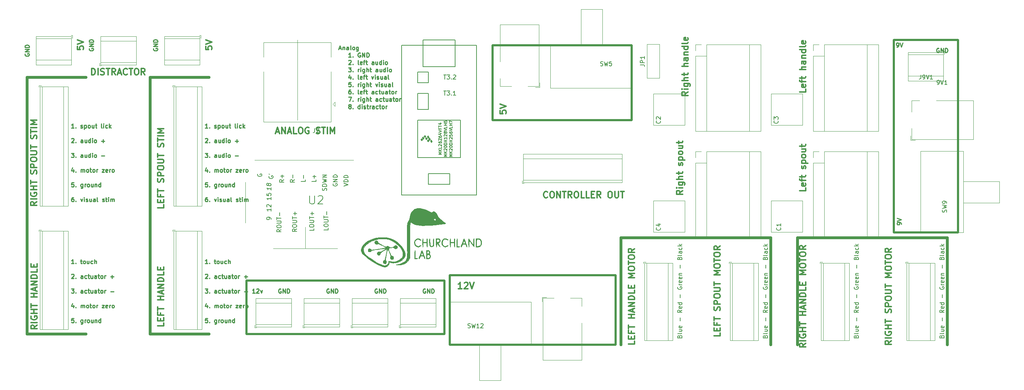
<source format=gto>
G04 #@! TF.GenerationSoftware,KiCad,Pcbnew,5.1.6*
G04 #@! TF.CreationDate,2020-08-28T22:15:26-07:00*
G04 #@! TF.ProjectId,controller,636f6e74-726f-46c6-9c65-722e6b696361,rev?*
G04 #@! TF.SameCoordinates,Original*
G04 #@! TF.FileFunction,Legend,Top*
G04 #@! TF.FilePolarity,Positive*
%FSLAX46Y46*%
G04 Gerber Fmt 4.6, Leading zero omitted, Abs format (unit mm)*
G04 Created by KiCad (PCBNEW 5.1.6) date 2020-08-28 22:15:26*
%MOMM*%
%LPD*%
G01*
G04 APERTURE LIST*
%ADD10C,0.700000*%
%ADD11C,0.250000*%
%ADD12C,0.300000*%
%ADD13C,0.150000*%
%ADD14C,0.500000*%
%ADD15C,0.120000*%
%ADD16C,0.010000*%
%ADD17C,0.100000*%
G04 APERTURE END LIST*
D10*
X191770000Y-77470000D02*
X191770000Y-102870000D01*
X191770000Y-77470000D02*
X156210000Y-77470000D01*
X156210000Y-102870000D02*
X156210000Y-77470000D01*
X15240000Y-100330000D02*
X15240000Y-39370000D01*
X15240000Y-39370000D02*
X29210000Y-39370000D01*
X29210000Y-100330000D02*
X15240000Y-100330000D01*
D11*
X89252976Y-32536666D02*
X89729166Y-32536666D01*
X89157738Y-32822380D02*
X89491071Y-31822380D01*
X89824404Y-32822380D01*
X90157738Y-32155714D02*
X90157738Y-32822380D01*
X90157738Y-32250952D02*
X90205357Y-32203333D01*
X90300595Y-32155714D01*
X90443452Y-32155714D01*
X90538690Y-32203333D01*
X90586309Y-32298571D01*
X90586309Y-32822380D01*
X91491071Y-32822380D02*
X91491071Y-32298571D01*
X91443452Y-32203333D01*
X91348214Y-32155714D01*
X91157738Y-32155714D01*
X91062500Y-32203333D01*
X91491071Y-32774761D02*
X91395833Y-32822380D01*
X91157738Y-32822380D01*
X91062500Y-32774761D01*
X91014880Y-32679523D01*
X91014880Y-32584285D01*
X91062500Y-32489047D01*
X91157738Y-32441428D01*
X91395833Y-32441428D01*
X91491071Y-32393809D01*
X92110119Y-32822380D02*
X92014880Y-32774761D01*
X91967261Y-32679523D01*
X91967261Y-31822380D01*
X92633928Y-32822380D02*
X92538690Y-32774761D01*
X92491071Y-32727142D01*
X92443452Y-32631904D01*
X92443452Y-32346190D01*
X92491071Y-32250952D01*
X92538690Y-32203333D01*
X92633928Y-32155714D01*
X92776785Y-32155714D01*
X92872023Y-32203333D01*
X92919642Y-32250952D01*
X92967261Y-32346190D01*
X92967261Y-32631904D01*
X92919642Y-32727142D01*
X92872023Y-32774761D01*
X92776785Y-32822380D01*
X92633928Y-32822380D01*
X93824404Y-32155714D02*
X93824404Y-32965238D01*
X93776785Y-33060476D01*
X93729166Y-33108095D01*
X93633928Y-33155714D01*
X93491071Y-33155714D01*
X93395833Y-33108095D01*
X93824404Y-32774761D02*
X93729166Y-32822380D01*
X93538690Y-32822380D01*
X93443452Y-32774761D01*
X93395833Y-32727142D01*
X93348214Y-32631904D01*
X93348214Y-32346190D01*
X93395833Y-32250952D01*
X93443452Y-32203333D01*
X93538690Y-32155714D01*
X93729166Y-32155714D01*
X93824404Y-32203333D01*
X92110119Y-34572380D02*
X91538690Y-34572380D01*
X91824404Y-34572380D02*
X91824404Y-33572380D01*
X91729166Y-33715238D01*
X91633928Y-33810476D01*
X91538690Y-33858095D01*
X92538690Y-34477142D02*
X92586309Y-34524761D01*
X92538690Y-34572380D01*
X92491071Y-34524761D01*
X92538690Y-34477142D01*
X92538690Y-34572380D01*
X94300595Y-33620000D02*
X94205357Y-33572380D01*
X94062500Y-33572380D01*
X93919642Y-33620000D01*
X93824404Y-33715238D01*
X93776785Y-33810476D01*
X93729166Y-34000952D01*
X93729166Y-34143809D01*
X93776785Y-34334285D01*
X93824404Y-34429523D01*
X93919642Y-34524761D01*
X94062500Y-34572380D01*
X94157738Y-34572380D01*
X94300595Y-34524761D01*
X94348214Y-34477142D01*
X94348214Y-34143809D01*
X94157738Y-34143809D01*
X94776785Y-34572380D02*
X94776785Y-33572380D01*
X95348214Y-34572380D01*
X95348214Y-33572380D01*
X95824404Y-34572380D02*
X95824404Y-33572380D01*
X96062500Y-33572380D01*
X96205357Y-33620000D01*
X96300595Y-33715238D01*
X96348214Y-33810476D01*
X96395833Y-34000952D01*
X96395833Y-34143809D01*
X96348214Y-34334285D01*
X96300595Y-34429523D01*
X96205357Y-34524761D01*
X96062500Y-34572380D01*
X95824404Y-34572380D01*
X91538690Y-35417619D02*
X91586309Y-35370000D01*
X91681547Y-35322380D01*
X91919642Y-35322380D01*
X92014880Y-35370000D01*
X92062500Y-35417619D01*
X92110119Y-35512857D01*
X92110119Y-35608095D01*
X92062500Y-35750952D01*
X91491071Y-36322380D01*
X92110119Y-36322380D01*
X92538690Y-36227142D02*
X92586309Y-36274761D01*
X92538690Y-36322380D01*
X92491071Y-36274761D01*
X92538690Y-36227142D01*
X92538690Y-36322380D01*
X93919642Y-36322380D02*
X93824404Y-36274761D01*
X93776785Y-36179523D01*
X93776785Y-35322380D01*
X94681547Y-36274761D02*
X94586309Y-36322380D01*
X94395833Y-36322380D01*
X94300595Y-36274761D01*
X94252976Y-36179523D01*
X94252976Y-35798571D01*
X94300595Y-35703333D01*
X94395833Y-35655714D01*
X94586309Y-35655714D01*
X94681547Y-35703333D01*
X94729166Y-35798571D01*
X94729166Y-35893809D01*
X94252976Y-35989047D01*
X95014880Y-35655714D02*
X95395833Y-35655714D01*
X95157738Y-36322380D02*
X95157738Y-35465238D01*
X95205357Y-35370000D01*
X95300595Y-35322380D01*
X95395833Y-35322380D01*
X95586309Y-35655714D02*
X95967261Y-35655714D01*
X95729166Y-35322380D02*
X95729166Y-36179523D01*
X95776785Y-36274761D01*
X95872023Y-36322380D01*
X95967261Y-36322380D01*
X97491071Y-36322380D02*
X97491071Y-35798571D01*
X97443452Y-35703333D01*
X97348214Y-35655714D01*
X97157738Y-35655714D01*
X97062500Y-35703333D01*
X97491071Y-36274761D02*
X97395833Y-36322380D01*
X97157738Y-36322380D01*
X97062500Y-36274761D01*
X97014880Y-36179523D01*
X97014880Y-36084285D01*
X97062500Y-35989047D01*
X97157738Y-35941428D01*
X97395833Y-35941428D01*
X97491071Y-35893809D01*
X98395833Y-35655714D02*
X98395833Y-36322380D01*
X97967261Y-35655714D02*
X97967261Y-36179523D01*
X98014880Y-36274761D01*
X98110119Y-36322380D01*
X98252976Y-36322380D01*
X98348214Y-36274761D01*
X98395833Y-36227142D01*
X99300595Y-36322380D02*
X99300595Y-35322380D01*
X99300595Y-36274761D02*
X99205357Y-36322380D01*
X99014880Y-36322380D01*
X98919642Y-36274761D01*
X98872023Y-36227142D01*
X98824404Y-36131904D01*
X98824404Y-35846190D01*
X98872023Y-35750952D01*
X98919642Y-35703333D01*
X99014880Y-35655714D01*
X99205357Y-35655714D01*
X99300595Y-35703333D01*
X99776785Y-36322380D02*
X99776785Y-35655714D01*
X99776785Y-35322380D02*
X99729166Y-35370000D01*
X99776785Y-35417619D01*
X99824404Y-35370000D01*
X99776785Y-35322380D01*
X99776785Y-35417619D01*
X100395833Y-36322380D02*
X100300595Y-36274761D01*
X100252976Y-36227142D01*
X100205357Y-36131904D01*
X100205357Y-35846190D01*
X100252976Y-35750952D01*
X100300595Y-35703333D01*
X100395833Y-35655714D01*
X100538690Y-35655714D01*
X100633928Y-35703333D01*
X100681547Y-35750952D01*
X100729166Y-35846190D01*
X100729166Y-36131904D01*
X100681547Y-36227142D01*
X100633928Y-36274761D01*
X100538690Y-36322380D01*
X100395833Y-36322380D01*
X91491071Y-37072380D02*
X92110119Y-37072380D01*
X91776785Y-37453333D01*
X91919642Y-37453333D01*
X92014880Y-37500952D01*
X92062500Y-37548571D01*
X92110119Y-37643809D01*
X92110119Y-37881904D01*
X92062500Y-37977142D01*
X92014880Y-38024761D01*
X91919642Y-38072380D01*
X91633928Y-38072380D01*
X91538690Y-38024761D01*
X91491071Y-37977142D01*
X92538690Y-37977142D02*
X92586309Y-38024761D01*
X92538690Y-38072380D01*
X92491071Y-38024761D01*
X92538690Y-37977142D01*
X92538690Y-38072380D01*
X93776785Y-38072380D02*
X93776785Y-37405714D01*
X93776785Y-37596190D02*
X93824404Y-37500952D01*
X93872023Y-37453333D01*
X93967261Y-37405714D01*
X94062500Y-37405714D01*
X94395833Y-38072380D02*
X94395833Y-37405714D01*
X94395833Y-37072380D02*
X94348214Y-37120000D01*
X94395833Y-37167619D01*
X94443452Y-37120000D01*
X94395833Y-37072380D01*
X94395833Y-37167619D01*
X95300595Y-37405714D02*
X95300595Y-38215238D01*
X95252976Y-38310476D01*
X95205357Y-38358095D01*
X95110119Y-38405714D01*
X94967261Y-38405714D01*
X94872023Y-38358095D01*
X95300595Y-38024761D02*
X95205357Y-38072380D01*
X95014880Y-38072380D01*
X94919642Y-38024761D01*
X94872023Y-37977142D01*
X94824404Y-37881904D01*
X94824404Y-37596190D01*
X94872023Y-37500952D01*
X94919642Y-37453333D01*
X95014880Y-37405714D01*
X95205357Y-37405714D01*
X95300595Y-37453333D01*
X95776785Y-38072380D02*
X95776785Y-37072380D01*
X96205357Y-38072380D02*
X96205357Y-37548571D01*
X96157738Y-37453333D01*
X96062500Y-37405714D01*
X95919642Y-37405714D01*
X95824404Y-37453333D01*
X95776785Y-37500952D01*
X96538690Y-37405714D02*
X96919642Y-37405714D01*
X96681547Y-37072380D02*
X96681547Y-37929523D01*
X96729166Y-38024761D01*
X96824404Y-38072380D01*
X96919642Y-38072380D01*
X98443452Y-38072380D02*
X98443452Y-37548571D01*
X98395833Y-37453333D01*
X98300595Y-37405714D01*
X98110119Y-37405714D01*
X98014880Y-37453333D01*
X98443452Y-38024761D02*
X98348214Y-38072380D01*
X98110119Y-38072380D01*
X98014880Y-38024761D01*
X97967261Y-37929523D01*
X97967261Y-37834285D01*
X98014880Y-37739047D01*
X98110119Y-37691428D01*
X98348214Y-37691428D01*
X98443452Y-37643809D01*
X99348214Y-37405714D02*
X99348214Y-38072380D01*
X98919642Y-37405714D02*
X98919642Y-37929523D01*
X98967261Y-38024761D01*
X99062500Y-38072380D01*
X99205357Y-38072380D01*
X99300595Y-38024761D01*
X99348214Y-37977142D01*
X100252976Y-38072380D02*
X100252976Y-37072380D01*
X100252976Y-38024761D02*
X100157738Y-38072380D01*
X99967261Y-38072380D01*
X99872023Y-38024761D01*
X99824404Y-37977142D01*
X99776785Y-37881904D01*
X99776785Y-37596190D01*
X99824404Y-37500952D01*
X99872023Y-37453333D01*
X99967261Y-37405714D01*
X100157738Y-37405714D01*
X100252976Y-37453333D01*
X100729166Y-38072380D02*
X100729166Y-37405714D01*
X100729166Y-37072380D02*
X100681547Y-37120000D01*
X100729166Y-37167619D01*
X100776785Y-37120000D01*
X100729166Y-37072380D01*
X100729166Y-37167619D01*
X101348214Y-38072380D02*
X101252976Y-38024761D01*
X101205357Y-37977142D01*
X101157738Y-37881904D01*
X101157738Y-37596190D01*
X101205357Y-37500952D01*
X101252976Y-37453333D01*
X101348214Y-37405714D01*
X101491071Y-37405714D01*
X101586309Y-37453333D01*
X101633928Y-37500952D01*
X101681547Y-37596190D01*
X101681547Y-37881904D01*
X101633928Y-37977142D01*
X101586309Y-38024761D01*
X101491071Y-38072380D01*
X101348214Y-38072380D01*
X92014880Y-39155714D02*
X92014880Y-39822380D01*
X91776785Y-38774761D02*
X91538690Y-39489047D01*
X92157738Y-39489047D01*
X92538690Y-39727142D02*
X92586309Y-39774761D01*
X92538690Y-39822380D01*
X92491071Y-39774761D01*
X92538690Y-39727142D01*
X92538690Y-39822380D01*
X93919642Y-39822380D02*
X93824404Y-39774761D01*
X93776785Y-39679523D01*
X93776785Y-38822380D01*
X94681547Y-39774761D02*
X94586309Y-39822380D01*
X94395833Y-39822380D01*
X94300595Y-39774761D01*
X94252976Y-39679523D01*
X94252976Y-39298571D01*
X94300595Y-39203333D01*
X94395833Y-39155714D01*
X94586309Y-39155714D01*
X94681547Y-39203333D01*
X94729166Y-39298571D01*
X94729166Y-39393809D01*
X94252976Y-39489047D01*
X95014880Y-39155714D02*
X95395833Y-39155714D01*
X95157738Y-39822380D02*
X95157738Y-38965238D01*
X95205357Y-38870000D01*
X95300595Y-38822380D01*
X95395833Y-38822380D01*
X95586309Y-39155714D02*
X95967261Y-39155714D01*
X95729166Y-38822380D02*
X95729166Y-39679523D01*
X95776785Y-39774761D01*
X95872023Y-39822380D01*
X95967261Y-39822380D01*
X96967261Y-39155714D02*
X97205357Y-39822380D01*
X97443452Y-39155714D01*
X97824404Y-39822380D02*
X97824404Y-39155714D01*
X97824404Y-38822380D02*
X97776785Y-38870000D01*
X97824404Y-38917619D01*
X97872023Y-38870000D01*
X97824404Y-38822380D01*
X97824404Y-38917619D01*
X98252976Y-39774761D02*
X98348214Y-39822380D01*
X98538690Y-39822380D01*
X98633928Y-39774761D01*
X98681547Y-39679523D01*
X98681547Y-39631904D01*
X98633928Y-39536666D01*
X98538690Y-39489047D01*
X98395833Y-39489047D01*
X98300595Y-39441428D01*
X98252976Y-39346190D01*
X98252976Y-39298571D01*
X98300595Y-39203333D01*
X98395833Y-39155714D01*
X98538690Y-39155714D01*
X98633928Y-39203333D01*
X99538690Y-39155714D02*
X99538690Y-39822380D01*
X99110119Y-39155714D02*
X99110119Y-39679523D01*
X99157738Y-39774761D01*
X99252976Y-39822380D01*
X99395833Y-39822380D01*
X99491071Y-39774761D01*
X99538690Y-39727142D01*
X100443452Y-39822380D02*
X100443452Y-39298571D01*
X100395833Y-39203333D01*
X100300595Y-39155714D01*
X100110119Y-39155714D01*
X100014880Y-39203333D01*
X100443452Y-39774761D02*
X100348214Y-39822380D01*
X100110119Y-39822380D01*
X100014880Y-39774761D01*
X99967261Y-39679523D01*
X99967261Y-39584285D01*
X100014880Y-39489047D01*
X100110119Y-39441428D01*
X100348214Y-39441428D01*
X100443452Y-39393809D01*
X101062500Y-39822380D02*
X100967261Y-39774761D01*
X100919642Y-39679523D01*
X100919642Y-38822380D01*
X92062500Y-40572380D02*
X91586309Y-40572380D01*
X91538690Y-41048571D01*
X91586309Y-41000952D01*
X91681547Y-40953333D01*
X91919642Y-40953333D01*
X92014880Y-41000952D01*
X92062500Y-41048571D01*
X92110119Y-41143809D01*
X92110119Y-41381904D01*
X92062500Y-41477142D01*
X92014880Y-41524761D01*
X91919642Y-41572380D01*
X91681547Y-41572380D01*
X91586309Y-41524761D01*
X91538690Y-41477142D01*
X92538690Y-41477142D02*
X92586309Y-41524761D01*
X92538690Y-41572380D01*
X92491071Y-41524761D01*
X92538690Y-41477142D01*
X92538690Y-41572380D01*
X93776785Y-41572380D02*
X93776785Y-40905714D01*
X93776785Y-41096190D02*
X93824404Y-41000952D01*
X93872023Y-40953333D01*
X93967261Y-40905714D01*
X94062500Y-40905714D01*
X94395833Y-41572380D02*
X94395833Y-40905714D01*
X94395833Y-40572380D02*
X94348214Y-40620000D01*
X94395833Y-40667619D01*
X94443452Y-40620000D01*
X94395833Y-40572380D01*
X94395833Y-40667619D01*
X95300595Y-40905714D02*
X95300595Y-41715238D01*
X95252976Y-41810476D01*
X95205357Y-41858095D01*
X95110119Y-41905714D01*
X94967261Y-41905714D01*
X94872023Y-41858095D01*
X95300595Y-41524761D02*
X95205357Y-41572380D01*
X95014880Y-41572380D01*
X94919642Y-41524761D01*
X94872023Y-41477142D01*
X94824404Y-41381904D01*
X94824404Y-41096190D01*
X94872023Y-41000952D01*
X94919642Y-40953333D01*
X95014880Y-40905714D01*
X95205357Y-40905714D01*
X95300595Y-40953333D01*
X95776785Y-41572380D02*
X95776785Y-40572380D01*
X96205357Y-41572380D02*
X96205357Y-41048571D01*
X96157738Y-40953333D01*
X96062500Y-40905714D01*
X95919642Y-40905714D01*
X95824404Y-40953333D01*
X95776785Y-41000952D01*
X96538690Y-40905714D02*
X96919642Y-40905714D01*
X96681547Y-40572380D02*
X96681547Y-41429523D01*
X96729166Y-41524761D01*
X96824404Y-41572380D01*
X96919642Y-41572380D01*
X97919642Y-40905714D02*
X98157738Y-41572380D01*
X98395833Y-40905714D01*
X98776785Y-41572380D02*
X98776785Y-40905714D01*
X98776785Y-40572380D02*
X98729166Y-40620000D01*
X98776785Y-40667619D01*
X98824404Y-40620000D01*
X98776785Y-40572380D01*
X98776785Y-40667619D01*
X99205357Y-41524761D02*
X99300595Y-41572380D01*
X99491071Y-41572380D01*
X99586309Y-41524761D01*
X99633928Y-41429523D01*
X99633928Y-41381904D01*
X99586309Y-41286666D01*
X99491071Y-41239047D01*
X99348214Y-41239047D01*
X99252976Y-41191428D01*
X99205357Y-41096190D01*
X99205357Y-41048571D01*
X99252976Y-40953333D01*
X99348214Y-40905714D01*
X99491071Y-40905714D01*
X99586309Y-40953333D01*
X100491071Y-40905714D02*
X100491071Y-41572380D01*
X100062500Y-40905714D02*
X100062500Y-41429523D01*
X100110119Y-41524761D01*
X100205357Y-41572380D01*
X100348214Y-41572380D01*
X100443452Y-41524761D01*
X100491071Y-41477142D01*
X101395833Y-41572380D02*
X101395833Y-41048571D01*
X101348214Y-40953333D01*
X101252976Y-40905714D01*
X101062500Y-40905714D01*
X100967261Y-40953333D01*
X101395833Y-41524761D02*
X101300595Y-41572380D01*
X101062500Y-41572380D01*
X100967261Y-41524761D01*
X100919642Y-41429523D01*
X100919642Y-41334285D01*
X100967261Y-41239047D01*
X101062500Y-41191428D01*
X101300595Y-41191428D01*
X101395833Y-41143809D01*
X102014880Y-41572380D02*
X101919642Y-41524761D01*
X101872023Y-41429523D01*
X101872023Y-40572380D01*
X92014880Y-42322380D02*
X91824404Y-42322380D01*
X91729166Y-42370000D01*
X91681547Y-42417619D01*
X91586309Y-42560476D01*
X91538690Y-42750952D01*
X91538690Y-43131904D01*
X91586309Y-43227142D01*
X91633928Y-43274761D01*
X91729166Y-43322380D01*
X91919642Y-43322380D01*
X92014880Y-43274761D01*
X92062500Y-43227142D01*
X92110119Y-43131904D01*
X92110119Y-42893809D01*
X92062500Y-42798571D01*
X92014880Y-42750952D01*
X91919642Y-42703333D01*
X91729166Y-42703333D01*
X91633928Y-42750952D01*
X91586309Y-42798571D01*
X91538690Y-42893809D01*
X92538690Y-43227142D02*
X92586309Y-43274761D01*
X92538690Y-43322380D01*
X92491071Y-43274761D01*
X92538690Y-43227142D01*
X92538690Y-43322380D01*
X93919642Y-43322380D02*
X93824404Y-43274761D01*
X93776785Y-43179523D01*
X93776785Y-42322380D01*
X94681547Y-43274761D02*
X94586309Y-43322380D01*
X94395833Y-43322380D01*
X94300595Y-43274761D01*
X94252976Y-43179523D01*
X94252976Y-42798571D01*
X94300595Y-42703333D01*
X94395833Y-42655714D01*
X94586309Y-42655714D01*
X94681547Y-42703333D01*
X94729166Y-42798571D01*
X94729166Y-42893809D01*
X94252976Y-42989047D01*
X95014880Y-42655714D02*
X95395833Y-42655714D01*
X95157738Y-43322380D02*
X95157738Y-42465238D01*
X95205357Y-42370000D01*
X95300595Y-42322380D01*
X95395833Y-42322380D01*
X95586309Y-42655714D02*
X95967261Y-42655714D01*
X95729166Y-42322380D02*
X95729166Y-43179523D01*
X95776785Y-43274761D01*
X95872023Y-43322380D01*
X95967261Y-43322380D01*
X97491071Y-43322380D02*
X97491071Y-42798571D01*
X97443452Y-42703333D01*
X97348214Y-42655714D01*
X97157738Y-42655714D01*
X97062500Y-42703333D01*
X97491071Y-43274761D02*
X97395833Y-43322380D01*
X97157738Y-43322380D01*
X97062500Y-43274761D01*
X97014880Y-43179523D01*
X97014880Y-43084285D01*
X97062500Y-42989047D01*
X97157738Y-42941428D01*
X97395833Y-42941428D01*
X97491071Y-42893809D01*
X98395833Y-43274761D02*
X98300595Y-43322380D01*
X98110119Y-43322380D01*
X98014880Y-43274761D01*
X97967261Y-43227142D01*
X97919642Y-43131904D01*
X97919642Y-42846190D01*
X97967261Y-42750952D01*
X98014880Y-42703333D01*
X98110119Y-42655714D01*
X98300595Y-42655714D01*
X98395833Y-42703333D01*
X98681547Y-42655714D02*
X99062500Y-42655714D01*
X98824404Y-42322380D02*
X98824404Y-43179523D01*
X98872023Y-43274761D01*
X98967261Y-43322380D01*
X99062500Y-43322380D01*
X99824404Y-42655714D02*
X99824404Y-43322380D01*
X99395833Y-42655714D02*
X99395833Y-43179523D01*
X99443452Y-43274761D01*
X99538690Y-43322380D01*
X99681547Y-43322380D01*
X99776785Y-43274761D01*
X99824404Y-43227142D01*
X100729166Y-43322380D02*
X100729166Y-42798571D01*
X100681547Y-42703333D01*
X100586309Y-42655714D01*
X100395833Y-42655714D01*
X100300595Y-42703333D01*
X100729166Y-43274761D02*
X100633928Y-43322380D01*
X100395833Y-43322380D01*
X100300595Y-43274761D01*
X100252976Y-43179523D01*
X100252976Y-43084285D01*
X100300595Y-42989047D01*
X100395833Y-42941428D01*
X100633928Y-42941428D01*
X100729166Y-42893809D01*
X101062500Y-42655714D02*
X101443452Y-42655714D01*
X101205357Y-42322380D02*
X101205357Y-43179523D01*
X101252976Y-43274761D01*
X101348214Y-43322380D01*
X101443452Y-43322380D01*
X101919642Y-43322380D02*
X101824404Y-43274761D01*
X101776785Y-43227142D01*
X101729166Y-43131904D01*
X101729166Y-42846190D01*
X101776785Y-42750952D01*
X101824404Y-42703333D01*
X101919642Y-42655714D01*
X102062500Y-42655714D01*
X102157738Y-42703333D01*
X102205357Y-42750952D01*
X102252976Y-42846190D01*
X102252976Y-43131904D01*
X102205357Y-43227142D01*
X102157738Y-43274761D01*
X102062500Y-43322380D01*
X101919642Y-43322380D01*
X102681547Y-43322380D02*
X102681547Y-42655714D01*
X102681547Y-42846190D02*
X102729166Y-42750952D01*
X102776785Y-42703333D01*
X102872023Y-42655714D01*
X102967261Y-42655714D01*
X91491071Y-44072380D02*
X92157738Y-44072380D01*
X91729166Y-45072380D01*
X92538690Y-44977142D02*
X92586309Y-45024761D01*
X92538690Y-45072380D01*
X92491071Y-45024761D01*
X92538690Y-44977142D01*
X92538690Y-45072380D01*
X93776785Y-45072380D02*
X93776785Y-44405714D01*
X93776785Y-44596190D02*
X93824404Y-44500952D01*
X93872023Y-44453333D01*
X93967261Y-44405714D01*
X94062500Y-44405714D01*
X94395833Y-45072380D02*
X94395833Y-44405714D01*
X94395833Y-44072380D02*
X94348214Y-44120000D01*
X94395833Y-44167619D01*
X94443452Y-44120000D01*
X94395833Y-44072380D01*
X94395833Y-44167619D01*
X95300595Y-44405714D02*
X95300595Y-45215238D01*
X95252976Y-45310476D01*
X95205357Y-45358095D01*
X95110119Y-45405714D01*
X94967261Y-45405714D01*
X94872023Y-45358095D01*
X95300595Y-45024761D02*
X95205357Y-45072380D01*
X95014880Y-45072380D01*
X94919642Y-45024761D01*
X94872023Y-44977142D01*
X94824404Y-44881904D01*
X94824404Y-44596190D01*
X94872023Y-44500952D01*
X94919642Y-44453333D01*
X95014880Y-44405714D01*
X95205357Y-44405714D01*
X95300595Y-44453333D01*
X95776785Y-45072380D02*
X95776785Y-44072380D01*
X96205357Y-45072380D02*
X96205357Y-44548571D01*
X96157738Y-44453333D01*
X96062500Y-44405714D01*
X95919642Y-44405714D01*
X95824404Y-44453333D01*
X95776785Y-44500952D01*
X96538690Y-44405714D02*
X96919642Y-44405714D01*
X96681547Y-44072380D02*
X96681547Y-44929523D01*
X96729166Y-45024761D01*
X96824404Y-45072380D01*
X96919642Y-45072380D01*
X98443452Y-45072380D02*
X98443452Y-44548571D01*
X98395833Y-44453333D01*
X98300595Y-44405714D01*
X98110119Y-44405714D01*
X98014880Y-44453333D01*
X98443452Y-45024761D02*
X98348214Y-45072380D01*
X98110119Y-45072380D01*
X98014880Y-45024761D01*
X97967261Y-44929523D01*
X97967261Y-44834285D01*
X98014880Y-44739047D01*
X98110119Y-44691428D01*
X98348214Y-44691428D01*
X98443452Y-44643809D01*
X99348214Y-45024761D02*
X99252976Y-45072380D01*
X99062500Y-45072380D01*
X98967261Y-45024761D01*
X98919642Y-44977142D01*
X98872023Y-44881904D01*
X98872023Y-44596190D01*
X98919642Y-44500952D01*
X98967261Y-44453333D01*
X99062500Y-44405714D01*
X99252976Y-44405714D01*
X99348214Y-44453333D01*
X99633928Y-44405714D02*
X100014880Y-44405714D01*
X99776785Y-44072380D02*
X99776785Y-44929523D01*
X99824404Y-45024761D01*
X99919642Y-45072380D01*
X100014880Y-45072380D01*
X100776785Y-44405714D02*
X100776785Y-45072380D01*
X100348214Y-44405714D02*
X100348214Y-44929523D01*
X100395833Y-45024761D01*
X100491071Y-45072380D01*
X100633928Y-45072380D01*
X100729166Y-45024761D01*
X100776785Y-44977142D01*
X101681547Y-45072380D02*
X101681547Y-44548571D01*
X101633928Y-44453333D01*
X101538690Y-44405714D01*
X101348214Y-44405714D01*
X101252976Y-44453333D01*
X101681547Y-45024761D02*
X101586309Y-45072380D01*
X101348214Y-45072380D01*
X101252976Y-45024761D01*
X101205357Y-44929523D01*
X101205357Y-44834285D01*
X101252976Y-44739047D01*
X101348214Y-44691428D01*
X101586309Y-44691428D01*
X101681547Y-44643809D01*
X102014880Y-44405714D02*
X102395833Y-44405714D01*
X102157738Y-44072380D02*
X102157738Y-44929523D01*
X102205357Y-45024761D01*
X102300595Y-45072380D01*
X102395833Y-45072380D01*
X102872023Y-45072380D02*
X102776785Y-45024761D01*
X102729166Y-44977142D01*
X102681547Y-44881904D01*
X102681547Y-44596190D01*
X102729166Y-44500952D01*
X102776785Y-44453333D01*
X102872023Y-44405714D01*
X103014880Y-44405714D01*
X103110119Y-44453333D01*
X103157738Y-44500952D01*
X103205357Y-44596190D01*
X103205357Y-44881904D01*
X103157738Y-44977142D01*
X103110119Y-45024761D01*
X103014880Y-45072380D01*
X102872023Y-45072380D01*
X103633928Y-45072380D02*
X103633928Y-44405714D01*
X103633928Y-44596190D02*
X103681547Y-44500952D01*
X103729166Y-44453333D01*
X103824404Y-44405714D01*
X103919642Y-44405714D01*
X91729166Y-46250952D02*
X91633928Y-46203333D01*
X91586309Y-46155714D01*
X91538690Y-46060476D01*
X91538690Y-46012857D01*
X91586309Y-45917619D01*
X91633928Y-45870000D01*
X91729166Y-45822380D01*
X91919642Y-45822380D01*
X92014880Y-45870000D01*
X92062500Y-45917619D01*
X92110119Y-46012857D01*
X92110119Y-46060476D01*
X92062500Y-46155714D01*
X92014880Y-46203333D01*
X91919642Y-46250952D01*
X91729166Y-46250952D01*
X91633928Y-46298571D01*
X91586309Y-46346190D01*
X91538690Y-46441428D01*
X91538690Y-46631904D01*
X91586309Y-46727142D01*
X91633928Y-46774761D01*
X91729166Y-46822380D01*
X91919642Y-46822380D01*
X92014880Y-46774761D01*
X92062500Y-46727142D01*
X92110119Y-46631904D01*
X92110119Y-46441428D01*
X92062500Y-46346190D01*
X92014880Y-46298571D01*
X91919642Y-46250952D01*
X92538690Y-46727142D02*
X92586309Y-46774761D01*
X92538690Y-46822380D01*
X92491071Y-46774761D01*
X92538690Y-46727142D01*
X92538690Y-46822380D01*
X94205357Y-46822380D02*
X94205357Y-45822380D01*
X94205357Y-46774761D02*
X94110119Y-46822380D01*
X93919642Y-46822380D01*
X93824404Y-46774761D01*
X93776785Y-46727142D01*
X93729166Y-46631904D01*
X93729166Y-46346190D01*
X93776785Y-46250952D01*
X93824404Y-46203333D01*
X93919642Y-46155714D01*
X94110119Y-46155714D01*
X94205357Y-46203333D01*
X94681547Y-46822380D02*
X94681547Y-46155714D01*
X94681547Y-45822380D02*
X94633928Y-45870000D01*
X94681547Y-45917619D01*
X94729166Y-45870000D01*
X94681547Y-45822380D01*
X94681547Y-45917619D01*
X95110119Y-46774761D02*
X95205357Y-46822380D01*
X95395833Y-46822380D01*
X95491071Y-46774761D01*
X95538690Y-46679523D01*
X95538690Y-46631904D01*
X95491071Y-46536666D01*
X95395833Y-46489047D01*
X95252976Y-46489047D01*
X95157738Y-46441428D01*
X95110119Y-46346190D01*
X95110119Y-46298571D01*
X95157738Y-46203333D01*
X95252976Y-46155714D01*
X95395833Y-46155714D01*
X95491071Y-46203333D01*
X95824404Y-46155714D02*
X96205357Y-46155714D01*
X95967261Y-45822380D02*
X95967261Y-46679523D01*
X96014880Y-46774761D01*
X96110119Y-46822380D01*
X96205357Y-46822380D01*
X96538690Y-46822380D02*
X96538690Y-46155714D01*
X96538690Y-46346190D02*
X96586309Y-46250952D01*
X96633928Y-46203333D01*
X96729166Y-46155714D01*
X96824404Y-46155714D01*
X97586309Y-46822380D02*
X97586309Y-46298571D01*
X97538690Y-46203333D01*
X97443452Y-46155714D01*
X97252976Y-46155714D01*
X97157738Y-46203333D01*
X97586309Y-46774761D02*
X97491071Y-46822380D01*
X97252976Y-46822380D01*
X97157738Y-46774761D01*
X97110119Y-46679523D01*
X97110119Y-46584285D01*
X97157738Y-46489047D01*
X97252976Y-46441428D01*
X97491071Y-46441428D01*
X97586309Y-46393809D01*
X98491071Y-46774761D02*
X98395833Y-46822380D01*
X98205357Y-46822380D01*
X98110119Y-46774761D01*
X98062500Y-46727142D01*
X98014880Y-46631904D01*
X98014880Y-46346190D01*
X98062500Y-46250952D01*
X98110119Y-46203333D01*
X98205357Y-46155714D01*
X98395833Y-46155714D01*
X98491071Y-46203333D01*
X98776785Y-46155714D02*
X99157738Y-46155714D01*
X98919642Y-45822380D02*
X98919642Y-46679523D01*
X98967261Y-46774761D01*
X99062500Y-46822380D01*
X99157738Y-46822380D01*
X99633928Y-46822380D02*
X99538690Y-46774761D01*
X99491071Y-46727142D01*
X99443452Y-46631904D01*
X99443452Y-46346190D01*
X99491071Y-46250952D01*
X99538690Y-46203333D01*
X99633928Y-46155714D01*
X99776785Y-46155714D01*
X99872023Y-46203333D01*
X99919642Y-46250952D01*
X99967261Y-46346190D01*
X99967261Y-46631904D01*
X99919642Y-46727142D01*
X99872023Y-46774761D01*
X99776785Y-46822380D01*
X99633928Y-46822380D01*
X100395833Y-46822380D02*
X100395833Y-46155714D01*
X100395833Y-46346190D02*
X100443452Y-46250952D01*
X100491071Y-46203333D01*
X100586309Y-46155714D01*
X100681547Y-46155714D01*
X26324404Y-83622380D02*
X25752976Y-83622380D01*
X26038690Y-83622380D02*
X26038690Y-82622380D01*
X25943452Y-82765238D01*
X25848214Y-82860476D01*
X25752976Y-82908095D01*
X26752976Y-83527142D02*
X26800595Y-83574761D01*
X26752976Y-83622380D01*
X26705357Y-83574761D01*
X26752976Y-83527142D01*
X26752976Y-83622380D01*
X27848214Y-82955714D02*
X28229166Y-82955714D01*
X27991071Y-82622380D02*
X27991071Y-83479523D01*
X28038690Y-83574761D01*
X28133928Y-83622380D01*
X28229166Y-83622380D01*
X28705357Y-83622380D02*
X28610119Y-83574761D01*
X28562500Y-83527142D01*
X28514880Y-83431904D01*
X28514880Y-83146190D01*
X28562500Y-83050952D01*
X28610119Y-83003333D01*
X28705357Y-82955714D01*
X28848214Y-82955714D01*
X28943452Y-83003333D01*
X28991071Y-83050952D01*
X29038690Y-83146190D01*
X29038690Y-83431904D01*
X28991071Y-83527142D01*
X28943452Y-83574761D01*
X28848214Y-83622380D01*
X28705357Y-83622380D01*
X29895833Y-82955714D02*
X29895833Y-83622380D01*
X29467261Y-82955714D02*
X29467261Y-83479523D01*
X29514880Y-83574761D01*
X29610119Y-83622380D01*
X29752976Y-83622380D01*
X29848214Y-83574761D01*
X29895833Y-83527142D01*
X30800595Y-83574761D02*
X30705357Y-83622380D01*
X30514880Y-83622380D01*
X30419642Y-83574761D01*
X30372023Y-83527142D01*
X30324404Y-83431904D01*
X30324404Y-83146190D01*
X30372023Y-83050952D01*
X30419642Y-83003333D01*
X30514880Y-82955714D01*
X30705357Y-82955714D01*
X30800595Y-83003333D01*
X31229166Y-83622380D02*
X31229166Y-82622380D01*
X31657738Y-83622380D02*
X31657738Y-83098571D01*
X31610119Y-83003333D01*
X31514880Y-82955714D01*
X31372023Y-82955714D01*
X31276785Y-83003333D01*
X31229166Y-83050952D01*
X25752976Y-86217619D02*
X25800595Y-86170000D01*
X25895833Y-86122380D01*
X26133928Y-86122380D01*
X26229166Y-86170000D01*
X26276785Y-86217619D01*
X26324404Y-86312857D01*
X26324404Y-86408095D01*
X26276785Y-86550952D01*
X25705357Y-87122380D01*
X26324404Y-87122380D01*
X26752976Y-87027142D02*
X26800595Y-87074761D01*
X26752976Y-87122380D01*
X26705357Y-87074761D01*
X26752976Y-87027142D01*
X26752976Y-87122380D01*
X28419642Y-87122380D02*
X28419642Y-86598571D01*
X28372023Y-86503333D01*
X28276785Y-86455714D01*
X28086309Y-86455714D01*
X27991071Y-86503333D01*
X28419642Y-87074761D02*
X28324404Y-87122380D01*
X28086309Y-87122380D01*
X27991071Y-87074761D01*
X27943452Y-86979523D01*
X27943452Y-86884285D01*
X27991071Y-86789047D01*
X28086309Y-86741428D01*
X28324404Y-86741428D01*
X28419642Y-86693809D01*
X29324404Y-87074761D02*
X29229166Y-87122380D01*
X29038690Y-87122380D01*
X28943452Y-87074761D01*
X28895833Y-87027142D01*
X28848214Y-86931904D01*
X28848214Y-86646190D01*
X28895833Y-86550952D01*
X28943452Y-86503333D01*
X29038690Y-86455714D01*
X29229166Y-86455714D01*
X29324404Y-86503333D01*
X29610119Y-86455714D02*
X29991071Y-86455714D01*
X29752976Y-86122380D02*
X29752976Y-86979523D01*
X29800595Y-87074761D01*
X29895833Y-87122380D01*
X29991071Y-87122380D01*
X30752976Y-86455714D02*
X30752976Y-87122380D01*
X30324404Y-86455714D02*
X30324404Y-86979523D01*
X30372023Y-87074761D01*
X30467261Y-87122380D01*
X30610119Y-87122380D01*
X30705357Y-87074761D01*
X30752976Y-87027142D01*
X31657738Y-87122380D02*
X31657738Y-86598571D01*
X31610119Y-86503333D01*
X31514880Y-86455714D01*
X31324404Y-86455714D01*
X31229166Y-86503333D01*
X31657738Y-87074761D02*
X31562500Y-87122380D01*
X31324404Y-87122380D01*
X31229166Y-87074761D01*
X31181547Y-86979523D01*
X31181547Y-86884285D01*
X31229166Y-86789047D01*
X31324404Y-86741428D01*
X31562500Y-86741428D01*
X31657738Y-86693809D01*
X31991071Y-86455714D02*
X32372023Y-86455714D01*
X32133928Y-86122380D02*
X32133928Y-86979523D01*
X32181547Y-87074761D01*
X32276785Y-87122380D01*
X32372023Y-87122380D01*
X32848214Y-87122380D02*
X32752976Y-87074761D01*
X32705357Y-87027142D01*
X32657738Y-86931904D01*
X32657738Y-86646190D01*
X32705357Y-86550952D01*
X32752976Y-86503333D01*
X32848214Y-86455714D01*
X32991071Y-86455714D01*
X33086309Y-86503333D01*
X33133928Y-86550952D01*
X33181547Y-86646190D01*
X33181547Y-86931904D01*
X33133928Y-87027142D01*
X33086309Y-87074761D01*
X32991071Y-87122380D01*
X32848214Y-87122380D01*
X33610119Y-87122380D02*
X33610119Y-86455714D01*
X33610119Y-86646190D02*
X33657738Y-86550952D01*
X33705357Y-86503333D01*
X33800595Y-86455714D01*
X33895833Y-86455714D01*
X34991071Y-86741428D02*
X35752976Y-86741428D01*
X35372023Y-87122380D02*
X35372023Y-86360476D01*
X25705357Y-89622380D02*
X26324404Y-89622380D01*
X25991071Y-90003333D01*
X26133928Y-90003333D01*
X26229166Y-90050952D01*
X26276785Y-90098571D01*
X26324404Y-90193809D01*
X26324404Y-90431904D01*
X26276785Y-90527142D01*
X26229166Y-90574761D01*
X26133928Y-90622380D01*
X25848214Y-90622380D01*
X25752976Y-90574761D01*
X25705357Y-90527142D01*
X26752976Y-90527142D02*
X26800595Y-90574761D01*
X26752976Y-90622380D01*
X26705357Y-90574761D01*
X26752976Y-90527142D01*
X26752976Y-90622380D01*
X28419642Y-90622380D02*
X28419642Y-90098571D01*
X28372023Y-90003333D01*
X28276785Y-89955714D01*
X28086309Y-89955714D01*
X27991071Y-90003333D01*
X28419642Y-90574761D02*
X28324404Y-90622380D01*
X28086309Y-90622380D01*
X27991071Y-90574761D01*
X27943452Y-90479523D01*
X27943452Y-90384285D01*
X27991071Y-90289047D01*
X28086309Y-90241428D01*
X28324404Y-90241428D01*
X28419642Y-90193809D01*
X29324404Y-90574761D02*
X29229166Y-90622380D01*
X29038690Y-90622380D01*
X28943452Y-90574761D01*
X28895833Y-90527142D01*
X28848214Y-90431904D01*
X28848214Y-90146190D01*
X28895833Y-90050952D01*
X28943452Y-90003333D01*
X29038690Y-89955714D01*
X29229166Y-89955714D01*
X29324404Y-90003333D01*
X29610119Y-89955714D02*
X29991071Y-89955714D01*
X29752976Y-89622380D02*
X29752976Y-90479523D01*
X29800595Y-90574761D01*
X29895833Y-90622380D01*
X29991071Y-90622380D01*
X30752976Y-89955714D02*
X30752976Y-90622380D01*
X30324404Y-89955714D02*
X30324404Y-90479523D01*
X30372023Y-90574761D01*
X30467261Y-90622380D01*
X30610119Y-90622380D01*
X30705357Y-90574761D01*
X30752976Y-90527142D01*
X31657738Y-90622380D02*
X31657738Y-90098571D01*
X31610119Y-90003333D01*
X31514880Y-89955714D01*
X31324404Y-89955714D01*
X31229166Y-90003333D01*
X31657738Y-90574761D02*
X31562500Y-90622380D01*
X31324404Y-90622380D01*
X31229166Y-90574761D01*
X31181547Y-90479523D01*
X31181547Y-90384285D01*
X31229166Y-90289047D01*
X31324404Y-90241428D01*
X31562500Y-90241428D01*
X31657738Y-90193809D01*
X31991071Y-89955714D02*
X32372023Y-89955714D01*
X32133928Y-89622380D02*
X32133928Y-90479523D01*
X32181547Y-90574761D01*
X32276785Y-90622380D01*
X32372023Y-90622380D01*
X32848214Y-90622380D02*
X32752976Y-90574761D01*
X32705357Y-90527142D01*
X32657738Y-90431904D01*
X32657738Y-90146190D01*
X32705357Y-90050952D01*
X32752976Y-90003333D01*
X32848214Y-89955714D01*
X32991071Y-89955714D01*
X33086309Y-90003333D01*
X33133928Y-90050952D01*
X33181547Y-90146190D01*
X33181547Y-90431904D01*
X33133928Y-90527142D01*
X33086309Y-90574761D01*
X32991071Y-90622380D01*
X32848214Y-90622380D01*
X33610119Y-90622380D02*
X33610119Y-89955714D01*
X33610119Y-90146190D02*
X33657738Y-90050952D01*
X33705357Y-90003333D01*
X33800595Y-89955714D01*
X33895833Y-89955714D01*
X34991071Y-90241428D02*
X35752976Y-90241428D01*
X26229166Y-93455714D02*
X26229166Y-94122380D01*
X25991071Y-93074761D02*
X25752976Y-93789047D01*
X26372023Y-93789047D01*
X26752976Y-94027142D02*
X26800595Y-94074761D01*
X26752976Y-94122380D01*
X26705357Y-94074761D01*
X26752976Y-94027142D01*
X26752976Y-94122380D01*
X27991071Y-94122380D02*
X27991071Y-93455714D01*
X27991071Y-93550952D02*
X28038690Y-93503333D01*
X28133928Y-93455714D01*
X28276785Y-93455714D01*
X28372023Y-93503333D01*
X28419642Y-93598571D01*
X28419642Y-94122380D01*
X28419642Y-93598571D02*
X28467261Y-93503333D01*
X28562500Y-93455714D01*
X28705357Y-93455714D01*
X28800595Y-93503333D01*
X28848214Y-93598571D01*
X28848214Y-94122380D01*
X29467261Y-94122380D02*
X29372023Y-94074761D01*
X29324404Y-94027142D01*
X29276785Y-93931904D01*
X29276785Y-93646190D01*
X29324404Y-93550952D01*
X29372023Y-93503333D01*
X29467261Y-93455714D01*
X29610119Y-93455714D01*
X29705357Y-93503333D01*
X29752976Y-93550952D01*
X29800595Y-93646190D01*
X29800595Y-93931904D01*
X29752976Y-94027142D01*
X29705357Y-94074761D01*
X29610119Y-94122380D01*
X29467261Y-94122380D01*
X30086309Y-93455714D02*
X30467261Y-93455714D01*
X30229166Y-93122380D02*
X30229166Y-93979523D01*
X30276785Y-94074761D01*
X30372023Y-94122380D01*
X30467261Y-94122380D01*
X30943452Y-94122380D02*
X30848214Y-94074761D01*
X30800595Y-94027142D01*
X30752976Y-93931904D01*
X30752976Y-93646190D01*
X30800595Y-93550952D01*
X30848214Y-93503333D01*
X30943452Y-93455714D01*
X31086309Y-93455714D01*
X31181547Y-93503333D01*
X31229166Y-93550952D01*
X31276785Y-93646190D01*
X31276785Y-93931904D01*
X31229166Y-94027142D01*
X31181547Y-94074761D01*
X31086309Y-94122380D01*
X30943452Y-94122380D01*
X31705357Y-94122380D02*
X31705357Y-93455714D01*
X31705357Y-93646190D02*
X31752976Y-93550952D01*
X31800595Y-93503333D01*
X31895833Y-93455714D01*
X31991071Y-93455714D01*
X32991071Y-93455714D02*
X33514880Y-93455714D01*
X32991071Y-94122380D01*
X33514880Y-94122380D01*
X34276785Y-94074761D02*
X34181547Y-94122380D01*
X33991071Y-94122380D01*
X33895833Y-94074761D01*
X33848214Y-93979523D01*
X33848214Y-93598571D01*
X33895833Y-93503333D01*
X33991071Y-93455714D01*
X34181547Y-93455714D01*
X34276785Y-93503333D01*
X34324404Y-93598571D01*
X34324404Y-93693809D01*
X33848214Y-93789047D01*
X34752976Y-94122380D02*
X34752976Y-93455714D01*
X34752976Y-93646190D02*
X34800595Y-93550952D01*
X34848214Y-93503333D01*
X34943452Y-93455714D01*
X35038690Y-93455714D01*
X35514880Y-94122380D02*
X35419642Y-94074761D01*
X35372023Y-94027142D01*
X35324404Y-93931904D01*
X35324404Y-93646190D01*
X35372023Y-93550952D01*
X35419642Y-93503333D01*
X35514880Y-93455714D01*
X35657738Y-93455714D01*
X35752976Y-93503333D01*
X35800595Y-93550952D01*
X35848214Y-93646190D01*
X35848214Y-93931904D01*
X35800595Y-94027142D01*
X35752976Y-94074761D01*
X35657738Y-94122380D01*
X35514880Y-94122380D01*
X26276785Y-96622380D02*
X25800595Y-96622380D01*
X25752976Y-97098571D01*
X25800595Y-97050952D01*
X25895833Y-97003333D01*
X26133928Y-97003333D01*
X26229166Y-97050952D01*
X26276785Y-97098571D01*
X26324404Y-97193809D01*
X26324404Y-97431904D01*
X26276785Y-97527142D01*
X26229166Y-97574761D01*
X26133928Y-97622380D01*
X25895833Y-97622380D01*
X25800595Y-97574761D01*
X25752976Y-97527142D01*
X26752976Y-97527142D02*
X26800595Y-97574761D01*
X26752976Y-97622380D01*
X26705357Y-97574761D01*
X26752976Y-97527142D01*
X26752976Y-97622380D01*
X28419642Y-96955714D02*
X28419642Y-97765238D01*
X28372023Y-97860476D01*
X28324404Y-97908095D01*
X28229166Y-97955714D01*
X28086309Y-97955714D01*
X27991071Y-97908095D01*
X28419642Y-97574761D02*
X28324404Y-97622380D01*
X28133928Y-97622380D01*
X28038690Y-97574761D01*
X27991071Y-97527142D01*
X27943452Y-97431904D01*
X27943452Y-97146190D01*
X27991071Y-97050952D01*
X28038690Y-97003333D01*
X28133928Y-96955714D01*
X28324404Y-96955714D01*
X28419642Y-97003333D01*
X28895833Y-97622380D02*
X28895833Y-96955714D01*
X28895833Y-97146190D02*
X28943452Y-97050952D01*
X28991071Y-97003333D01*
X29086309Y-96955714D01*
X29181547Y-96955714D01*
X29657738Y-97622380D02*
X29562500Y-97574761D01*
X29514880Y-97527142D01*
X29467261Y-97431904D01*
X29467261Y-97146190D01*
X29514880Y-97050952D01*
X29562500Y-97003333D01*
X29657738Y-96955714D01*
X29800595Y-96955714D01*
X29895833Y-97003333D01*
X29943452Y-97050952D01*
X29991071Y-97146190D01*
X29991071Y-97431904D01*
X29943452Y-97527142D01*
X29895833Y-97574761D01*
X29800595Y-97622380D01*
X29657738Y-97622380D01*
X30848214Y-96955714D02*
X30848214Y-97622380D01*
X30419642Y-96955714D02*
X30419642Y-97479523D01*
X30467261Y-97574761D01*
X30562500Y-97622380D01*
X30705357Y-97622380D01*
X30800595Y-97574761D01*
X30848214Y-97527142D01*
X31324404Y-96955714D02*
X31324404Y-97622380D01*
X31324404Y-97050952D02*
X31372023Y-97003333D01*
X31467261Y-96955714D01*
X31610119Y-96955714D01*
X31705357Y-97003333D01*
X31752976Y-97098571D01*
X31752976Y-97622380D01*
X32657738Y-97622380D02*
X32657738Y-96622380D01*
X32657738Y-97574761D02*
X32562500Y-97622380D01*
X32372023Y-97622380D01*
X32276785Y-97574761D01*
X32229166Y-97527142D01*
X32181547Y-97431904D01*
X32181547Y-97146190D01*
X32229166Y-97050952D01*
X32276785Y-97003333D01*
X32372023Y-96955714D01*
X32562500Y-96955714D01*
X32657738Y-97003333D01*
X58074404Y-83622380D02*
X57502976Y-83622380D01*
X57788690Y-83622380D02*
X57788690Y-82622380D01*
X57693452Y-82765238D01*
X57598214Y-82860476D01*
X57502976Y-82908095D01*
X58502976Y-83527142D02*
X58550595Y-83574761D01*
X58502976Y-83622380D01*
X58455357Y-83574761D01*
X58502976Y-83527142D01*
X58502976Y-83622380D01*
X59598214Y-82955714D02*
X59979166Y-82955714D01*
X59741071Y-82622380D02*
X59741071Y-83479523D01*
X59788690Y-83574761D01*
X59883928Y-83622380D01*
X59979166Y-83622380D01*
X60455357Y-83622380D02*
X60360119Y-83574761D01*
X60312500Y-83527142D01*
X60264880Y-83431904D01*
X60264880Y-83146190D01*
X60312500Y-83050952D01*
X60360119Y-83003333D01*
X60455357Y-82955714D01*
X60598214Y-82955714D01*
X60693452Y-83003333D01*
X60741071Y-83050952D01*
X60788690Y-83146190D01*
X60788690Y-83431904D01*
X60741071Y-83527142D01*
X60693452Y-83574761D01*
X60598214Y-83622380D01*
X60455357Y-83622380D01*
X61645833Y-82955714D02*
X61645833Y-83622380D01*
X61217261Y-82955714D02*
X61217261Y-83479523D01*
X61264880Y-83574761D01*
X61360119Y-83622380D01*
X61502976Y-83622380D01*
X61598214Y-83574761D01*
X61645833Y-83527142D01*
X62550595Y-83574761D02*
X62455357Y-83622380D01*
X62264880Y-83622380D01*
X62169642Y-83574761D01*
X62122023Y-83527142D01*
X62074404Y-83431904D01*
X62074404Y-83146190D01*
X62122023Y-83050952D01*
X62169642Y-83003333D01*
X62264880Y-82955714D01*
X62455357Y-82955714D01*
X62550595Y-83003333D01*
X62979166Y-83622380D02*
X62979166Y-82622380D01*
X63407738Y-83622380D02*
X63407738Y-83098571D01*
X63360119Y-83003333D01*
X63264880Y-82955714D01*
X63122023Y-82955714D01*
X63026785Y-83003333D01*
X62979166Y-83050952D01*
X57502976Y-86217619D02*
X57550595Y-86170000D01*
X57645833Y-86122380D01*
X57883928Y-86122380D01*
X57979166Y-86170000D01*
X58026785Y-86217619D01*
X58074404Y-86312857D01*
X58074404Y-86408095D01*
X58026785Y-86550952D01*
X57455357Y-87122380D01*
X58074404Y-87122380D01*
X58502976Y-87027142D02*
X58550595Y-87074761D01*
X58502976Y-87122380D01*
X58455357Y-87074761D01*
X58502976Y-87027142D01*
X58502976Y-87122380D01*
X60169642Y-87122380D02*
X60169642Y-86598571D01*
X60122023Y-86503333D01*
X60026785Y-86455714D01*
X59836309Y-86455714D01*
X59741071Y-86503333D01*
X60169642Y-87074761D02*
X60074404Y-87122380D01*
X59836309Y-87122380D01*
X59741071Y-87074761D01*
X59693452Y-86979523D01*
X59693452Y-86884285D01*
X59741071Y-86789047D01*
X59836309Y-86741428D01*
X60074404Y-86741428D01*
X60169642Y-86693809D01*
X61074404Y-87074761D02*
X60979166Y-87122380D01*
X60788690Y-87122380D01*
X60693452Y-87074761D01*
X60645833Y-87027142D01*
X60598214Y-86931904D01*
X60598214Y-86646190D01*
X60645833Y-86550952D01*
X60693452Y-86503333D01*
X60788690Y-86455714D01*
X60979166Y-86455714D01*
X61074404Y-86503333D01*
X61360119Y-86455714D02*
X61741071Y-86455714D01*
X61502976Y-86122380D02*
X61502976Y-86979523D01*
X61550595Y-87074761D01*
X61645833Y-87122380D01*
X61741071Y-87122380D01*
X62502976Y-86455714D02*
X62502976Y-87122380D01*
X62074404Y-86455714D02*
X62074404Y-86979523D01*
X62122023Y-87074761D01*
X62217261Y-87122380D01*
X62360119Y-87122380D01*
X62455357Y-87074761D01*
X62502976Y-87027142D01*
X63407738Y-87122380D02*
X63407738Y-86598571D01*
X63360119Y-86503333D01*
X63264880Y-86455714D01*
X63074404Y-86455714D01*
X62979166Y-86503333D01*
X63407738Y-87074761D02*
X63312500Y-87122380D01*
X63074404Y-87122380D01*
X62979166Y-87074761D01*
X62931547Y-86979523D01*
X62931547Y-86884285D01*
X62979166Y-86789047D01*
X63074404Y-86741428D01*
X63312500Y-86741428D01*
X63407738Y-86693809D01*
X63741071Y-86455714D02*
X64122023Y-86455714D01*
X63883928Y-86122380D02*
X63883928Y-86979523D01*
X63931547Y-87074761D01*
X64026785Y-87122380D01*
X64122023Y-87122380D01*
X64598214Y-87122380D02*
X64502976Y-87074761D01*
X64455357Y-87027142D01*
X64407738Y-86931904D01*
X64407738Y-86646190D01*
X64455357Y-86550952D01*
X64502976Y-86503333D01*
X64598214Y-86455714D01*
X64741071Y-86455714D01*
X64836309Y-86503333D01*
X64883928Y-86550952D01*
X64931547Y-86646190D01*
X64931547Y-86931904D01*
X64883928Y-87027142D01*
X64836309Y-87074761D01*
X64741071Y-87122380D01*
X64598214Y-87122380D01*
X65360119Y-87122380D02*
X65360119Y-86455714D01*
X65360119Y-86646190D02*
X65407738Y-86550952D01*
X65455357Y-86503333D01*
X65550595Y-86455714D01*
X65645833Y-86455714D01*
X66741071Y-86741428D02*
X67502976Y-86741428D01*
X67122023Y-87122380D02*
X67122023Y-86360476D01*
X57455357Y-89622380D02*
X58074404Y-89622380D01*
X57741071Y-90003333D01*
X57883928Y-90003333D01*
X57979166Y-90050952D01*
X58026785Y-90098571D01*
X58074404Y-90193809D01*
X58074404Y-90431904D01*
X58026785Y-90527142D01*
X57979166Y-90574761D01*
X57883928Y-90622380D01*
X57598214Y-90622380D01*
X57502976Y-90574761D01*
X57455357Y-90527142D01*
X58502976Y-90527142D02*
X58550595Y-90574761D01*
X58502976Y-90622380D01*
X58455357Y-90574761D01*
X58502976Y-90527142D01*
X58502976Y-90622380D01*
X60169642Y-90622380D02*
X60169642Y-90098571D01*
X60122023Y-90003333D01*
X60026785Y-89955714D01*
X59836309Y-89955714D01*
X59741071Y-90003333D01*
X60169642Y-90574761D02*
X60074404Y-90622380D01*
X59836309Y-90622380D01*
X59741071Y-90574761D01*
X59693452Y-90479523D01*
X59693452Y-90384285D01*
X59741071Y-90289047D01*
X59836309Y-90241428D01*
X60074404Y-90241428D01*
X60169642Y-90193809D01*
X61074404Y-90574761D02*
X60979166Y-90622380D01*
X60788690Y-90622380D01*
X60693452Y-90574761D01*
X60645833Y-90527142D01*
X60598214Y-90431904D01*
X60598214Y-90146190D01*
X60645833Y-90050952D01*
X60693452Y-90003333D01*
X60788690Y-89955714D01*
X60979166Y-89955714D01*
X61074404Y-90003333D01*
X61360119Y-89955714D02*
X61741071Y-89955714D01*
X61502976Y-89622380D02*
X61502976Y-90479523D01*
X61550595Y-90574761D01*
X61645833Y-90622380D01*
X61741071Y-90622380D01*
X62502976Y-89955714D02*
X62502976Y-90622380D01*
X62074404Y-89955714D02*
X62074404Y-90479523D01*
X62122023Y-90574761D01*
X62217261Y-90622380D01*
X62360119Y-90622380D01*
X62455357Y-90574761D01*
X62502976Y-90527142D01*
X63407738Y-90622380D02*
X63407738Y-90098571D01*
X63360119Y-90003333D01*
X63264880Y-89955714D01*
X63074404Y-89955714D01*
X62979166Y-90003333D01*
X63407738Y-90574761D02*
X63312500Y-90622380D01*
X63074404Y-90622380D01*
X62979166Y-90574761D01*
X62931547Y-90479523D01*
X62931547Y-90384285D01*
X62979166Y-90289047D01*
X63074404Y-90241428D01*
X63312500Y-90241428D01*
X63407738Y-90193809D01*
X63741071Y-89955714D02*
X64122023Y-89955714D01*
X63883928Y-89622380D02*
X63883928Y-90479523D01*
X63931547Y-90574761D01*
X64026785Y-90622380D01*
X64122023Y-90622380D01*
X64598214Y-90622380D02*
X64502976Y-90574761D01*
X64455357Y-90527142D01*
X64407738Y-90431904D01*
X64407738Y-90146190D01*
X64455357Y-90050952D01*
X64502976Y-90003333D01*
X64598214Y-89955714D01*
X64741071Y-89955714D01*
X64836309Y-90003333D01*
X64883928Y-90050952D01*
X64931547Y-90146190D01*
X64931547Y-90431904D01*
X64883928Y-90527142D01*
X64836309Y-90574761D01*
X64741071Y-90622380D01*
X64598214Y-90622380D01*
X65360119Y-90622380D02*
X65360119Y-89955714D01*
X65360119Y-90146190D02*
X65407738Y-90050952D01*
X65455357Y-90003333D01*
X65550595Y-89955714D01*
X65645833Y-89955714D01*
X66741071Y-90241428D02*
X67502976Y-90241428D01*
X57979166Y-93455714D02*
X57979166Y-94122380D01*
X57741071Y-93074761D02*
X57502976Y-93789047D01*
X58122023Y-93789047D01*
X58502976Y-94027142D02*
X58550595Y-94074761D01*
X58502976Y-94122380D01*
X58455357Y-94074761D01*
X58502976Y-94027142D01*
X58502976Y-94122380D01*
X59741071Y-94122380D02*
X59741071Y-93455714D01*
X59741071Y-93550952D02*
X59788690Y-93503333D01*
X59883928Y-93455714D01*
X60026785Y-93455714D01*
X60122023Y-93503333D01*
X60169642Y-93598571D01*
X60169642Y-94122380D01*
X60169642Y-93598571D02*
X60217261Y-93503333D01*
X60312500Y-93455714D01*
X60455357Y-93455714D01*
X60550595Y-93503333D01*
X60598214Y-93598571D01*
X60598214Y-94122380D01*
X61217261Y-94122380D02*
X61122023Y-94074761D01*
X61074404Y-94027142D01*
X61026785Y-93931904D01*
X61026785Y-93646190D01*
X61074404Y-93550952D01*
X61122023Y-93503333D01*
X61217261Y-93455714D01*
X61360119Y-93455714D01*
X61455357Y-93503333D01*
X61502976Y-93550952D01*
X61550595Y-93646190D01*
X61550595Y-93931904D01*
X61502976Y-94027142D01*
X61455357Y-94074761D01*
X61360119Y-94122380D01*
X61217261Y-94122380D01*
X61836309Y-93455714D02*
X62217261Y-93455714D01*
X61979166Y-93122380D02*
X61979166Y-93979523D01*
X62026785Y-94074761D01*
X62122023Y-94122380D01*
X62217261Y-94122380D01*
X62693452Y-94122380D02*
X62598214Y-94074761D01*
X62550595Y-94027142D01*
X62502976Y-93931904D01*
X62502976Y-93646190D01*
X62550595Y-93550952D01*
X62598214Y-93503333D01*
X62693452Y-93455714D01*
X62836309Y-93455714D01*
X62931547Y-93503333D01*
X62979166Y-93550952D01*
X63026785Y-93646190D01*
X63026785Y-93931904D01*
X62979166Y-94027142D01*
X62931547Y-94074761D01*
X62836309Y-94122380D01*
X62693452Y-94122380D01*
X63455357Y-94122380D02*
X63455357Y-93455714D01*
X63455357Y-93646190D02*
X63502976Y-93550952D01*
X63550595Y-93503333D01*
X63645833Y-93455714D01*
X63741071Y-93455714D01*
X64741071Y-93455714D02*
X65264880Y-93455714D01*
X64741071Y-94122380D01*
X65264880Y-94122380D01*
X66026785Y-94074761D02*
X65931547Y-94122380D01*
X65741071Y-94122380D01*
X65645833Y-94074761D01*
X65598214Y-93979523D01*
X65598214Y-93598571D01*
X65645833Y-93503333D01*
X65741071Y-93455714D01*
X65931547Y-93455714D01*
X66026785Y-93503333D01*
X66074404Y-93598571D01*
X66074404Y-93693809D01*
X65598214Y-93789047D01*
X66502976Y-94122380D02*
X66502976Y-93455714D01*
X66502976Y-93646190D02*
X66550595Y-93550952D01*
X66598214Y-93503333D01*
X66693452Y-93455714D01*
X66788690Y-93455714D01*
X67264880Y-94122380D02*
X67169642Y-94074761D01*
X67122023Y-94027142D01*
X67074404Y-93931904D01*
X67074404Y-93646190D01*
X67122023Y-93550952D01*
X67169642Y-93503333D01*
X67264880Y-93455714D01*
X67407738Y-93455714D01*
X67502976Y-93503333D01*
X67550595Y-93550952D01*
X67598214Y-93646190D01*
X67598214Y-93931904D01*
X67550595Y-94027142D01*
X67502976Y-94074761D01*
X67407738Y-94122380D01*
X67264880Y-94122380D01*
X58026785Y-96622380D02*
X57550595Y-96622380D01*
X57502976Y-97098571D01*
X57550595Y-97050952D01*
X57645833Y-97003333D01*
X57883928Y-97003333D01*
X57979166Y-97050952D01*
X58026785Y-97098571D01*
X58074404Y-97193809D01*
X58074404Y-97431904D01*
X58026785Y-97527142D01*
X57979166Y-97574761D01*
X57883928Y-97622380D01*
X57645833Y-97622380D01*
X57550595Y-97574761D01*
X57502976Y-97527142D01*
X58502976Y-97527142D02*
X58550595Y-97574761D01*
X58502976Y-97622380D01*
X58455357Y-97574761D01*
X58502976Y-97527142D01*
X58502976Y-97622380D01*
X60169642Y-96955714D02*
X60169642Y-97765238D01*
X60122023Y-97860476D01*
X60074404Y-97908095D01*
X59979166Y-97955714D01*
X59836309Y-97955714D01*
X59741071Y-97908095D01*
X60169642Y-97574761D02*
X60074404Y-97622380D01*
X59883928Y-97622380D01*
X59788690Y-97574761D01*
X59741071Y-97527142D01*
X59693452Y-97431904D01*
X59693452Y-97146190D01*
X59741071Y-97050952D01*
X59788690Y-97003333D01*
X59883928Y-96955714D01*
X60074404Y-96955714D01*
X60169642Y-97003333D01*
X60645833Y-97622380D02*
X60645833Y-96955714D01*
X60645833Y-97146190D02*
X60693452Y-97050952D01*
X60741071Y-97003333D01*
X60836309Y-96955714D01*
X60931547Y-96955714D01*
X61407738Y-97622380D02*
X61312500Y-97574761D01*
X61264880Y-97527142D01*
X61217261Y-97431904D01*
X61217261Y-97146190D01*
X61264880Y-97050952D01*
X61312500Y-97003333D01*
X61407738Y-96955714D01*
X61550595Y-96955714D01*
X61645833Y-97003333D01*
X61693452Y-97050952D01*
X61741071Y-97146190D01*
X61741071Y-97431904D01*
X61693452Y-97527142D01*
X61645833Y-97574761D01*
X61550595Y-97622380D01*
X61407738Y-97622380D01*
X62598214Y-96955714D02*
X62598214Y-97622380D01*
X62169642Y-96955714D02*
X62169642Y-97479523D01*
X62217261Y-97574761D01*
X62312500Y-97622380D01*
X62455357Y-97622380D01*
X62550595Y-97574761D01*
X62598214Y-97527142D01*
X63074404Y-96955714D02*
X63074404Y-97622380D01*
X63074404Y-97050952D02*
X63122023Y-97003333D01*
X63217261Y-96955714D01*
X63360119Y-96955714D01*
X63455357Y-97003333D01*
X63502976Y-97098571D01*
X63502976Y-97622380D01*
X64407738Y-97622380D02*
X64407738Y-96622380D01*
X64407738Y-97574761D02*
X64312500Y-97622380D01*
X64122023Y-97622380D01*
X64026785Y-97574761D01*
X63979166Y-97527142D01*
X63931547Y-97431904D01*
X63931547Y-97146190D01*
X63979166Y-97050952D01*
X64026785Y-97003333D01*
X64122023Y-96955714D01*
X64312500Y-96955714D01*
X64407738Y-97003333D01*
D12*
X17523851Y-68940000D02*
X16809565Y-69440000D01*
X17523851Y-69797142D02*
X16023851Y-69797142D01*
X16023851Y-69225714D01*
X16095280Y-69082857D01*
X16166708Y-69011428D01*
X16309565Y-68940000D01*
X16523851Y-68940000D01*
X16666708Y-69011428D01*
X16738137Y-69082857D01*
X16809565Y-69225714D01*
X16809565Y-69797142D01*
X17523851Y-68297142D02*
X16023851Y-68297142D01*
X16095280Y-66797142D02*
X16023851Y-66940000D01*
X16023851Y-67154285D01*
X16095280Y-67368571D01*
X16238137Y-67511428D01*
X16380994Y-67582857D01*
X16666708Y-67654285D01*
X16880994Y-67654285D01*
X17166708Y-67582857D01*
X17309565Y-67511428D01*
X17452422Y-67368571D01*
X17523851Y-67154285D01*
X17523851Y-67011428D01*
X17452422Y-66797142D01*
X17380994Y-66725714D01*
X16880994Y-66725714D01*
X16880994Y-67011428D01*
X17523851Y-66082857D02*
X16023851Y-66082857D01*
X16738137Y-66082857D02*
X16738137Y-65225714D01*
X17523851Y-65225714D02*
X16023851Y-65225714D01*
X16023851Y-64725714D02*
X16023851Y-63868571D01*
X17523851Y-64297142D02*
X16023851Y-64297142D01*
X17452422Y-62297142D02*
X17523851Y-62082857D01*
X17523851Y-61725714D01*
X17452422Y-61582857D01*
X17380994Y-61511428D01*
X17238137Y-61440000D01*
X17095280Y-61440000D01*
X16952422Y-61511428D01*
X16880994Y-61582857D01*
X16809565Y-61725714D01*
X16738137Y-62011428D01*
X16666708Y-62154285D01*
X16595280Y-62225714D01*
X16452422Y-62297142D01*
X16309565Y-62297142D01*
X16166708Y-62225714D01*
X16095280Y-62154285D01*
X16023851Y-62011428D01*
X16023851Y-61654285D01*
X16095280Y-61440000D01*
X17523851Y-60797142D02*
X16023851Y-60797142D01*
X16023851Y-60225714D01*
X16095280Y-60082857D01*
X16166708Y-60011428D01*
X16309565Y-59940000D01*
X16523851Y-59940000D01*
X16666708Y-60011428D01*
X16738137Y-60082857D01*
X16809565Y-60225714D01*
X16809565Y-60797142D01*
X16023851Y-59011428D02*
X16023851Y-58725714D01*
X16095280Y-58582857D01*
X16238137Y-58440000D01*
X16523851Y-58368571D01*
X17023851Y-58368571D01*
X17309565Y-58440000D01*
X17452422Y-58582857D01*
X17523851Y-58725714D01*
X17523851Y-59011428D01*
X17452422Y-59154285D01*
X17309565Y-59297142D01*
X17023851Y-59368571D01*
X16523851Y-59368571D01*
X16238137Y-59297142D01*
X16095280Y-59154285D01*
X16023851Y-59011428D01*
X16023851Y-57725714D02*
X17238137Y-57725714D01*
X17380994Y-57654285D01*
X17452422Y-57582857D01*
X17523851Y-57440000D01*
X17523851Y-57154285D01*
X17452422Y-57011428D01*
X17380994Y-56940000D01*
X17238137Y-56868571D01*
X16023851Y-56868571D01*
X16023851Y-56368571D02*
X16023851Y-55511428D01*
X17523851Y-55940000D02*
X16023851Y-55940000D01*
X17452422Y-53940000D02*
X17523851Y-53725714D01*
X17523851Y-53368571D01*
X17452422Y-53225714D01*
X17380994Y-53154285D01*
X17238137Y-53082857D01*
X17095280Y-53082857D01*
X16952422Y-53154285D01*
X16880994Y-53225714D01*
X16809565Y-53368571D01*
X16738137Y-53654285D01*
X16666708Y-53797142D01*
X16595280Y-53868571D01*
X16452422Y-53940000D01*
X16309565Y-53940000D01*
X16166708Y-53868571D01*
X16095280Y-53797142D01*
X16023851Y-53654285D01*
X16023851Y-53297142D01*
X16095280Y-53082857D01*
X16023851Y-52654285D02*
X16023851Y-51797142D01*
X17523851Y-52225714D02*
X16023851Y-52225714D01*
X17523851Y-51297142D02*
X16023851Y-51297142D01*
X17523851Y-50582857D02*
X16023851Y-50582857D01*
X17095280Y-50082857D01*
X16023851Y-49582857D01*
X17523851Y-49582857D01*
D11*
X58074404Y-51392380D02*
X57502976Y-51392380D01*
X57788690Y-51392380D02*
X57788690Y-50392380D01*
X57693452Y-50535238D01*
X57598214Y-50630476D01*
X57502976Y-50678095D01*
X58502976Y-51297142D02*
X58550595Y-51344761D01*
X58502976Y-51392380D01*
X58455357Y-51344761D01*
X58502976Y-51297142D01*
X58502976Y-51392380D01*
X59693452Y-51344761D02*
X59788690Y-51392380D01*
X59979166Y-51392380D01*
X60074404Y-51344761D01*
X60122023Y-51249523D01*
X60122023Y-51201904D01*
X60074404Y-51106666D01*
X59979166Y-51059047D01*
X59836309Y-51059047D01*
X59741071Y-51011428D01*
X59693452Y-50916190D01*
X59693452Y-50868571D01*
X59741071Y-50773333D01*
X59836309Y-50725714D01*
X59979166Y-50725714D01*
X60074404Y-50773333D01*
X60550595Y-50725714D02*
X60550595Y-51725714D01*
X60550595Y-50773333D02*
X60645833Y-50725714D01*
X60836309Y-50725714D01*
X60931547Y-50773333D01*
X60979166Y-50820952D01*
X61026785Y-50916190D01*
X61026785Y-51201904D01*
X60979166Y-51297142D01*
X60931547Y-51344761D01*
X60836309Y-51392380D01*
X60645833Y-51392380D01*
X60550595Y-51344761D01*
X61598214Y-51392380D02*
X61502976Y-51344761D01*
X61455357Y-51297142D01*
X61407738Y-51201904D01*
X61407738Y-50916190D01*
X61455357Y-50820952D01*
X61502976Y-50773333D01*
X61598214Y-50725714D01*
X61741071Y-50725714D01*
X61836309Y-50773333D01*
X61883928Y-50820952D01*
X61931547Y-50916190D01*
X61931547Y-51201904D01*
X61883928Y-51297142D01*
X61836309Y-51344761D01*
X61741071Y-51392380D01*
X61598214Y-51392380D01*
X62788690Y-50725714D02*
X62788690Y-51392380D01*
X62360119Y-50725714D02*
X62360119Y-51249523D01*
X62407738Y-51344761D01*
X62502976Y-51392380D01*
X62645833Y-51392380D01*
X62741071Y-51344761D01*
X62788690Y-51297142D01*
X63122023Y-50725714D02*
X63502976Y-50725714D01*
X63264880Y-50392380D02*
X63264880Y-51249523D01*
X63312500Y-51344761D01*
X63407738Y-51392380D01*
X63502976Y-51392380D01*
X64741071Y-51392380D02*
X64645833Y-51344761D01*
X64598214Y-51249523D01*
X64598214Y-50392380D01*
X65122023Y-51392380D02*
X65122023Y-50725714D01*
X65122023Y-50392380D02*
X65074404Y-50440000D01*
X65122023Y-50487619D01*
X65169642Y-50440000D01*
X65122023Y-50392380D01*
X65122023Y-50487619D01*
X66026785Y-51344761D02*
X65931547Y-51392380D01*
X65741071Y-51392380D01*
X65645833Y-51344761D01*
X65598214Y-51297142D01*
X65550595Y-51201904D01*
X65550595Y-50916190D01*
X65598214Y-50820952D01*
X65645833Y-50773333D01*
X65741071Y-50725714D01*
X65931547Y-50725714D01*
X66026785Y-50773333D01*
X66455357Y-51392380D02*
X66455357Y-50392380D01*
X66550595Y-51011428D02*
X66836309Y-51392380D01*
X66836309Y-50725714D02*
X66455357Y-51106666D01*
X57502976Y-53987619D02*
X57550595Y-53940000D01*
X57645833Y-53892380D01*
X57883928Y-53892380D01*
X57979166Y-53940000D01*
X58026785Y-53987619D01*
X58074404Y-54082857D01*
X58074404Y-54178095D01*
X58026785Y-54320952D01*
X57455357Y-54892380D01*
X58074404Y-54892380D01*
X58502976Y-54797142D02*
X58550595Y-54844761D01*
X58502976Y-54892380D01*
X58455357Y-54844761D01*
X58502976Y-54797142D01*
X58502976Y-54892380D01*
X60169642Y-54892380D02*
X60169642Y-54368571D01*
X60122023Y-54273333D01*
X60026785Y-54225714D01*
X59836309Y-54225714D01*
X59741071Y-54273333D01*
X60169642Y-54844761D02*
X60074404Y-54892380D01*
X59836309Y-54892380D01*
X59741071Y-54844761D01*
X59693452Y-54749523D01*
X59693452Y-54654285D01*
X59741071Y-54559047D01*
X59836309Y-54511428D01*
X60074404Y-54511428D01*
X60169642Y-54463809D01*
X61074404Y-54225714D02*
X61074404Y-54892380D01*
X60645833Y-54225714D02*
X60645833Y-54749523D01*
X60693452Y-54844761D01*
X60788690Y-54892380D01*
X60931547Y-54892380D01*
X61026785Y-54844761D01*
X61074404Y-54797142D01*
X61979166Y-54892380D02*
X61979166Y-53892380D01*
X61979166Y-54844761D02*
X61883928Y-54892380D01*
X61693452Y-54892380D01*
X61598214Y-54844761D01*
X61550595Y-54797142D01*
X61502976Y-54701904D01*
X61502976Y-54416190D01*
X61550595Y-54320952D01*
X61598214Y-54273333D01*
X61693452Y-54225714D01*
X61883928Y-54225714D01*
X61979166Y-54273333D01*
X62455357Y-54892380D02*
X62455357Y-54225714D01*
X62455357Y-53892380D02*
X62407738Y-53940000D01*
X62455357Y-53987619D01*
X62502976Y-53940000D01*
X62455357Y-53892380D01*
X62455357Y-53987619D01*
X63074404Y-54892380D02*
X62979166Y-54844761D01*
X62931547Y-54797142D01*
X62883928Y-54701904D01*
X62883928Y-54416190D01*
X62931547Y-54320952D01*
X62979166Y-54273333D01*
X63074404Y-54225714D01*
X63217261Y-54225714D01*
X63312500Y-54273333D01*
X63360119Y-54320952D01*
X63407738Y-54416190D01*
X63407738Y-54701904D01*
X63360119Y-54797142D01*
X63312500Y-54844761D01*
X63217261Y-54892380D01*
X63074404Y-54892380D01*
X64598214Y-54511428D02*
X65360119Y-54511428D01*
X64979166Y-54892380D02*
X64979166Y-54130476D01*
X57455357Y-57392380D02*
X58074404Y-57392380D01*
X57741071Y-57773333D01*
X57883928Y-57773333D01*
X57979166Y-57820952D01*
X58026785Y-57868571D01*
X58074404Y-57963809D01*
X58074404Y-58201904D01*
X58026785Y-58297142D01*
X57979166Y-58344761D01*
X57883928Y-58392380D01*
X57598214Y-58392380D01*
X57502976Y-58344761D01*
X57455357Y-58297142D01*
X58502976Y-58297142D02*
X58550595Y-58344761D01*
X58502976Y-58392380D01*
X58455357Y-58344761D01*
X58502976Y-58297142D01*
X58502976Y-58392380D01*
X60169642Y-58392380D02*
X60169642Y-57868571D01*
X60122023Y-57773333D01*
X60026785Y-57725714D01*
X59836309Y-57725714D01*
X59741071Y-57773333D01*
X60169642Y-58344761D02*
X60074404Y-58392380D01*
X59836309Y-58392380D01*
X59741071Y-58344761D01*
X59693452Y-58249523D01*
X59693452Y-58154285D01*
X59741071Y-58059047D01*
X59836309Y-58011428D01*
X60074404Y-58011428D01*
X60169642Y-57963809D01*
X61074404Y-57725714D02*
X61074404Y-58392380D01*
X60645833Y-57725714D02*
X60645833Y-58249523D01*
X60693452Y-58344761D01*
X60788690Y-58392380D01*
X60931547Y-58392380D01*
X61026785Y-58344761D01*
X61074404Y-58297142D01*
X61979166Y-58392380D02*
X61979166Y-57392380D01*
X61979166Y-58344761D02*
X61883928Y-58392380D01*
X61693452Y-58392380D01*
X61598214Y-58344761D01*
X61550595Y-58297142D01*
X61502976Y-58201904D01*
X61502976Y-57916190D01*
X61550595Y-57820952D01*
X61598214Y-57773333D01*
X61693452Y-57725714D01*
X61883928Y-57725714D01*
X61979166Y-57773333D01*
X62455357Y-58392380D02*
X62455357Y-57725714D01*
X62455357Y-57392380D02*
X62407738Y-57440000D01*
X62455357Y-57487619D01*
X62502976Y-57440000D01*
X62455357Y-57392380D01*
X62455357Y-57487619D01*
X63074404Y-58392380D02*
X62979166Y-58344761D01*
X62931547Y-58297142D01*
X62883928Y-58201904D01*
X62883928Y-57916190D01*
X62931547Y-57820952D01*
X62979166Y-57773333D01*
X63074404Y-57725714D01*
X63217261Y-57725714D01*
X63312500Y-57773333D01*
X63360119Y-57820952D01*
X63407738Y-57916190D01*
X63407738Y-58201904D01*
X63360119Y-58297142D01*
X63312500Y-58344761D01*
X63217261Y-58392380D01*
X63074404Y-58392380D01*
X64598214Y-58011428D02*
X65360119Y-58011428D01*
X57979166Y-61225714D02*
X57979166Y-61892380D01*
X57741071Y-60844761D02*
X57502976Y-61559047D01*
X58122023Y-61559047D01*
X58502976Y-61797142D02*
X58550595Y-61844761D01*
X58502976Y-61892380D01*
X58455357Y-61844761D01*
X58502976Y-61797142D01*
X58502976Y-61892380D01*
X59741071Y-61892380D02*
X59741071Y-61225714D01*
X59741071Y-61320952D02*
X59788690Y-61273333D01*
X59883928Y-61225714D01*
X60026785Y-61225714D01*
X60122023Y-61273333D01*
X60169642Y-61368571D01*
X60169642Y-61892380D01*
X60169642Y-61368571D02*
X60217261Y-61273333D01*
X60312500Y-61225714D01*
X60455357Y-61225714D01*
X60550595Y-61273333D01*
X60598214Y-61368571D01*
X60598214Y-61892380D01*
X61217261Y-61892380D02*
X61122023Y-61844761D01*
X61074404Y-61797142D01*
X61026785Y-61701904D01*
X61026785Y-61416190D01*
X61074404Y-61320952D01*
X61122023Y-61273333D01*
X61217261Y-61225714D01*
X61360119Y-61225714D01*
X61455357Y-61273333D01*
X61502976Y-61320952D01*
X61550595Y-61416190D01*
X61550595Y-61701904D01*
X61502976Y-61797142D01*
X61455357Y-61844761D01*
X61360119Y-61892380D01*
X61217261Y-61892380D01*
X61836309Y-61225714D02*
X62217261Y-61225714D01*
X61979166Y-60892380D02*
X61979166Y-61749523D01*
X62026785Y-61844761D01*
X62122023Y-61892380D01*
X62217261Y-61892380D01*
X62693452Y-61892380D02*
X62598214Y-61844761D01*
X62550595Y-61797142D01*
X62502976Y-61701904D01*
X62502976Y-61416190D01*
X62550595Y-61320952D01*
X62598214Y-61273333D01*
X62693452Y-61225714D01*
X62836309Y-61225714D01*
X62931547Y-61273333D01*
X62979166Y-61320952D01*
X63026785Y-61416190D01*
X63026785Y-61701904D01*
X62979166Y-61797142D01*
X62931547Y-61844761D01*
X62836309Y-61892380D01*
X62693452Y-61892380D01*
X63455357Y-61892380D02*
X63455357Y-61225714D01*
X63455357Y-61416190D02*
X63502976Y-61320952D01*
X63550595Y-61273333D01*
X63645833Y-61225714D01*
X63741071Y-61225714D01*
X64741071Y-61225714D02*
X65264880Y-61225714D01*
X64741071Y-61892380D01*
X65264880Y-61892380D01*
X66026785Y-61844761D02*
X65931547Y-61892380D01*
X65741071Y-61892380D01*
X65645833Y-61844761D01*
X65598214Y-61749523D01*
X65598214Y-61368571D01*
X65645833Y-61273333D01*
X65741071Y-61225714D01*
X65931547Y-61225714D01*
X66026785Y-61273333D01*
X66074404Y-61368571D01*
X66074404Y-61463809D01*
X65598214Y-61559047D01*
X66502976Y-61892380D02*
X66502976Y-61225714D01*
X66502976Y-61416190D02*
X66550595Y-61320952D01*
X66598214Y-61273333D01*
X66693452Y-61225714D01*
X66788690Y-61225714D01*
X67264880Y-61892380D02*
X67169642Y-61844761D01*
X67122023Y-61797142D01*
X67074404Y-61701904D01*
X67074404Y-61416190D01*
X67122023Y-61320952D01*
X67169642Y-61273333D01*
X67264880Y-61225714D01*
X67407738Y-61225714D01*
X67502976Y-61273333D01*
X67550595Y-61320952D01*
X67598214Y-61416190D01*
X67598214Y-61701904D01*
X67550595Y-61797142D01*
X67502976Y-61844761D01*
X67407738Y-61892380D01*
X67264880Y-61892380D01*
X58026785Y-64392380D02*
X57550595Y-64392380D01*
X57502976Y-64868571D01*
X57550595Y-64820952D01*
X57645833Y-64773333D01*
X57883928Y-64773333D01*
X57979166Y-64820952D01*
X58026785Y-64868571D01*
X58074404Y-64963809D01*
X58074404Y-65201904D01*
X58026785Y-65297142D01*
X57979166Y-65344761D01*
X57883928Y-65392380D01*
X57645833Y-65392380D01*
X57550595Y-65344761D01*
X57502976Y-65297142D01*
X58502976Y-65297142D02*
X58550595Y-65344761D01*
X58502976Y-65392380D01*
X58455357Y-65344761D01*
X58502976Y-65297142D01*
X58502976Y-65392380D01*
X60169642Y-64725714D02*
X60169642Y-65535238D01*
X60122023Y-65630476D01*
X60074404Y-65678095D01*
X59979166Y-65725714D01*
X59836309Y-65725714D01*
X59741071Y-65678095D01*
X60169642Y-65344761D02*
X60074404Y-65392380D01*
X59883928Y-65392380D01*
X59788690Y-65344761D01*
X59741071Y-65297142D01*
X59693452Y-65201904D01*
X59693452Y-64916190D01*
X59741071Y-64820952D01*
X59788690Y-64773333D01*
X59883928Y-64725714D01*
X60074404Y-64725714D01*
X60169642Y-64773333D01*
X60645833Y-65392380D02*
X60645833Y-64725714D01*
X60645833Y-64916190D02*
X60693452Y-64820952D01*
X60741071Y-64773333D01*
X60836309Y-64725714D01*
X60931547Y-64725714D01*
X61407738Y-65392380D02*
X61312500Y-65344761D01*
X61264880Y-65297142D01*
X61217261Y-65201904D01*
X61217261Y-64916190D01*
X61264880Y-64820952D01*
X61312500Y-64773333D01*
X61407738Y-64725714D01*
X61550595Y-64725714D01*
X61645833Y-64773333D01*
X61693452Y-64820952D01*
X61741071Y-64916190D01*
X61741071Y-65201904D01*
X61693452Y-65297142D01*
X61645833Y-65344761D01*
X61550595Y-65392380D01*
X61407738Y-65392380D01*
X62598214Y-64725714D02*
X62598214Y-65392380D01*
X62169642Y-64725714D02*
X62169642Y-65249523D01*
X62217261Y-65344761D01*
X62312500Y-65392380D01*
X62455357Y-65392380D01*
X62550595Y-65344761D01*
X62598214Y-65297142D01*
X63074404Y-64725714D02*
X63074404Y-65392380D01*
X63074404Y-64820952D02*
X63122023Y-64773333D01*
X63217261Y-64725714D01*
X63360119Y-64725714D01*
X63455357Y-64773333D01*
X63502976Y-64868571D01*
X63502976Y-65392380D01*
X64407738Y-65392380D02*
X64407738Y-64392380D01*
X64407738Y-65344761D02*
X64312500Y-65392380D01*
X64122023Y-65392380D01*
X64026785Y-65344761D01*
X63979166Y-65297142D01*
X63931547Y-65201904D01*
X63931547Y-64916190D01*
X63979166Y-64820952D01*
X64026785Y-64773333D01*
X64122023Y-64725714D01*
X64312500Y-64725714D01*
X64407738Y-64773333D01*
X57979166Y-67892380D02*
X57788690Y-67892380D01*
X57693452Y-67940000D01*
X57645833Y-67987619D01*
X57550595Y-68130476D01*
X57502976Y-68320952D01*
X57502976Y-68701904D01*
X57550595Y-68797142D01*
X57598214Y-68844761D01*
X57693452Y-68892380D01*
X57883928Y-68892380D01*
X57979166Y-68844761D01*
X58026785Y-68797142D01*
X58074404Y-68701904D01*
X58074404Y-68463809D01*
X58026785Y-68368571D01*
X57979166Y-68320952D01*
X57883928Y-68273333D01*
X57693452Y-68273333D01*
X57598214Y-68320952D01*
X57550595Y-68368571D01*
X57502976Y-68463809D01*
X58502976Y-68797142D02*
X58550595Y-68844761D01*
X58502976Y-68892380D01*
X58455357Y-68844761D01*
X58502976Y-68797142D01*
X58502976Y-68892380D01*
X59645833Y-68225714D02*
X59883928Y-68892380D01*
X60122023Y-68225714D01*
X60502976Y-68892380D02*
X60502976Y-68225714D01*
X60502976Y-67892380D02*
X60455357Y-67940000D01*
X60502976Y-67987619D01*
X60550595Y-67940000D01*
X60502976Y-67892380D01*
X60502976Y-67987619D01*
X60931547Y-68844761D02*
X61026785Y-68892380D01*
X61217261Y-68892380D01*
X61312500Y-68844761D01*
X61360119Y-68749523D01*
X61360119Y-68701904D01*
X61312500Y-68606666D01*
X61217261Y-68559047D01*
X61074404Y-68559047D01*
X60979166Y-68511428D01*
X60931547Y-68416190D01*
X60931547Y-68368571D01*
X60979166Y-68273333D01*
X61074404Y-68225714D01*
X61217261Y-68225714D01*
X61312500Y-68273333D01*
X62217261Y-68225714D02*
X62217261Y-68892380D01*
X61788690Y-68225714D02*
X61788690Y-68749523D01*
X61836309Y-68844761D01*
X61931547Y-68892380D01*
X62074404Y-68892380D01*
X62169642Y-68844761D01*
X62217261Y-68797142D01*
X63122023Y-68892380D02*
X63122023Y-68368571D01*
X63074404Y-68273333D01*
X62979166Y-68225714D01*
X62788690Y-68225714D01*
X62693452Y-68273333D01*
X63122023Y-68844761D02*
X63026785Y-68892380D01*
X62788690Y-68892380D01*
X62693452Y-68844761D01*
X62645833Y-68749523D01*
X62645833Y-68654285D01*
X62693452Y-68559047D01*
X62788690Y-68511428D01*
X63026785Y-68511428D01*
X63122023Y-68463809D01*
X63741071Y-68892380D02*
X63645833Y-68844761D01*
X63598214Y-68749523D01*
X63598214Y-67892380D01*
X64836309Y-68844761D02*
X64931547Y-68892380D01*
X65122023Y-68892380D01*
X65217261Y-68844761D01*
X65264880Y-68749523D01*
X65264880Y-68701904D01*
X65217261Y-68606666D01*
X65122023Y-68559047D01*
X64979166Y-68559047D01*
X64883928Y-68511428D01*
X64836309Y-68416190D01*
X64836309Y-68368571D01*
X64883928Y-68273333D01*
X64979166Y-68225714D01*
X65122023Y-68225714D01*
X65217261Y-68273333D01*
X65550595Y-68225714D02*
X65931547Y-68225714D01*
X65693452Y-67892380D02*
X65693452Y-68749523D01*
X65741071Y-68844761D01*
X65836309Y-68892380D01*
X65931547Y-68892380D01*
X66264880Y-68892380D02*
X66264880Y-68225714D01*
X66264880Y-67892380D02*
X66217261Y-67940000D01*
X66264880Y-67987619D01*
X66312500Y-67940000D01*
X66264880Y-67892380D01*
X66264880Y-67987619D01*
X66741071Y-68892380D02*
X66741071Y-68225714D01*
X66741071Y-68320952D02*
X66788690Y-68273333D01*
X66883928Y-68225714D01*
X67026785Y-68225714D01*
X67122023Y-68273333D01*
X67169642Y-68368571D01*
X67169642Y-68892380D01*
X67169642Y-68368571D02*
X67217261Y-68273333D01*
X67312500Y-68225714D01*
X67455357Y-68225714D01*
X67550595Y-68273333D01*
X67598214Y-68368571D01*
X67598214Y-68892380D01*
X26324404Y-51392380D02*
X25752976Y-51392380D01*
X26038690Y-51392380D02*
X26038690Y-50392380D01*
X25943452Y-50535238D01*
X25848214Y-50630476D01*
X25752976Y-50678095D01*
X26752976Y-51297142D02*
X26800595Y-51344761D01*
X26752976Y-51392380D01*
X26705357Y-51344761D01*
X26752976Y-51297142D01*
X26752976Y-51392380D01*
X27943452Y-51344761D02*
X28038690Y-51392380D01*
X28229166Y-51392380D01*
X28324404Y-51344761D01*
X28372023Y-51249523D01*
X28372023Y-51201904D01*
X28324404Y-51106666D01*
X28229166Y-51059047D01*
X28086309Y-51059047D01*
X27991071Y-51011428D01*
X27943452Y-50916190D01*
X27943452Y-50868571D01*
X27991071Y-50773333D01*
X28086309Y-50725714D01*
X28229166Y-50725714D01*
X28324404Y-50773333D01*
X28800595Y-50725714D02*
X28800595Y-51725714D01*
X28800595Y-50773333D02*
X28895833Y-50725714D01*
X29086309Y-50725714D01*
X29181547Y-50773333D01*
X29229166Y-50820952D01*
X29276785Y-50916190D01*
X29276785Y-51201904D01*
X29229166Y-51297142D01*
X29181547Y-51344761D01*
X29086309Y-51392380D01*
X28895833Y-51392380D01*
X28800595Y-51344761D01*
X29848214Y-51392380D02*
X29752976Y-51344761D01*
X29705357Y-51297142D01*
X29657738Y-51201904D01*
X29657738Y-50916190D01*
X29705357Y-50820952D01*
X29752976Y-50773333D01*
X29848214Y-50725714D01*
X29991071Y-50725714D01*
X30086309Y-50773333D01*
X30133928Y-50820952D01*
X30181547Y-50916190D01*
X30181547Y-51201904D01*
X30133928Y-51297142D01*
X30086309Y-51344761D01*
X29991071Y-51392380D01*
X29848214Y-51392380D01*
X31038690Y-50725714D02*
X31038690Y-51392380D01*
X30610119Y-50725714D02*
X30610119Y-51249523D01*
X30657738Y-51344761D01*
X30752976Y-51392380D01*
X30895833Y-51392380D01*
X30991071Y-51344761D01*
X31038690Y-51297142D01*
X31372023Y-50725714D02*
X31752976Y-50725714D01*
X31514880Y-50392380D02*
X31514880Y-51249523D01*
X31562500Y-51344761D01*
X31657738Y-51392380D01*
X31752976Y-51392380D01*
X32991071Y-51392380D02*
X32895833Y-51344761D01*
X32848214Y-51249523D01*
X32848214Y-50392380D01*
X33372023Y-51392380D02*
X33372023Y-50725714D01*
X33372023Y-50392380D02*
X33324404Y-50440000D01*
X33372023Y-50487619D01*
X33419642Y-50440000D01*
X33372023Y-50392380D01*
X33372023Y-50487619D01*
X34276785Y-51344761D02*
X34181547Y-51392380D01*
X33991071Y-51392380D01*
X33895833Y-51344761D01*
X33848214Y-51297142D01*
X33800595Y-51201904D01*
X33800595Y-50916190D01*
X33848214Y-50820952D01*
X33895833Y-50773333D01*
X33991071Y-50725714D01*
X34181547Y-50725714D01*
X34276785Y-50773333D01*
X34705357Y-51392380D02*
X34705357Y-50392380D01*
X34800595Y-51011428D02*
X35086309Y-51392380D01*
X35086309Y-50725714D02*
X34705357Y-51106666D01*
X25752976Y-53987619D02*
X25800595Y-53940000D01*
X25895833Y-53892380D01*
X26133928Y-53892380D01*
X26229166Y-53940000D01*
X26276785Y-53987619D01*
X26324404Y-54082857D01*
X26324404Y-54178095D01*
X26276785Y-54320952D01*
X25705357Y-54892380D01*
X26324404Y-54892380D01*
X26752976Y-54797142D02*
X26800595Y-54844761D01*
X26752976Y-54892380D01*
X26705357Y-54844761D01*
X26752976Y-54797142D01*
X26752976Y-54892380D01*
X28419642Y-54892380D02*
X28419642Y-54368571D01*
X28372023Y-54273333D01*
X28276785Y-54225714D01*
X28086309Y-54225714D01*
X27991071Y-54273333D01*
X28419642Y-54844761D02*
X28324404Y-54892380D01*
X28086309Y-54892380D01*
X27991071Y-54844761D01*
X27943452Y-54749523D01*
X27943452Y-54654285D01*
X27991071Y-54559047D01*
X28086309Y-54511428D01*
X28324404Y-54511428D01*
X28419642Y-54463809D01*
X29324404Y-54225714D02*
X29324404Y-54892380D01*
X28895833Y-54225714D02*
X28895833Y-54749523D01*
X28943452Y-54844761D01*
X29038690Y-54892380D01*
X29181547Y-54892380D01*
X29276785Y-54844761D01*
X29324404Y-54797142D01*
X30229166Y-54892380D02*
X30229166Y-53892380D01*
X30229166Y-54844761D02*
X30133928Y-54892380D01*
X29943452Y-54892380D01*
X29848214Y-54844761D01*
X29800595Y-54797142D01*
X29752976Y-54701904D01*
X29752976Y-54416190D01*
X29800595Y-54320952D01*
X29848214Y-54273333D01*
X29943452Y-54225714D01*
X30133928Y-54225714D01*
X30229166Y-54273333D01*
X30705357Y-54892380D02*
X30705357Y-54225714D01*
X30705357Y-53892380D02*
X30657738Y-53940000D01*
X30705357Y-53987619D01*
X30752976Y-53940000D01*
X30705357Y-53892380D01*
X30705357Y-53987619D01*
X31324404Y-54892380D02*
X31229166Y-54844761D01*
X31181547Y-54797142D01*
X31133928Y-54701904D01*
X31133928Y-54416190D01*
X31181547Y-54320952D01*
X31229166Y-54273333D01*
X31324404Y-54225714D01*
X31467261Y-54225714D01*
X31562500Y-54273333D01*
X31610119Y-54320952D01*
X31657738Y-54416190D01*
X31657738Y-54701904D01*
X31610119Y-54797142D01*
X31562500Y-54844761D01*
X31467261Y-54892380D01*
X31324404Y-54892380D01*
X32848214Y-54511428D02*
X33610119Y-54511428D01*
X33229166Y-54892380D02*
X33229166Y-54130476D01*
X25705357Y-57392380D02*
X26324404Y-57392380D01*
X25991071Y-57773333D01*
X26133928Y-57773333D01*
X26229166Y-57820952D01*
X26276785Y-57868571D01*
X26324404Y-57963809D01*
X26324404Y-58201904D01*
X26276785Y-58297142D01*
X26229166Y-58344761D01*
X26133928Y-58392380D01*
X25848214Y-58392380D01*
X25752976Y-58344761D01*
X25705357Y-58297142D01*
X26752976Y-58297142D02*
X26800595Y-58344761D01*
X26752976Y-58392380D01*
X26705357Y-58344761D01*
X26752976Y-58297142D01*
X26752976Y-58392380D01*
X28419642Y-58392380D02*
X28419642Y-57868571D01*
X28372023Y-57773333D01*
X28276785Y-57725714D01*
X28086309Y-57725714D01*
X27991071Y-57773333D01*
X28419642Y-58344761D02*
X28324404Y-58392380D01*
X28086309Y-58392380D01*
X27991071Y-58344761D01*
X27943452Y-58249523D01*
X27943452Y-58154285D01*
X27991071Y-58059047D01*
X28086309Y-58011428D01*
X28324404Y-58011428D01*
X28419642Y-57963809D01*
X29324404Y-57725714D02*
X29324404Y-58392380D01*
X28895833Y-57725714D02*
X28895833Y-58249523D01*
X28943452Y-58344761D01*
X29038690Y-58392380D01*
X29181547Y-58392380D01*
X29276785Y-58344761D01*
X29324404Y-58297142D01*
X30229166Y-58392380D02*
X30229166Y-57392380D01*
X30229166Y-58344761D02*
X30133928Y-58392380D01*
X29943452Y-58392380D01*
X29848214Y-58344761D01*
X29800595Y-58297142D01*
X29752976Y-58201904D01*
X29752976Y-57916190D01*
X29800595Y-57820952D01*
X29848214Y-57773333D01*
X29943452Y-57725714D01*
X30133928Y-57725714D01*
X30229166Y-57773333D01*
X30705357Y-58392380D02*
X30705357Y-57725714D01*
X30705357Y-57392380D02*
X30657738Y-57440000D01*
X30705357Y-57487619D01*
X30752976Y-57440000D01*
X30705357Y-57392380D01*
X30705357Y-57487619D01*
X31324404Y-58392380D02*
X31229166Y-58344761D01*
X31181547Y-58297142D01*
X31133928Y-58201904D01*
X31133928Y-57916190D01*
X31181547Y-57820952D01*
X31229166Y-57773333D01*
X31324404Y-57725714D01*
X31467261Y-57725714D01*
X31562500Y-57773333D01*
X31610119Y-57820952D01*
X31657738Y-57916190D01*
X31657738Y-58201904D01*
X31610119Y-58297142D01*
X31562500Y-58344761D01*
X31467261Y-58392380D01*
X31324404Y-58392380D01*
X32848214Y-58011428D02*
X33610119Y-58011428D01*
X26229166Y-61225714D02*
X26229166Y-61892380D01*
X25991071Y-60844761D02*
X25752976Y-61559047D01*
X26372023Y-61559047D01*
X26752976Y-61797142D02*
X26800595Y-61844761D01*
X26752976Y-61892380D01*
X26705357Y-61844761D01*
X26752976Y-61797142D01*
X26752976Y-61892380D01*
X27991071Y-61892380D02*
X27991071Y-61225714D01*
X27991071Y-61320952D02*
X28038690Y-61273333D01*
X28133928Y-61225714D01*
X28276785Y-61225714D01*
X28372023Y-61273333D01*
X28419642Y-61368571D01*
X28419642Y-61892380D01*
X28419642Y-61368571D02*
X28467261Y-61273333D01*
X28562500Y-61225714D01*
X28705357Y-61225714D01*
X28800595Y-61273333D01*
X28848214Y-61368571D01*
X28848214Y-61892380D01*
X29467261Y-61892380D02*
X29372023Y-61844761D01*
X29324404Y-61797142D01*
X29276785Y-61701904D01*
X29276785Y-61416190D01*
X29324404Y-61320952D01*
X29372023Y-61273333D01*
X29467261Y-61225714D01*
X29610119Y-61225714D01*
X29705357Y-61273333D01*
X29752976Y-61320952D01*
X29800595Y-61416190D01*
X29800595Y-61701904D01*
X29752976Y-61797142D01*
X29705357Y-61844761D01*
X29610119Y-61892380D01*
X29467261Y-61892380D01*
X30086309Y-61225714D02*
X30467261Y-61225714D01*
X30229166Y-60892380D02*
X30229166Y-61749523D01*
X30276785Y-61844761D01*
X30372023Y-61892380D01*
X30467261Y-61892380D01*
X30943452Y-61892380D02*
X30848214Y-61844761D01*
X30800595Y-61797142D01*
X30752976Y-61701904D01*
X30752976Y-61416190D01*
X30800595Y-61320952D01*
X30848214Y-61273333D01*
X30943452Y-61225714D01*
X31086309Y-61225714D01*
X31181547Y-61273333D01*
X31229166Y-61320952D01*
X31276785Y-61416190D01*
X31276785Y-61701904D01*
X31229166Y-61797142D01*
X31181547Y-61844761D01*
X31086309Y-61892380D01*
X30943452Y-61892380D01*
X31705357Y-61892380D02*
X31705357Y-61225714D01*
X31705357Y-61416190D02*
X31752976Y-61320952D01*
X31800595Y-61273333D01*
X31895833Y-61225714D01*
X31991071Y-61225714D01*
X32991071Y-61225714D02*
X33514880Y-61225714D01*
X32991071Y-61892380D01*
X33514880Y-61892380D01*
X34276785Y-61844761D02*
X34181547Y-61892380D01*
X33991071Y-61892380D01*
X33895833Y-61844761D01*
X33848214Y-61749523D01*
X33848214Y-61368571D01*
X33895833Y-61273333D01*
X33991071Y-61225714D01*
X34181547Y-61225714D01*
X34276785Y-61273333D01*
X34324404Y-61368571D01*
X34324404Y-61463809D01*
X33848214Y-61559047D01*
X34752976Y-61892380D02*
X34752976Y-61225714D01*
X34752976Y-61416190D02*
X34800595Y-61320952D01*
X34848214Y-61273333D01*
X34943452Y-61225714D01*
X35038690Y-61225714D01*
X35514880Y-61892380D02*
X35419642Y-61844761D01*
X35372023Y-61797142D01*
X35324404Y-61701904D01*
X35324404Y-61416190D01*
X35372023Y-61320952D01*
X35419642Y-61273333D01*
X35514880Y-61225714D01*
X35657738Y-61225714D01*
X35752976Y-61273333D01*
X35800595Y-61320952D01*
X35848214Y-61416190D01*
X35848214Y-61701904D01*
X35800595Y-61797142D01*
X35752976Y-61844761D01*
X35657738Y-61892380D01*
X35514880Y-61892380D01*
X26276785Y-64392380D02*
X25800595Y-64392380D01*
X25752976Y-64868571D01*
X25800595Y-64820952D01*
X25895833Y-64773333D01*
X26133928Y-64773333D01*
X26229166Y-64820952D01*
X26276785Y-64868571D01*
X26324404Y-64963809D01*
X26324404Y-65201904D01*
X26276785Y-65297142D01*
X26229166Y-65344761D01*
X26133928Y-65392380D01*
X25895833Y-65392380D01*
X25800595Y-65344761D01*
X25752976Y-65297142D01*
X26752976Y-65297142D02*
X26800595Y-65344761D01*
X26752976Y-65392380D01*
X26705357Y-65344761D01*
X26752976Y-65297142D01*
X26752976Y-65392380D01*
X28419642Y-64725714D02*
X28419642Y-65535238D01*
X28372023Y-65630476D01*
X28324404Y-65678095D01*
X28229166Y-65725714D01*
X28086309Y-65725714D01*
X27991071Y-65678095D01*
X28419642Y-65344761D02*
X28324404Y-65392380D01*
X28133928Y-65392380D01*
X28038690Y-65344761D01*
X27991071Y-65297142D01*
X27943452Y-65201904D01*
X27943452Y-64916190D01*
X27991071Y-64820952D01*
X28038690Y-64773333D01*
X28133928Y-64725714D01*
X28324404Y-64725714D01*
X28419642Y-64773333D01*
X28895833Y-65392380D02*
X28895833Y-64725714D01*
X28895833Y-64916190D02*
X28943452Y-64820952D01*
X28991071Y-64773333D01*
X29086309Y-64725714D01*
X29181547Y-64725714D01*
X29657738Y-65392380D02*
X29562500Y-65344761D01*
X29514880Y-65297142D01*
X29467261Y-65201904D01*
X29467261Y-64916190D01*
X29514880Y-64820952D01*
X29562500Y-64773333D01*
X29657738Y-64725714D01*
X29800595Y-64725714D01*
X29895833Y-64773333D01*
X29943452Y-64820952D01*
X29991071Y-64916190D01*
X29991071Y-65201904D01*
X29943452Y-65297142D01*
X29895833Y-65344761D01*
X29800595Y-65392380D01*
X29657738Y-65392380D01*
X30848214Y-64725714D02*
X30848214Y-65392380D01*
X30419642Y-64725714D02*
X30419642Y-65249523D01*
X30467261Y-65344761D01*
X30562500Y-65392380D01*
X30705357Y-65392380D01*
X30800595Y-65344761D01*
X30848214Y-65297142D01*
X31324404Y-64725714D02*
X31324404Y-65392380D01*
X31324404Y-64820952D02*
X31372023Y-64773333D01*
X31467261Y-64725714D01*
X31610119Y-64725714D01*
X31705357Y-64773333D01*
X31752976Y-64868571D01*
X31752976Y-65392380D01*
X32657738Y-65392380D02*
X32657738Y-64392380D01*
X32657738Y-65344761D02*
X32562500Y-65392380D01*
X32372023Y-65392380D01*
X32276785Y-65344761D01*
X32229166Y-65297142D01*
X32181547Y-65201904D01*
X32181547Y-64916190D01*
X32229166Y-64820952D01*
X32276785Y-64773333D01*
X32372023Y-64725714D01*
X32562500Y-64725714D01*
X32657738Y-64773333D01*
X26229166Y-67892380D02*
X26038690Y-67892380D01*
X25943452Y-67940000D01*
X25895833Y-67987619D01*
X25800595Y-68130476D01*
X25752976Y-68320952D01*
X25752976Y-68701904D01*
X25800595Y-68797142D01*
X25848214Y-68844761D01*
X25943452Y-68892380D01*
X26133928Y-68892380D01*
X26229166Y-68844761D01*
X26276785Y-68797142D01*
X26324404Y-68701904D01*
X26324404Y-68463809D01*
X26276785Y-68368571D01*
X26229166Y-68320952D01*
X26133928Y-68273333D01*
X25943452Y-68273333D01*
X25848214Y-68320952D01*
X25800595Y-68368571D01*
X25752976Y-68463809D01*
X26752976Y-68797142D02*
X26800595Y-68844761D01*
X26752976Y-68892380D01*
X26705357Y-68844761D01*
X26752976Y-68797142D01*
X26752976Y-68892380D01*
X27895833Y-68225714D02*
X28133928Y-68892380D01*
X28372023Y-68225714D01*
X28752976Y-68892380D02*
X28752976Y-68225714D01*
X28752976Y-67892380D02*
X28705357Y-67940000D01*
X28752976Y-67987619D01*
X28800595Y-67940000D01*
X28752976Y-67892380D01*
X28752976Y-67987619D01*
X29181547Y-68844761D02*
X29276785Y-68892380D01*
X29467261Y-68892380D01*
X29562500Y-68844761D01*
X29610119Y-68749523D01*
X29610119Y-68701904D01*
X29562500Y-68606666D01*
X29467261Y-68559047D01*
X29324404Y-68559047D01*
X29229166Y-68511428D01*
X29181547Y-68416190D01*
X29181547Y-68368571D01*
X29229166Y-68273333D01*
X29324404Y-68225714D01*
X29467261Y-68225714D01*
X29562500Y-68273333D01*
X30467261Y-68225714D02*
X30467261Y-68892380D01*
X30038690Y-68225714D02*
X30038690Y-68749523D01*
X30086309Y-68844761D01*
X30181547Y-68892380D01*
X30324404Y-68892380D01*
X30419642Y-68844761D01*
X30467261Y-68797142D01*
X31372023Y-68892380D02*
X31372023Y-68368571D01*
X31324404Y-68273333D01*
X31229166Y-68225714D01*
X31038690Y-68225714D01*
X30943452Y-68273333D01*
X31372023Y-68844761D02*
X31276785Y-68892380D01*
X31038690Y-68892380D01*
X30943452Y-68844761D01*
X30895833Y-68749523D01*
X30895833Y-68654285D01*
X30943452Y-68559047D01*
X31038690Y-68511428D01*
X31276785Y-68511428D01*
X31372023Y-68463809D01*
X31991071Y-68892380D02*
X31895833Y-68844761D01*
X31848214Y-68749523D01*
X31848214Y-67892380D01*
X33086309Y-68844761D02*
X33181547Y-68892380D01*
X33372023Y-68892380D01*
X33467261Y-68844761D01*
X33514880Y-68749523D01*
X33514880Y-68701904D01*
X33467261Y-68606666D01*
X33372023Y-68559047D01*
X33229166Y-68559047D01*
X33133928Y-68511428D01*
X33086309Y-68416190D01*
X33086309Y-68368571D01*
X33133928Y-68273333D01*
X33229166Y-68225714D01*
X33372023Y-68225714D01*
X33467261Y-68273333D01*
X33800595Y-68225714D02*
X34181547Y-68225714D01*
X33943452Y-67892380D02*
X33943452Y-68749523D01*
X33991071Y-68844761D01*
X34086309Y-68892380D01*
X34181547Y-68892380D01*
X34514880Y-68892380D02*
X34514880Y-68225714D01*
X34514880Y-67892380D02*
X34467261Y-67940000D01*
X34514880Y-67987619D01*
X34562500Y-67940000D01*
X34514880Y-67892380D01*
X34514880Y-67987619D01*
X34991071Y-68892380D02*
X34991071Y-68225714D01*
X34991071Y-68320952D02*
X35038690Y-68273333D01*
X35133928Y-68225714D01*
X35276785Y-68225714D01*
X35372023Y-68273333D01*
X35419642Y-68368571D01*
X35419642Y-68892380D01*
X35419642Y-68368571D02*
X35467261Y-68273333D01*
X35562500Y-68225714D01*
X35705357Y-68225714D01*
X35800595Y-68273333D01*
X35848214Y-68368571D01*
X35848214Y-68892380D01*
D13*
X190428571Y-100931904D02*
X190476190Y-100789047D01*
X190523809Y-100741428D01*
X190619047Y-100693809D01*
X190761904Y-100693809D01*
X190857142Y-100741428D01*
X190904761Y-100789047D01*
X190952380Y-100884285D01*
X190952380Y-101265238D01*
X189952380Y-101265238D01*
X189952380Y-100931904D01*
X190000000Y-100836666D01*
X190047619Y-100789047D01*
X190142857Y-100741428D01*
X190238095Y-100741428D01*
X190333333Y-100789047D01*
X190380952Y-100836666D01*
X190428571Y-100931904D01*
X190428571Y-101265238D01*
X190952380Y-100122380D02*
X190904761Y-100217619D01*
X190809523Y-100265238D01*
X189952380Y-100265238D01*
X190285714Y-99312857D02*
X190952380Y-99312857D01*
X190285714Y-99741428D02*
X190809523Y-99741428D01*
X190904761Y-99693809D01*
X190952380Y-99598571D01*
X190952380Y-99455714D01*
X190904761Y-99360476D01*
X190857142Y-99312857D01*
X190904761Y-98455714D02*
X190952380Y-98550952D01*
X190952380Y-98741428D01*
X190904761Y-98836666D01*
X190809523Y-98884285D01*
X190428571Y-98884285D01*
X190333333Y-98836666D01*
X190285714Y-98741428D01*
X190285714Y-98550952D01*
X190333333Y-98455714D01*
X190428571Y-98408095D01*
X190523809Y-98408095D01*
X190619047Y-98884285D01*
X190571428Y-97217619D02*
X190571428Y-96455714D01*
X190952380Y-94646190D02*
X190476190Y-94979523D01*
X190952380Y-95217619D02*
X189952380Y-95217619D01*
X189952380Y-94836666D01*
X190000000Y-94741428D01*
X190047619Y-94693809D01*
X190142857Y-94646190D01*
X190285714Y-94646190D01*
X190380952Y-94693809D01*
X190428571Y-94741428D01*
X190476190Y-94836666D01*
X190476190Y-95217619D01*
X190904761Y-93836666D02*
X190952380Y-93931904D01*
X190952380Y-94122380D01*
X190904761Y-94217619D01*
X190809523Y-94265238D01*
X190428571Y-94265238D01*
X190333333Y-94217619D01*
X190285714Y-94122380D01*
X190285714Y-93931904D01*
X190333333Y-93836666D01*
X190428571Y-93789047D01*
X190523809Y-93789047D01*
X190619047Y-94265238D01*
X190952380Y-92931904D02*
X189952380Y-92931904D01*
X190904761Y-92931904D02*
X190952380Y-93027142D01*
X190952380Y-93217619D01*
X190904761Y-93312857D01*
X190857142Y-93360476D01*
X190761904Y-93408095D01*
X190476190Y-93408095D01*
X190380952Y-93360476D01*
X190333333Y-93312857D01*
X190285714Y-93217619D01*
X190285714Y-93027142D01*
X190333333Y-92931904D01*
X190571428Y-91693809D02*
X190571428Y-90931904D01*
X190000000Y-89170000D02*
X189952380Y-89265238D01*
X189952380Y-89408095D01*
X190000000Y-89550952D01*
X190095238Y-89646190D01*
X190190476Y-89693809D01*
X190380952Y-89741428D01*
X190523809Y-89741428D01*
X190714285Y-89693809D01*
X190809523Y-89646190D01*
X190904761Y-89550952D01*
X190952380Y-89408095D01*
X190952380Y-89312857D01*
X190904761Y-89170000D01*
X190857142Y-89122380D01*
X190523809Y-89122380D01*
X190523809Y-89312857D01*
X190952380Y-88693809D02*
X190285714Y-88693809D01*
X190476190Y-88693809D02*
X190380952Y-88646190D01*
X190333333Y-88598571D01*
X190285714Y-88503333D01*
X190285714Y-88408095D01*
X190904761Y-87693809D02*
X190952380Y-87789047D01*
X190952380Y-87979523D01*
X190904761Y-88074761D01*
X190809523Y-88122380D01*
X190428571Y-88122380D01*
X190333333Y-88074761D01*
X190285714Y-87979523D01*
X190285714Y-87789047D01*
X190333333Y-87693809D01*
X190428571Y-87646190D01*
X190523809Y-87646190D01*
X190619047Y-88122380D01*
X190904761Y-86836666D02*
X190952380Y-86931904D01*
X190952380Y-87122380D01*
X190904761Y-87217619D01*
X190809523Y-87265238D01*
X190428571Y-87265238D01*
X190333333Y-87217619D01*
X190285714Y-87122380D01*
X190285714Y-86931904D01*
X190333333Y-86836666D01*
X190428571Y-86789047D01*
X190523809Y-86789047D01*
X190619047Y-87265238D01*
X190285714Y-86360476D02*
X190952380Y-86360476D01*
X190380952Y-86360476D02*
X190333333Y-86312857D01*
X190285714Y-86217619D01*
X190285714Y-86074761D01*
X190333333Y-85979523D01*
X190428571Y-85931904D01*
X190952380Y-85931904D01*
X190571428Y-84693809D02*
X190571428Y-83931904D01*
X190428571Y-82360476D02*
X190476190Y-82217619D01*
X190523809Y-82170000D01*
X190619047Y-82122380D01*
X190761904Y-82122380D01*
X190857142Y-82170000D01*
X190904761Y-82217619D01*
X190952380Y-82312857D01*
X190952380Y-82693809D01*
X189952380Y-82693809D01*
X189952380Y-82360476D01*
X190000000Y-82265238D01*
X190047619Y-82217619D01*
X190142857Y-82170000D01*
X190238095Y-82170000D01*
X190333333Y-82217619D01*
X190380952Y-82265238D01*
X190428571Y-82360476D01*
X190428571Y-82693809D01*
X190952380Y-81550952D02*
X190904761Y-81646190D01*
X190809523Y-81693809D01*
X189952380Y-81693809D01*
X190952380Y-80741428D02*
X190428571Y-80741428D01*
X190333333Y-80789047D01*
X190285714Y-80884285D01*
X190285714Y-81074761D01*
X190333333Y-81170000D01*
X190904761Y-80741428D02*
X190952380Y-80836666D01*
X190952380Y-81074761D01*
X190904761Y-81170000D01*
X190809523Y-81217619D01*
X190714285Y-81217619D01*
X190619047Y-81170000D01*
X190571428Y-81074761D01*
X190571428Y-80836666D01*
X190523809Y-80741428D01*
X190904761Y-79836666D02*
X190952380Y-79931904D01*
X190952380Y-80122380D01*
X190904761Y-80217619D01*
X190857142Y-80265238D01*
X190761904Y-80312857D01*
X190476190Y-80312857D01*
X190380952Y-80265238D01*
X190333333Y-80217619D01*
X190285714Y-80122380D01*
X190285714Y-79931904D01*
X190333333Y-79836666D01*
X190952380Y-79408095D02*
X189952380Y-79408095D01*
X190571428Y-79312857D02*
X190952380Y-79027142D01*
X190285714Y-79027142D02*
X190666666Y-79408095D01*
X170108571Y-100931904D02*
X170156190Y-100789047D01*
X170203809Y-100741428D01*
X170299047Y-100693809D01*
X170441904Y-100693809D01*
X170537142Y-100741428D01*
X170584761Y-100789047D01*
X170632380Y-100884285D01*
X170632380Y-101265238D01*
X169632380Y-101265238D01*
X169632380Y-100931904D01*
X169680000Y-100836666D01*
X169727619Y-100789047D01*
X169822857Y-100741428D01*
X169918095Y-100741428D01*
X170013333Y-100789047D01*
X170060952Y-100836666D01*
X170108571Y-100931904D01*
X170108571Y-101265238D01*
X170632380Y-100122380D02*
X170584761Y-100217619D01*
X170489523Y-100265238D01*
X169632380Y-100265238D01*
X169965714Y-99312857D02*
X170632380Y-99312857D01*
X169965714Y-99741428D02*
X170489523Y-99741428D01*
X170584761Y-99693809D01*
X170632380Y-99598571D01*
X170632380Y-99455714D01*
X170584761Y-99360476D01*
X170537142Y-99312857D01*
X170584761Y-98455714D02*
X170632380Y-98550952D01*
X170632380Y-98741428D01*
X170584761Y-98836666D01*
X170489523Y-98884285D01*
X170108571Y-98884285D01*
X170013333Y-98836666D01*
X169965714Y-98741428D01*
X169965714Y-98550952D01*
X170013333Y-98455714D01*
X170108571Y-98408095D01*
X170203809Y-98408095D01*
X170299047Y-98884285D01*
X170251428Y-97217619D02*
X170251428Y-96455714D01*
X170632380Y-94646190D02*
X170156190Y-94979523D01*
X170632380Y-95217619D02*
X169632380Y-95217619D01*
X169632380Y-94836666D01*
X169680000Y-94741428D01*
X169727619Y-94693809D01*
X169822857Y-94646190D01*
X169965714Y-94646190D01*
X170060952Y-94693809D01*
X170108571Y-94741428D01*
X170156190Y-94836666D01*
X170156190Y-95217619D01*
X170584761Y-93836666D02*
X170632380Y-93931904D01*
X170632380Y-94122380D01*
X170584761Y-94217619D01*
X170489523Y-94265238D01*
X170108571Y-94265238D01*
X170013333Y-94217619D01*
X169965714Y-94122380D01*
X169965714Y-93931904D01*
X170013333Y-93836666D01*
X170108571Y-93789047D01*
X170203809Y-93789047D01*
X170299047Y-94265238D01*
X170632380Y-92931904D02*
X169632380Y-92931904D01*
X170584761Y-92931904D02*
X170632380Y-93027142D01*
X170632380Y-93217619D01*
X170584761Y-93312857D01*
X170537142Y-93360476D01*
X170441904Y-93408095D01*
X170156190Y-93408095D01*
X170060952Y-93360476D01*
X170013333Y-93312857D01*
X169965714Y-93217619D01*
X169965714Y-93027142D01*
X170013333Y-92931904D01*
X170251428Y-91693809D02*
X170251428Y-90931904D01*
X169680000Y-89170000D02*
X169632380Y-89265238D01*
X169632380Y-89408095D01*
X169680000Y-89550952D01*
X169775238Y-89646190D01*
X169870476Y-89693809D01*
X170060952Y-89741428D01*
X170203809Y-89741428D01*
X170394285Y-89693809D01*
X170489523Y-89646190D01*
X170584761Y-89550952D01*
X170632380Y-89408095D01*
X170632380Y-89312857D01*
X170584761Y-89170000D01*
X170537142Y-89122380D01*
X170203809Y-89122380D01*
X170203809Y-89312857D01*
X170632380Y-88693809D02*
X169965714Y-88693809D01*
X170156190Y-88693809D02*
X170060952Y-88646190D01*
X170013333Y-88598571D01*
X169965714Y-88503333D01*
X169965714Y-88408095D01*
X170584761Y-87693809D02*
X170632380Y-87789047D01*
X170632380Y-87979523D01*
X170584761Y-88074761D01*
X170489523Y-88122380D01*
X170108571Y-88122380D01*
X170013333Y-88074761D01*
X169965714Y-87979523D01*
X169965714Y-87789047D01*
X170013333Y-87693809D01*
X170108571Y-87646190D01*
X170203809Y-87646190D01*
X170299047Y-88122380D01*
X170584761Y-86836666D02*
X170632380Y-86931904D01*
X170632380Y-87122380D01*
X170584761Y-87217619D01*
X170489523Y-87265238D01*
X170108571Y-87265238D01*
X170013333Y-87217619D01*
X169965714Y-87122380D01*
X169965714Y-86931904D01*
X170013333Y-86836666D01*
X170108571Y-86789047D01*
X170203809Y-86789047D01*
X170299047Y-87265238D01*
X169965714Y-86360476D02*
X170632380Y-86360476D01*
X170060952Y-86360476D02*
X170013333Y-86312857D01*
X169965714Y-86217619D01*
X169965714Y-86074761D01*
X170013333Y-85979523D01*
X170108571Y-85931904D01*
X170632380Y-85931904D01*
X170251428Y-84693809D02*
X170251428Y-83931904D01*
X170108571Y-82360476D02*
X170156190Y-82217619D01*
X170203809Y-82170000D01*
X170299047Y-82122380D01*
X170441904Y-82122380D01*
X170537142Y-82170000D01*
X170584761Y-82217619D01*
X170632380Y-82312857D01*
X170632380Y-82693809D01*
X169632380Y-82693809D01*
X169632380Y-82360476D01*
X169680000Y-82265238D01*
X169727619Y-82217619D01*
X169822857Y-82170000D01*
X169918095Y-82170000D01*
X170013333Y-82217619D01*
X170060952Y-82265238D01*
X170108571Y-82360476D01*
X170108571Y-82693809D01*
X170632380Y-81550952D02*
X170584761Y-81646190D01*
X170489523Y-81693809D01*
X169632380Y-81693809D01*
X170632380Y-80741428D02*
X170108571Y-80741428D01*
X170013333Y-80789047D01*
X169965714Y-80884285D01*
X169965714Y-81074761D01*
X170013333Y-81170000D01*
X170584761Y-80741428D02*
X170632380Y-80836666D01*
X170632380Y-81074761D01*
X170584761Y-81170000D01*
X170489523Y-81217619D01*
X170394285Y-81217619D01*
X170299047Y-81170000D01*
X170251428Y-81074761D01*
X170251428Y-80836666D01*
X170203809Y-80741428D01*
X170584761Y-79836666D02*
X170632380Y-79931904D01*
X170632380Y-80122380D01*
X170584761Y-80217619D01*
X170537142Y-80265238D01*
X170441904Y-80312857D01*
X170156190Y-80312857D01*
X170060952Y-80265238D01*
X170013333Y-80217619D01*
X169965714Y-80122380D01*
X169965714Y-79931904D01*
X170013333Y-79836666D01*
X170632380Y-79408095D02*
X169632380Y-79408095D01*
X170251428Y-79312857D02*
X170632380Y-79027142D01*
X169965714Y-79027142D02*
X170346666Y-79408095D01*
X232338571Y-100931904D02*
X232386190Y-100789047D01*
X232433809Y-100741428D01*
X232529047Y-100693809D01*
X232671904Y-100693809D01*
X232767142Y-100741428D01*
X232814761Y-100789047D01*
X232862380Y-100884285D01*
X232862380Y-101265238D01*
X231862380Y-101265238D01*
X231862380Y-100931904D01*
X231910000Y-100836666D01*
X231957619Y-100789047D01*
X232052857Y-100741428D01*
X232148095Y-100741428D01*
X232243333Y-100789047D01*
X232290952Y-100836666D01*
X232338571Y-100931904D01*
X232338571Y-101265238D01*
X232862380Y-100122380D02*
X232814761Y-100217619D01*
X232719523Y-100265238D01*
X231862380Y-100265238D01*
X232195714Y-99312857D02*
X232862380Y-99312857D01*
X232195714Y-99741428D02*
X232719523Y-99741428D01*
X232814761Y-99693809D01*
X232862380Y-99598571D01*
X232862380Y-99455714D01*
X232814761Y-99360476D01*
X232767142Y-99312857D01*
X232814761Y-98455714D02*
X232862380Y-98550952D01*
X232862380Y-98741428D01*
X232814761Y-98836666D01*
X232719523Y-98884285D01*
X232338571Y-98884285D01*
X232243333Y-98836666D01*
X232195714Y-98741428D01*
X232195714Y-98550952D01*
X232243333Y-98455714D01*
X232338571Y-98408095D01*
X232433809Y-98408095D01*
X232529047Y-98884285D01*
X232481428Y-97217619D02*
X232481428Y-96455714D01*
X232862380Y-94646190D02*
X232386190Y-94979523D01*
X232862380Y-95217619D02*
X231862380Y-95217619D01*
X231862380Y-94836666D01*
X231910000Y-94741428D01*
X231957619Y-94693809D01*
X232052857Y-94646190D01*
X232195714Y-94646190D01*
X232290952Y-94693809D01*
X232338571Y-94741428D01*
X232386190Y-94836666D01*
X232386190Y-95217619D01*
X232814761Y-93836666D02*
X232862380Y-93931904D01*
X232862380Y-94122380D01*
X232814761Y-94217619D01*
X232719523Y-94265238D01*
X232338571Y-94265238D01*
X232243333Y-94217619D01*
X232195714Y-94122380D01*
X232195714Y-93931904D01*
X232243333Y-93836666D01*
X232338571Y-93789047D01*
X232433809Y-93789047D01*
X232529047Y-94265238D01*
X232862380Y-92931904D02*
X231862380Y-92931904D01*
X232814761Y-92931904D02*
X232862380Y-93027142D01*
X232862380Y-93217619D01*
X232814761Y-93312857D01*
X232767142Y-93360476D01*
X232671904Y-93408095D01*
X232386190Y-93408095D01*
X232290952Y-93360476D01*
X232243333Y-93312857D01*
X232195714Y-93217619D01*
X232195714Y-93027142D01*
X232243333Y-92931904D01*
X232481428Y-91693809D02*
X232481428Y-90931904D01*
X231910000Y-89170000D02*
X231862380Y-89265238D01*
X231862380Y-89408095D01*
X231910000Y-89550952D01*
X232005238Y-89646190D01*
X232100476Y-89693809D01*
X232290952Y-89741428D01*
X232433809Y-89741428D01*
X232624285Y-89693809D01*
X232719523Y-89646190D01*
X232814761Y-89550952D01*
X232862380Y-89408095D01*
X232862380Y-89312857D01*
X232814761Y-89170000D01*
X232767142Y-89122380D01*
X232433809Y-89122380D01*
X232433809Y-89312857D01*
X232862380Y-88693809D02*
X232195714Y-88693809D01*
X232386190Y-88693809D02*
X232290952Y-88646190D01*
X232243333Y-88598571D01*
X232195714Y-88503333D01*
X232195714Y-88408095D01*
X232814761Y-87693809D02*
X232862380Y-87789047D01*
X232862380Y-87979523D01*
X232814761Y-88074761D01*
X232719523Y-88122380D01*
X232338571Y-88122380D01*
X232243333Y-88074761D01*
X232195714Y-87979523D01*
X232195714Y-87789047D01*
X232243333Y-87693809D01*
X232338571Y-87646190D01*
X232433809Y-87646190D01*
X232529047Y-88122380D01*
X232814761Y-86836666D02*
X232862380Y-86931904D01*
X232862380Y-87122380D01*
X232814761Y-87217619D01*
X232719523Y-87265238D01*
X232338571Y-87265238D01*
X232243333Y-87217619D01*
X232195714Y-87122380D01*
X232195714Y-86931904D01*
X232243333Y-86836666D01*
X232338571Y-86789047D01*
X232433809Y-86789047D01*
X232529047Y-87265238D01*
X232195714Y-86360476D02*
X232862380Y-86360476D01*
X232290952Y-86360476D02*
X232243333Y-86312857D01*
X232195714Y-86217619D01*
X232195714Y-86074761D01*
X232243333Y-85979523D01*
X232338571Y-85931904D01*
X232862380Y-85931904D01*
X232481428Y-84693809D02*
X232481428Y-83931904D01*
X232338571Y-82360476D02*
X232386190Y-82217619D01*
X232433809Y-82170000D01*
X232529047Y-82122380D01*
X232671904Y-82122380D01*
X232767142Y-82170000D01*
X232814761Y-82217619D01*
X232862380Y-82312857D01*
X232862380Y-82693809D01*
X231862380Y-82693809D01*
X231862380Y-82360476D01*
X231910000Y-82265238D01*
X231957619Y-82217619D01*
X232052857Y-82170000D01*
X232148095Y-82170000D01*
X232243333Y-82217619D01*
X232290952Y-82265238D01*
X232338571Y-82360476D01*
X232338571Y-82693809D01*
X232862380Y-81550952D02*
X232814761Y-81646190D01*
X232719523Y-81693809D01*
X231862380Y-81693809D01*
X232862380Y-80741428D02*
X232338571Y-80741428D01*
X232243333Y-80789047D01*
X232195714Y-80884285D01*
X232195714Y-81074761D01*
X232243333Y-81170000D01*
X232814761Y-80741428D02*
X232862380Y-80836666D01*
X232862380Y-81074761D01*
X232814761Y-81170000D01*
X232719523Y-81217619D01*
X232624285Y-81217619D01*
X232529047Y-81170000D01*
X232481428Y-81074761D01*
X232481428Y-80836666D01*
X232433809Y-80741428D01*
X232814761Y-79836666D02*
X232862380Y-79931904D01*
X232862380Y-80122380D01*
X232814761Y-80217619D01*
X232767142Y-80265238D01*
X232671904Y-80312857D01*
X232386190Y-80312857D01*
X232290952Y-80265238D01*
X232243333Y-80217619D01*
X232195714Y-80122380D01*
X232195714Y-79931904D01*
X232243333Y-79836666D01*
X232862380Y-79408095D02*
X231862380Y-79408095D01*
X232481428Y-79312857D02*
X232862380Y-79027142D01*
X232195714Y-79027142D02*
X232576666Y-79408095D01*
X212018571Y-100931904D02*
X212066190Y-100789047D01*
X212113809Y-100741428D01*
X212209047Y-100693809D01*
X212351904Y-100693809D01*
X212447142Y-100741428D01*
X212494761Y-100789047D01*
X212542380Y-100884285D01*
X212542380Y-101265238D01*
X211542380Y-101265238D01*
X211542380Y-100931904D01*
X211590000Y-100836666D01*
X211637619Y-100789047D01*
X211732857Y-100741428D01*
X211828095Y-100741428D01*
X211923333Y-100789047D01*
X211970952Y-100836666D01*
X212018571Y-100931904D01*
X212018571Y-101265238D01*
X212542380Y-100122380D02*
X212494761Y-100217619D01*
X212399523Y-100265238D01*
X211542380Y-100265238D01*
X211875714Y-99312857D02*
X212542380Y-99312857D01*
X211875714Y-99741428D02*
X212399523Y-99741428D01*
X212494761Y-99693809D01*
X212542380Y-99598571D01*
X212542380Y-99455714D01*
X212494761Y-99360476D01*
X212447142Y-99312857D01*
X212494761Y-98455714D02*
X212542380Y-98550952D01*
X212542380Y-98741428D01*
X212494761Y-98836666D01*
X212399523Y-98884285D01*
X212018571Y-98884285D01*
X211923333Y-98836666D01*
X211875714Y-98741428D01*
X211875714Y-98550952D01*
X211923333Y-98455714D01*
X212018571Y-98408095D01*
X212113809Y-98408095D01*
X212209047Y-98884285D01*
X212161428Y-97217619D02*
X212161428Y-96455714D01*
X212542380Y-94646190D02*
X212066190Y-94979523D01*
X212542380Y-95217619D02*
X211542380Y-95217619D01*
X211542380Y-94836666D01*
X211590000Y-94741428D01*
X211637619Y-94693809D01*
X211732857Y-94646190D01*
X211875714Y-94646190D01*
X211970952Y-94693809D01*
X212018571Y-94741428D01*
X212066190Y-94836666D01*
X212066190Y-95217619D01*
X212494761Y-93836666D02*
X212542380Y-93931904D01*
X212542380Y-94122380D01*
X212494761Y-94217619D01*
X212399523Y-94265238D01*
X212018571Y-94265238D01*
X211923333Y-94217619D01*
X211875714Y-94122380D01*
X211875714Y-93931904D01*
X211923333Y-93836666D01*
X212018571Y-93789047D01*
X212113809Y-93789047D01*
X212209047Y-94265238D01*
X212542380Y-92931904D02*
X211542380Y-92931904D01*
X212494761Y-92931904D02*
X212542380Y-93027142D01*
X212542380Y-93217619D01*
X212494761Y-93312857D01*
X212447142Y-93360476D01*
X212351904Y-93408095D01*
X212066190Y-93408095D01*
X211970952Y-93360476D01*
X211923333Y-93312857D01*
X211875714Y-93217619D01*
X211875714Y-93027142D01*
X211923333Y-92931904D01*
X212161428Y-91693809D02*
X212161428Y-90931904D01*
X211590000Y-89170000D02*
X211542380Y-89265238D01*
X211542380Y-89408095D01*
X211590000Y-89550952D01*
X211685238Y-89646190D01*
X211780476Y-89693809D01*
X211970952Y-89741428D01*
X212113809Y-89741428D01*
X212304285Y-89693809D01*
X212399523Y-89646190D01*
X212494761Y-89550952D01*
X212542380Y-89408095D01*
X212542380Y-89312857D01*
X212494761Y-89170000D01*
X212447142Y-89122380D01*
X212113809Y-89122380D01*
X212113809Y-89312857D01*
X212542380Y-88693809D02*
X211875714Y-88693809D01*
X212066190Y-88693809D02*
X211970952Y-88646190D01*
X211923333Y-88598571D01*
X211875714Y-88503333D01*
X211875714Y-88408095D01*
X212494761Y-87693809D02*
X212542380Y-87789047D01*
X212542380Y-87979523D01*
X212494761Y-88074761D01*
X212399523Y-88122380D01*
X212018571Y-88122380D01*
X211923333Y-88074761D01*
X211875714Y-87979523D01*
X211875714Y-87789047D01*
X211923333Y-87693809D01*
X212018571Y-87646190D01*
X212113809Y-87646190D01*
X212209047Y-88122380D01*
X212494761Y-86836666D02*
X212542380Y-86931904D01*
X212542380Y-87122380D01*
X212494761Y-87217619D01*
X212399523Y-87265238D01*
X212018571Y-87265238D01*
X211923333Y-87217619D01*
X211875714Y-87122380D01*
X211875714Y-86931904D01*
X211923333Y-86836666D01*
X212018571Y-86789047D01*
X212113809Y-86789047D01*
X212209047Y-87265238D01*
X211875714Y-86360476D02*
X212542380Y-86360476D01*
X211970952Y-86360476D02*
X211923333Y-86312857D01*
X211875714Y-86217619D01*
X211875714Y-86074761D01*
X211923333Y-85979523D01*
X212018571Y-85931904D01*
X212542380Y-85931904D01*
X212161428Y-84693809D02*
X212161428Y-83931904D01*
X212018571Y-82360476D02*
X212066190Y-82217619D01*
X212113809Y-82170000D01*
X212209047Y-82122380D01*
X212351904Y-82122380D01*
X212447142Y-82170000D01*
X212494761Y-82217619D01*
X212542380Y-82312857D01*
X212542380Y-82693809D01*
X211542380Y-82693809D01*
X211542380Y-82360476D01*
X211590000Y-82265238D01*
X211637619Y-82217619D01*
X211732857Y-82170000D01*
X211828095Y-82170000D01*
X211923333Y-82217619D01*
X211970952Y-82265238D01*
X212018571Y-82360476D01*
X212018571Y-82693809D01*
X212542380Y-81550952D02*
X212494761Y-81646190D01*
X212399523Y-81693809D01*
X211542380Y-81693809D01*
X212542380Y-80741428D02*
X212018571Y-80741428D01*
X211923333Y-80789047D01*
X211875714Y-80884285D01*
X211875714Y-81074761D01*
X211923333Y-81170000D01*
X212494761Y-80741428D02*
X212542380Y-80836666D01*
X212542380Y-81074761D01*
X212494761Y-81170000D01*
X212399523Y-81217619D01*
X212304285Y-81217619D01*
X212209047Y-81170000D01*
X212161428Y-81074761D01*
X212161428Y-80836666D01*
X212113809Y-80741428D01*
X212494761Y-79836666D02*
X212542380Y-79931904D01*
X212542380Y-80122380D01*
X212494761Y-80217619D01*
X212447142Y-80265238D01*
X212351904Y-80312857D01*
X212066190Y-80312857D01*
X211970952Y-80265238D01*
X211923333Y-80217619D01*
X211875714Y-80122380D01*
X211875714Y-79931904D01*
X211923333Y-79836666D01*
X212542380Y-79408095D02*
X211542380Y-79408095D01*
X212161428Y-79312857D02*
X212542380Y-79027142D01*
X211875714Y-79027142D02*
X212256666Y-79408095D01*
D11*
X222702380Y-74279047D02*
X222702380Y-74088571D01*
X222654761Y-73993333D01*
X222607142Y-73945714D01*
X222464285Y-73850476D01*
X222273809Y-73802857D01*
X221892857Y-73802857D01*
X221797619Y-73850476D01*
X221750000Y-73898095D01*
X221702380Y-73993333D01*
X221702380Y-74183809D01*
X221750000Y-74279047D01*
X221797619Y-74326666D01*
X221892857Y-74374285D01*
X222130952Y-74374285D01*
X222226190Y-74326666D01*
X222273809Y-74279047D01*
X222321428Y-74183809D01*
X222321428Y-73993333D01*
X222273809Y-73898095D01*
X222226190Y-73850476D01*
X222130952Y-73802857D01*
X221702380Y-73517142D02*
X222702380Y-73183809D01*
X221702380Y-72850476D01*
D14*
X236220000Y-30480000D02*
X220980000Y-30480000D01*
X236220000Y-76200000D02*
X236220000Y-30480000D01*
X220980000Y-76200000D02*
X236220000Y-76200000D01*
X220980000Y-30480000D02*
X220980000Y-76200000D01*
D11*
X231648095Y-32520000D02*
X231552857Y-32472380D01*
X231410000Y-32472380D01*
X231267142Y-32520000D01*
X231171904Y-32615238D01*
X231124285Y-32710476D01*
X231076666Y-32900952D01*
X231076666Y-33043809D01*
X231124285Y-33234285D01*
X231171904Y-33329523D01*
X231267142Y-33424761D01*
X231410000Y-33472380D01*
X231505238Y-33472380D01*
X231648095Y-33424761D01*
X231695714Y-33377142D01*
X231695714Y-33043809D01*
X231505238Y-33043809D01*
X232124285Y-33472380D02*
X232124285Y-32472380D01*
X232695714Y-33472380D01*
X232695714Y-32472380D01*
X233171904Y-33472380D02*
X233171904Y-32472380D01*
X233410000Y-32472380D01*
X233552857Y-32520000D01*
X233648095Y-32615238D01*
X233695714Y-32710476D01*
X233743333Y-32900952D01*
X233743333Y-33043809D01*
X233695714Y-33234285D01*
X233648095Y-33329523D01*
X233552857Y-33424761D01*
X233410000Y-33472380D01*
X233171904Y-33472380D01*
D14*
X125730000Y-31750000D02*
X125730000Y-49530000D01*
X158750000Y-31750000D02*
X125730000Y-31750000D01*
X158750000Y-49530000D02*
X158750000Y-31750000D01*
X125730000Y-49530000D02*
X158750000Y-49530000D01*
X115570000Y-102870000D02*
X115570000Y-86360000D01*
X154940000Y-102870000D02*
X115570000Y-102870000D01*
X154940000Y-86360000D02*
X154940000Y-102870000D01*
X115570000Y-86360000D02*
X154940000Y-86360000D01*
D11*
X109728095Y-89670000D02*
X109632857Y-89622380D01*
X109490000Y-89622380D01*
X109347142Y-89670000D01*
X109251904Y-89765238D01*
X109204285Y-89860476D01*
X109156666Y-90050952D01*
X109156666Y-90193809D01*
X109204285Y-90384285D01*
X109251904Y-90479523D01*
X109347142Y-90574761D01*
X109490000Y-90622380D01*
X109585238Y-90622380D01*
X109728095Y-90574761D01*
X109775714Y-90527142D01*
X109775714Y-90193809D01*
X109585238Y-90193809D01*
X110204285Y-90622380D02*
X110204285Y-89622380D01*
X110775714Y-90622380D01*
X110775714Y-89622380D01*
X111251904Y-90622380D02*
X111251904Y-89622380D01*
X111490000Y-89622380D01*
X111632857Y-89670000D01*
X111728095Y-89765238D01*
X111775714Y-89860476D01*
X111823333Y-90050952D01*
X111823333Y-90193809D01*
X111775714Y-90384285D01*
X111728095Y-90479523D01*
X111632857Y-90574761D01*
X111490000Y-90622380D01*
X111251904Y-90622380D01*
X98298095Y-89670000D02*
X98202857Y-89622380D01*
X98060000Y-89622380D01*
X97917142Y-89670000D01*
X97821904Y-89765238D01*
X97774285Y-89860476D01*
X97726666Y-90050952D01*
X97726666Y-90193809D01*
X97774285Y-90384285D01*
X97821904Y-90479523D01*
X97917142Y-90574761D01*
X98060000Y-90622380D01*
X98155238Y-90622380D01*
X98298095Y-90574761D01*
X98345714Y-90527142D01*
X98345714Y-90193809D01*
X98155238Y-90193809D01*
X98774285Y-90622380D02*
X98774285Y-89622380D01*
X99345714Y-90622380D01*
X99345714Y-89622380D01*
X99821904Y-90622380D02*
X99821904Y-89622380D01*
X100060000Y-89622380D01*
X100202857Y-89670000D01*
X100298095Y-89765238D01*
X100345714Y-89860476D01*
X100393333Y-90050952D01*
X100393333Y-90193809D01*
X100345714Y-90384285D01*
X100298095Y-90479523D01*
X100202857Y-90574761D01*
X100060000Y-90622380D01*
X99821904Y-90622380D01*
X86868095Y-89670000D02*
X86772857Y-89622380D01*
X86630000Y-89622380D01*
X86487142Y-89670000D01*
X86391904Y-89765238D01*
X86344285Y-89860476D01*
X86296666Y-90050952D01*
X86296666Y-90193809D01*
X86344285Y-90384285D01*
X86391904Y-90479523D01*
X86487142Y-90574761D01*
X86630000Y-90622380D01*
X86725238Y-90622380D01*
X86868095Y-90574761D01*
X86915714Y-90527142D01*
X86915714Y-90193809D01*
X86725238Y-90193809D01*
X87344285Y-90622380D02*
X87344285Y-89622380D01*
X87915714Y-90622380D01*
X87915714Y-89622380D01*
X88391904Y-90622380D02*
X88391904Y-89622380D01*
X88630000Y-89622380D01*
X88772857Y-89670000D01*
X88868095Y-89765238D01*
X88915714Y-89860476D01*
X88963333Y-90050952D01*
X88963333Y-90193809D01*
X88915714Y-90384285D01*
X88868095Y-90479523D01*
X88772857Y-90574761D01*
X88630000Y-90622380D01*
X88391904Y-90622380D01*
X75438095Y-89670000D02*
X75342857Y-89622380D01*
X75200000Y-89622380D01*
X75057142Y-89670000D01*
X74961904Y-89765238D01*
X74914285Y-89860476D01*
X74866666Y-90050952D01*
X74866666Y-90193809D01*
X74914285Y-90384285D01*
X74961904Y-90479523D01*
X75057142Y-90574761D01*
X75200000Y-90622380D01*
X75295238Y-90622380D01*
X75438095Y-90574761D01*
X75485714Y-90527142D01*
X75485714Y-90193809D01*
X75295238Y-90193809D01*
X75914285Y-90622380D02*
X75914285Y-89622380D01*
X76485714Y-90622380D01*
X76485714Y-89622380D01*
X76961904Y-90622380D02*
X76961904Y-89622380D01*
X77200000Y-89622380D01*
X77342857Y-89670000D01*
X77438095Y-89765238D01*
X77485714Y-89860476D01*
X77533333Y-90050952D01*
X77533333Y-90193809D01*
X77485714Y-90384285D01*
X77438095Y-90479523D01*
X77342857Y-90574761D01*
X77200000Y-90622380D01*
X76961904Y-90622380D01*
X29980000Y-32511904D02*
X29932380Y-32607142D01*
X29932380Y-32750000D01*
X29980000Y-32892857D01*
X30075238Y-32988095D01*
X30170476Y-33035714D01*
X30360952Y-33083333D01*
X30503809Y-33083333D01*
X30694285Y-33035714D01*
X30789523Y-32988095D01*
X30884761Y-32892857D01*
X30932380Y-32750000D01*
X30932380Y-32654761D01*
X30884761Y-32511904D01*
X30837142Y-32464285D01*
X30503809Y-32464285D01*
X30503809Y-32654761D01*
X30932380Y-32035714D02*
X29932380Y-32035714D01*
X30932380Y-31464285D01*
X29932380Y-31464285D01*
X30932380Y-30988095D02*
X29932380Y-30988095D01*
X29932380Y-30750000D01*
X29980000Y-30607142D01*
X30075238Y-30511904D01*
X30170476Y-30464285D01*
X30360952Y-30416666D01*
X30503809Y-30416666D01*
X30694285Y-30464285D01*
X30789523Y-30511904D01*
X30884761Y-30607142D01*
X30932380Y-30750000D01*
X30932380Y-30988095D01*
X45220000Y-32511904D02*
X45172380Y-32607142D01*
X45172380Y-32750000D01*
X45220000Y-32892857D01*
X45315238Y-32988095D01*
X45410476Y-33035714D01*
X45600952Y-33083333D01*
X45743809Y-33083333D01*
X45934285Y-33035714D01*
X46029523Y-32988095D01*
X46124761Y-32892857D01*
X46172380Y-32750000D01*
X46172380Y-32654761D01*
X46124761Y-32511904D01*
X46077142Y-32464285D01*
X45743809Y-32464285D01*
X45743809Y-32654761D01*
X46172380Y-32035714D02*
X45172380Y-32035714D01*
X46172380Y-31464285D01*
X45172380Y-31464285D01*
X46172380Y-30988095D02*
X45172380Y-30988095D01*
X45172380Y-30750000D01*
X45220000Y-30607142D01*
X45315238Y-30511904D01*
X45410476Y-30464285D01*
X45600952Y-30416666D01*
X45743809Y-30416666D01*
X45934285Y-30464285D01*
X46029523Y-30511904D01*
X46124761Y-30607142D01*
X46172380Y-30750000D01*
X46172380Y-30988095D01*
D14*
X67310000Y-100330000D02*
X67310000Y-87630000D01*
X114300000Y-100330000D02*
X67310000Y-100330000D01*
X114300000Y-87630000D02*
X114300000Y-100330000D01*
X67310000Y-87630000D02*
X114300000Y-87630000D01*
D10*
X198120000Y-102870000D02*
X198120000Y-77470000D01*
X233680000Y-77470000D02*
X198120000Y-77470000D01*
X233680000Y-77470000D02*
X233680000Y-102870000D01*
X58420000Y-100330000D02*
X44450000Y-100330000D01*
X44450000Y-39370000D02*
X58420000Y-39370000D01*
X44450000Y-100330000D02*
X44450000Y-39370000D01*
D12*
X57598571Y-32035714D02*
X57598571Y-32750000D01*
X58312857Y-32821428D01*
X58241428Y-32750000D01*
X58170000Y-32607142D01*
X58170000Y-32250000D01*
X58241428Y-32107142D01*
X58312857Y-32035714D01*
X58455714Y-31964285D01*
X58812857Y-31964285D01*
X58955714Y-32035714D01*
X59027142Y-32107142D01*
X59098571Y-32250000D01*
X59098571Y-32607142D01*
X59027142Y-32750000D01*
X58955714Y-32821428D01*
X57598571Y-31535714D02*
X59098571Y-31035714D01*
X57598571Y-30535714D01*
X138748571Y-67845714D02*
X138677142Y-67917142D01*
X138462857Y-67988571D01*
X138320000Y-67988571D01*
X138105714Y-67917142D01*
X137962857Y-67774285D01*
X137891428Y-67631428D01*
X137820000Y-67345714D01*
X137820000Y-67131428D01*
X137891428Y-66845714D01*
X137962857Y-66702857D01*
X138105714Y-66560000D01*
X138320000Y-66488571D01*
X138462857Y-66488571D01*
X138677142Y-66560000D01*
X138748571Y-66631428D01*
X139677142Y-66488571D02*
X139962857Y-66488571D01*
X140105714Y-66560000D01*
X140248571Y-66702857D01*
X140320000Y-66988571D01*
X140320000Y-67488571D01*
X140248571Y-67774285D01*
X140105714Y-67917142D01*
X139962857Y-67988571D01*
X139677142Y-67988571D01*
X139534285Y-67917142D01*
X139391428Y-67774285D01*
X139320000Y-67488571D01*
X139320000Y-66988571D01*
X139391428Y-66702857D01*
X139534285Y-66560000D01*
X139677142Y-66488571D01*
X140962857Y-67988571D02*
X140962857Y-66488571D01*
X141820000Y-67988571D01*
X141820000Y-66488571D01*
X142320000Y-66488571D02*
X143177142Y-66488571D01*
X142748571Y-67988571D02*
X142748571Y-66488571D01*
X144534285Y-67988571D02*
X144034285Y-67274285D01*
X143677142Y-67988571D02*
X143677142Y-66488571D01*
X144248571Y-66488571D01*
X144391428Y-66560000D01*
X144462857Y-66631428D01*
X144534285Y-66774285D01*
X144534285Y-66988571D01*
X144462857Y-67131428D01*
X144391428Y-67202857D01*
X144248571Y-67274285D01*
X143677142Y-67274285D01*
X145462857Y-66488571D02*
X145748571Y-66488571D01*
X145891428Y-66560000D01*
X146034285Y-66702857D01*
X146105714Y-66988571D01*
X146105714Y-67488571D01*
X146034285Y-67774285D01*
X145891428Y-67917142D01*
X145748571Y-67988571D01*
X145462857Y-67988571D01*
X145320000Y-67917142D01*
X145177142Y-67774285D01*
X145105714Y-67488571D01*
X145105714Y-66988571D01*
X145177142Y-66702857D01*
X145320000Y-66560000D01*
X145462857Y-66488571D01*
X147462857Y-67988571D02*
X146748571Y-67988571D01*
X146748571Y-66488571D01*
X148677142Y-67988571D02*
X147962857Y-67988571D01*
X147962857Y-66488571D01*
X149177142Y-67202857D02*
X149677142Y-67202857D01*
X149891428Y-67988571D02*
X149177142Y-67988571D01*
X149177142Y-66488571D01*
X149891428Y-66488571D01*
X151391428Y-67988571D02*
X150891428Y-67274285D01*
X150534285Y-67988571D02*
X150534285Y-66488571D01*
X151105714Y-66488571D01*
X151248571Y-66560000D01*
X151320000Y-66631428D01*
X151391428Y-66774285D01*
X151391428Y-66988571D01*
X151320000Y-67131428D01*
X151248571Y-67202857D01*
X151105714Y-67274285D01*
X150534285Y-67274285D01*
X153462857Y-66488571D02*
X153748571Y-66488571D01*
X153891428Y-66560000D01*
X154034285Y-66702857D01*
X154105714Y-66988571D01*
X154105714Y-67488571D01*
X154034285Y-67774285D01*
X153891428Y-67917142D01*
X153748571Y-67988571D01*
X153462857Y-67988571D01*
X153320000Y-67917142D01*
X153177142Y-67774285D01*
X153105714Y-67488571D01*
X153105714Y-66988571D01*
X153177142Y-66702857D01*
X153320000Y-66560000D01*
X153462857Y-66488571D01*
X154748571Y-66488571D02*
X154748571Y-67702857D01*
X154820000Y-67845714D01*
X154891428Y-67917142D01*
X155034285Y-67988571D01*
X155320000Y-67988571D01*
X155462857Y-67917142D01*
X155534285Y-67845714D01*
X155605714Y-67702857D01*
X155605714Y-66488571D01*
X156105714Y-66488571D02*
X156962857Y-66488571D01*
X156534285Y-67988571D02*
X156534285Y-66488571D01*
X127448571Y-47275714D02*
X127448571Y-47990000D01*
X128162857Y-48061428D01*
X128091428Y-47990000D01*
X128020000Y-47847142D01*
X128020000Y-47490000D01*
X128091428Y-47347142D01*
X128162857Y-47275714D01*
X128305714Y-47204285D01*
X128662857Y-47204285D01*
X128805714Y-47275714D01*
X128877142Y-47347142D01*
X128948571Y-47490000D01*
X128948571Y-47847142D01*
X128877142Y-47990000D01*
X128805714Y-48061428D01*
X127448571Y-46775714D02*
X128948571Y-46275714D01*
X127448571Y-45775714D01*
X118451428Y-89578571D02*
X117594285Y-89578571D01*
X118022857Y-89578571D02*
X118022857Y-88078571D01*
X117880000Y-88292857D01*
X117737142Y-88435714D01*
X117594285Y-88507142D01*
X119022857Y-88221428D02*
X119094285Y-88150000D01*
X119237142Y-88078571D01*
X119594285Y-88078571D01*
X119737142Y-88150000D01*
X119808571Y-88221428D01*
X119880000Y-88364285D01*
X119880000Y-88507142D01*
X119808571Y-88721428D01*
X118951428Y-89578571D01*
X119880000Y-89578571D01*
X120308571Y-88078571D02*
X120808571Y-89578571D01*
X121308571Y-88078571D01*
X74280000Y-52320000D02*
X74994285Y-52320000D01*
X74137142Y-52748571D02*
X74637142Y-51248571D01*
X75137142Y-52748571D01*
X75637142Y-52748571D02*
X75637142Y-51248571D01*
X76494285Y-52748571D01*
X76494285Y-51248571D01*
X77137142Y-52320000D02*
X77851428Y-52320000D01*
X76994285Y-52748571D02*
X77494285Y-51248571D01*
X77994285Y-52748571D01*
X79208571Y-52748571D02*
X78494285Y-52748571D01*
X78494285Y-51248571D01*
X79994285Y-51248571D02*
X80280000Y-51248571D01*
X80422857Y-51320000D01*
X80565714Y-51462857D01*
X80637142Y-51748571D01*
X80637142Y-52248571D01*
X80565714Y-52534285D01*
X80422857Y-52677142D01*
X80280000Y-52748571D01*
X79994285Y-52748571D01*
X79851428Y-52677142D01*
X79708571Y-52534285D01*
X79637142Y-52248571D01*
X79637142Y-51748571D01*
X79708571Y-51462857D01*
X79851428Y-51320000D01*
X79994285Y-51248571D01*
X82065714Y-51320000D02*
X81922857Y-51248571D01*
X81708571Y-51248571D01*
X81494285Y-51320000D01*
X81351428Y-51462857D01*
X81280000Y-51605714D01*
X81208571Y-51891428D01*
X81208571Y-52105714D01*
X81280000Y-52391428D01*
X81351428Y-52534285D01*
X81494285Y-52677142D01*
X81708571Y-52748571D01*
X81851428Y-52748571D01*
X82065714Y-52677142D01*
X82137142Y-52605714D01*
X82137142Y-52105714D01*
X81851428Y-52105714D01*
X83851428Y-52677142D02*
X84065714Y-52748571D01*
X84422857Y-52748571D01*
X84565714Y-52677142D01*
X84637142Y-52605714D01*
X84708571Y-52462857D01*
X84708571Y-52320000D01*
X84637142Y-52177142D01*
X84565714Y-52105714D01*
X84422857Y-52034285D01*
X84137142Y-51962857D01*
X83994285Y-51891428D01*
X83922857Y-51820000D01*
X83851428Y-51677142D01*
X83851428Y-51534285D01*
X83922857Y-51391428D01*
X83994285Y-51320000D01*
X84137142Y-51248571D01*
X84494285Y-51248571D01*
X84708571Y-51320000D01*
X85137142Y-51248571D02*
X85994285Y-51248571D01*
X85565714Y-52748571D02*
X85565714Y-51248571D01*
X86494285Y-52748571D02*
X86494285Y-51248571D01*
X87208571Y-52748571D02*
X87208571Y-51248571D01*
X87708571Y-52320000D01*
X88208571Y-51248571D01*
X88208571Y-52748571D01*
X30544285Y-38778571D02*
X30544285Y-37278571D01*
X30901428Y-37278571D01*
X31115714Y-37350000D01*
X31258571Y-37492857D01*
X31330000Y-37635714D01*
X31401428Y-37921428D01*
X31401428Y-38135714D01*
X31330000Y-38421428D01*
X31258571Y-38564285D01*
X31115714Y-38707142D01*
X30901428Y-38778571D01*
X30544285Y-38778571D01*
X32044285Y-38778571D02*
X32044285Y-37278571D01*
X32687142Y-38707142D02*
X32901428Y-38778571D01*
X33258571Y-38778571D01*
X33401428Y-38707142D01*
X33472857Y-38635714D01*
X33544285Y-38492857D01*
X33544285Y-38350000D01*
X33472857Y-38207142D01*
X33401428Y-38135714D01*
X33258571Y-38064285D01*
X32972857Y-37992857D01*
X32830000Y-37921428D01*
X32758571Y-37850000D01*
X32687142Y-37707142D01*
X32687142Y-37564285D01*
X32758571Y-37421428D01*
X32830000Y-37350000D01*
X32972857Y-37278571D01*
X33330000Y-37278571D01*
X33544285Y-37350000D01*
X33972857Y-37278571D02*
X34830000Y-37278571D01*
X34401428Y-38778571D02*
X34401428Y-37278571D01*
X36187142Y-38778571D02*
X35687142Y-38064285D01*
X35330000Y-38778571D02*
X35330000Y-37278571D01*
X35901428Y-37278571D01*
X36044285Y-37350000D01*
X36115714Y-37421428D01*
X36187142Y-37564285D01*
X36187142Y-37778571D01*
X36115714Y-37921428D01*
X36044285Y-37992857D01*
X35901428Y-38064285D01*
X35330000Y-38064285D01*
X36758571Y-38350000D02*
X37472857Y-38350000D01*
X36615714Y-38778571D02*
X37115714Y-37278571D01*
X37615714Y-38778571D01*
X38972857Y-38635714D02*
X38901428Y-38707142D01*
X38687142Y-38778571D01*
X38544285Y-38778571D01*
X38330000Y-38707142D01*
X38187142Y-38564285D01*
X38115714Y-38421428D01*
X38044285Y-38135714D01*
X38044285Y-37921428D01*
X38115714Y-37635714D01*
X38187142Y-37492857D01*
X38330000Y-37350000D01*
X38544285Y-37278571D01*
X38687142Y-37278571D01*
X38901428Y-37350000D01*
X38972857Y-37421428D01*
X39401428Y-37278571D02*
X40258571Y-37278571D01*
X39830000Y-38778571D02*
X39830000Y-37278571D01*
X41044285Y-37278571D02*
X41330000Y-37278571D01*
X41472857Y-37350000D01*
X41615714Y-37492857D01*
X41687142Y-37778571D01*
X41687142Y-38278571D01*
X41615714Y-38564285D01*
X41472857Y-38707142D01*
X41330000Y-38778571D01*
X41044285Y-38778571D01*
X40901428Y-38707142D01*
X40758571Y-38564285D01*
X40687142Y-38278571D01*
X40687142Y-37778571D01*
X40758571Y-37492857D01*
X40901428Y-37350000D01*
X41044285Y-37278571D01*
X43187142Y-38778571D02*
X42687142Y-38064285D01*
X42330000Y-38778571D02*
X42330000Y-37278571D01*
X42901428Y-37278571D01*
X43044285Y-37350000D01*
X43115714Y-37421428D01*
X43187142Y-37564285D01*
X43187142Y-37778571D01*
X43115714Y-37921428D01*
X43044285Y-37992857D01*
X42901428Y-38064285D01*
X42330000Y-38064285D01*
X27118571Y-32035714D02*
X27118571Y-32750000D01*
X27832857Y-32821428D01*
X27761428Y-32750000D01*
X27690000Y-32607142D01*
X27690000Y-32250000D01*
X27761428Y-32107142D01*
X27832857Y-32035714D01*
X27975714Y-31964285D01*
X28332857Y-31964285D01*
X28475714Y-32035714D01*
X28547142Y-32107142D01*
X28618571Y-32250000D01*
X28618571Y-32607142D01*
X28547142Y-32750000D01*
X28475714Y-32821428D01*
X27118571Y-31535714D02*
X28618571Y-31035714D01*
X27118571Y-30535714D01*
X47668571Y-69638571D02*
X47668571Y-70352857D01*
X46168571Y-70352857D01*
X46882857Y-69138571D02*
X46882857Y-68638571D01*
X47668571Y-68424285D02*
X47668571Y-69138571D01*
X46168571Y-69138571D01*
X46168571Y-68424285D01*
X46882857Y-67281428D02*
X46882857Y-67781428D01*
X47668571Y-67781428D02*
X46168571Y-67781428D01*
X46168571Y-67067142D01*
X46168571Y-66710000D02*
X46168571Y-65852857D01*
X47668571Y-66281428D02*
X46168571Y-66281428D01*
X47597142Y-64281428D02*
X47668571Y-64067142D01*
X47668571Y-63710000D01*
X47597142Y-63567142D01*
X47525714Y-63495714D01*
X47382857Y-63424285D01*
X47240000Y-63424285D01*
X47097142Y-63495714D01*
X47025714Y-63567142D01*
X46954285Y-63710000D01*
X46882857Y-63995714D01*
X46811428Y-64138571D01*
X46740000Y-64210000D01*
X46597142Y-64281428D01*
X46454285Y-64281428D01*
X46311428Y-64210000D01*
X46240000Y-64138571D01*
X46168571Y-63995714D01*
X46168571Y-63638571D01*
X46240000Y-63424285D01*
X47668571Y-62781428D02*
X46168571Y-62781428D01*
X46168571Y-62210000D01*
X46240000Y-62067142D01*
X46311428Y-61995714D01*
X46454285Y-61924285D01*
X46668571Y-61924285D01*
X46811428Y-61995714D01*
X46882857Y-62067142D01*
X46954285Y-62210000D01*
X46954285Y-62781428D01*
X46168571Y-60995714D02*
X46168571Y-60710000D01*
X46240000Y-60567142D01*
X46382857Y-60424285D01*
X46668571Y-60352857D01*
X47168571Y-60352857D01*
X47454285Y-60424285D01*
X47597142Y-60567142D01*
X47668571Y-60710000D01*
X47668571Y-60995714D01*
X47597142Y-61138571D01*
X47454285Y-61281428D01*
X47168571Y-61352857D01*
X46668571Y-61352857D01*
X46382857Y-61281428D01*
X46240000Y-61138571D01*
X46168571Y-60995714D01*
X46168571Y-59710000D02*
X47382857Y-59710000D01*
X47525714Y-59638571D01*
X47597142Y-59567142D01*
X47668571Y-59424285D01*
X47668571Y-59138571D01*
X47597142Y-58995714D01*
X47525714Y-58924285D01*
X47382857Y-58852857D01*
X46168571Y-58852857D01*
X46168571Y-58352857D02*
X46168571Y-57495714D01*
X47668571Y-57924285D02*
X46168571Y-57924285D01*
X47597142Y-55924285D02*
X47668571Y-55710000D01*
X47668571Y-55352857D01*
X47597142Y-55210000D01*
X47525714Y-55138571D01*
X47382857Y-55067142D01*
X47240000Y-55067142D01*
X47097142Y-55138571D01*
X47025714Y-55210000D01*
X46954285Y-55352857D01*
X46882857Y-55638571D01*
X46811428Y-55781428D01*
X46740000Y-55852857D01*
X46597142Y-55924285D01*
X46454285Y-55924285D01*
X46311428Y-55852857D01*
X46240000Y-55781428D01*
X46168571Y-55638571D01*
X46168571Y-55281428D01*
X46240000Y-55067142D01*
X46168571Y-54638571D02*
X46168571Y-53781428D01*
X47668571Y-54210000D02*
X46168571Y-54210000D01*
X47668571Y-53281428D02*
X46168571Y-53281428D01*
X47668571Y-52567142D02*
X46168571Y-52567142D01*
X47240000Y-52067142D01*
X46168571Y-51567142D01*
X47668571Y-51567142D01*
X179748571Y-100098571D02*
X179748571Y-100812857D01*
X178248571Y-100812857D01*
X178962857Y-99598571D02*
X178962857Y-99098571D01*
X179748571Y-98884285D02*
X179748571Y-99598571D01*
X178248571Y-99598571D01*
X178248571Y-98884285D01*
X178962857Y-97741428D02*
X178962857Y-98241428D01*
X179748571Y-98241428D02*
X178248571Y-98241428D01*
X178248571Y-97527142D01*
X178248571Y-97170000D02*
X178248571Y-96312857D01*
X179748571Y-96741428D02*
X178248571Y-96741428D01*
X179677142Y-94741428D02*
X179748571Y-94527142D01*
X179748571Y-94170000D01*
X179677142Y-94027142D01*
X179605714Y-93955714D01*
X179462857Y-93884285D01*
X179320000Y-93884285D01*
X179177142Y-93955714D01*
X179105714Y-94027142D01*
X179034285Y-94170000D01*
X178962857Y-94455714D01*
X178891428Y-94598571D01*
X178820000Y-94670000D01*
X178677142Y-94741428D01*
X178534285Y-94741428D01*
X178391428Y-94670000D01*
X178320000Y-94598571D01*
X178248571Y-94455714D01*
X178248571Y-94098571D01*
X178320000Y-93884285D01*
X179748571Y-93241428D02*
X178248571Y-93241428D01*
X178248571Y-92670000D01*
X178320000Y-92527142D01*
X178391428Y-92455714D01*
X178534285Y-92384285D01*
X178748571Y-92384285D01*
X178891428Y-92455714D01*
X178962857Y-92527142D01*
X179034285Y-92670000D01*
X179034285Y-93241428D01*
X178248571Y-91455714D02*
X178248571Y-91170000D01*
X178320000Y-91027142D01*
X178462857Y-90884285D01*
X178748571Y-90812857D01*
X179248571Y-90812857D01*
X179534285Y-90884285D01*
X179677142Y-91027142D01*
X179748571Y-91170000D01*
X179748571Y-91455714D01*
X179677142Y-91598571D01*
X179534285Y-91741428D01*
X179248571Y-91812857D01*
X178748571Y-91812857D01*
X178462857Y-91741428D01*
X178320000Y-91598571D01*
X178248571Y-91455714D01*
X178248571Y-90170000D02*
X179462857Y-90170000D01*
X179605714Y-90098571D01*
X179677142Y-90027142D01*
X179748571Y-89884285D01*
X179748571Y-89598571D01*
X179677142Y-89455714D01*
X179605714Y-89384285D01*
X179462857Y-89312857D01*
X178248571Y-89312857D01*
X178248571Y-88812857D02*
X178248571Y-87955714D01*
X179748571Y-88384285D02*
X178248571Y-88384285D01*
X179748571Y-86312857D02*
X178248571Y-86312857D01*
X179320000Y-85812857D01*
X178248571Y-85312857D01*
X179748571Y-85312857D01*
X178248571Y-84312857D02*
X178248571Y-84027142D01*
X178320000Y-83884285D01*
X178462857Y-83741428D01*
X178748571Y-83670000D01*
X179248571Y-83670000D01*
X179534285Y-83741428D01*
X179677142Y-83884285D01*
X179748571Y-84027142D01*
X179748571Y-84312857D01*
X179677142Y-84455714D01*
X179534285Y-84598571D01*
X179248571Y-84670000D01*
X178748571Y-84670000D01*
X178462857Y-84598571D01*
X178320000Y-84455714D01*
X178248571Y-84312857D01*
X178248571Y-83241428D02*
X178248571Y-82384285D01*
X179748571Y-82812857D02*
X178248571Y-82812857D01*
X178248571Y-81598571D02*
X178248571Y-81312857D01*
X178320000Y-81170000D01*
X178462857Y-81027142D01*
X178748571Y-80955714D01*
X179248571Y-80955714D01*
X179534285Y-81027142D01*
X179677142Y-81170000D01*
X179748571Y-81312857D01*
X179748571Y-81598571D01*
X179677142Y-81741428D01*
X179534285Y-81884285D01*
X179248571Y-81955714D01*
X178748571Y-81955714D01*
X178462857Y-81884285D01*
X178320000Y-81741428D01*
X178248571Y-81598571D01*
X179748571Y-79455714D02*
X179034285Y-79955714D01*
X179748571Y-80312857D02*
X178248571Y-80312857D01*
X178248571Y-79741428D01*
X178320000Y-79598571D01*
X178391428Y-79527142D01*
X178534285Y-79455714D01*
X178748571Y-79455714D01*
X178891428Y-79527142D01*
X178962857Y-79598571D01*
X179034285Y-79741428D01*
X179034285Y-80312857D01*
X220388571Y-101940000D02*
X219674285Y-102440000D01*
X220388571Y-102797142D02*
X218888571Y-102797142D01*
X218888571Y-102225714D01*
X218960000Y-102082857D01*
X219031428Y-102011428D01*
X219174285Y-101940000D01*
X219388571Y-101940000D01*
X219531428Y-102011428D01*
X219602857Y-102082857D01*
X219674285Y-102225714D01*
X219674285Y-102797142D01*
X220388571Y-101297142D02*
X218888571Y-101297142D01*
X218960000Y-99797142D02*
X218888571Y-99940000D01*
X218888571Y-100154285D01*
X218960000Y-100368571D01*
X219102857Y-100511428D01*
X219245714Y-100582857D01*
X219531428Y-100654285D01*
X219745714Y-100654285D01*
X220031428Y-100582857D01*
X220174285Y-100511428D01*
X220317142Y-100368571D01*
X220388571Y-100154285D01*
X220388571Y-100011428D01*
X220317142Y-99797142D01*
X220245714Y-99725714D01*
X219745714Y-99725714D01*
X219745714Y-100011428D01*
X220388571Y-99082857D02*
X218888571Y-99082857D01*
X219602857Y-99082857D02*
X219602857Y-98225714D01*
X220388571Y-98225714D02*
X218888571Y-98225714D01*
X218888571Y-97725714D02*
X218888571Y-96868571D01*
X220388571Y-97297142D02*
X218888571Y-97297142D01*
X220317142Y-95297142D02*
X220388571Y-95082857D01*
X220388571Y-94725714D01*
X220317142Y-94582857D01*
X220245714Y-94511428D01*
X220102857Y-94440000D01*
X219960000Y-94440000D01*
X219817142Y-94511428D01*
X219745714Y-94582857D01*
X219674285Y-94725714D01*
X219602857Y-95011428D01*
X219531428Y-95154285D01*
X219460000Y-95225714D01*
X219317142Y-95297142D01*
X219174285Y-95297142D01*
X219031428Y-95225714D01*
X218960000Y-95154285D01*
X218888571Y-95011428D01*
X218888571Y-94654285D01*
X218960000Y-94440000D01*
X220388571Y-93797142D02*
X218888571Y-93797142D01*
X218888571Y-93225714D01*
X218960000Y-93082857D01*
X219031428Y-93011428D01*
X219174285Y-92940000D01*
X219388571Y-92940000D01*
X219531428Y-93011428D01*
X219602857Y-93082857D01*
X219674285Y-93225714D01*
X219674285Y-93797142D01*
X218888571Y-92011428D02*
X218888571Y-91725714D01*
X218960000Y-91582857D01*
X219102857Y-91440000D01*
X219388571Y-91368571D01*
X219888571Y-91368571D01*
X220174285Y-91440000D01*
X220317142Y-91582857D01*
X220388571Y-91725714D01*
X220388571Y-92011428D01*
X220317142Y-92154285D01*
X220174285Y-92297142D01*
X219888571Y-92368571D01*
X219388571Y-92368571D01*
X219102857Y-92297142D01*
X218960000Y-92154285D01*
X218888571Y-92011428D01*
X218888571Y-90725714D02*
X220102857Y-90725714D01*
X220245714Y-90654285D01*
X220317142Y-90582857D01*
X220388571Y-90440000D01*
X220388571Y-90154285D01*
X220317142Y-90011428D01*
X220245714Y-89940000D01*
X220102857Y-89868571D01*
X218888571Y-89868571D01*
X218888571Y-89368571D02*
X218888571Y-88511428D01*
X220388571Y-88940000D02*
X218888571Y-88940000D01*
X220388571Y-86868571D02*
X218888571Y-86868571D01*
X219960000Y-86368571D01*
X218888571Y-85868571D01*
X220388571Y-85868571D01*
X218888571Y-84868571D02*
X218888571Y-84582857D01*
X218960000Y-84440000D01*
X219102857Y-84297142D01*
X219388571Y-84225714D01*
X219888571Y-84225714D01*
X220174285Y-84297142D01*
X220317142Y-84440000D01*
X220388571Y-84582857D01*
X220388571Y-84868571D01*
X220317142Y-85011428D01*
X220174285Y-85154285D01*
X219888571Y-85225714D01*
X219388571Y-85225714D01*
X219102857Y-85154285D01*
X218960000Y-85011428D01*
X218888571Y-84868571D01*
X218888571Y-83797142D02*
X218888571Y-82940000D01*
X220388571Y-83368571D02*
X218888571Y-83368571D01*
X218888571Y-82154285D02*
X218888571Y-81868571D01*
X218960000Y-81725714D01*
X219102857Y-81582857D01*
X219388571Y-81511428D01*
X219888571Y-81511428D01*
X220174285Y-81582857D01*
X220317142Y-81725714D01*
X220388571Y-81868571D01*
X220388571Y-82154285D01*
X220317142Y-82297142D01*
X220174285Y-82440000D01*
X219888571Y-82511428D01*
X219388571Y-82511428D01*
X219102857Y-82440000D01*
X218960000Y-82297142D01*
X218888571Y-82154285D01*
X220388571Y-80011428D02*
X219674285Y-80511428D01*
X220388571Y-80868571D02*
X218888571Y-80868571D01*
X218888571Y-80297142D01*
X218960000Y-80154285D01*
X219031428Y-80082857D01*
X219174285Y-80011428D01*
X219388571Y-80011428D01*
X219531428Y-80082857D01*
X219602857Y-80154285D01*
X219674285Y-80297142D01*
X219674285Y-80868571D01*
D11*
X14740000Y-33781904D02*
X14692380Y-33877142D01*
X14692380Y-34020000D01*
X14740000Y-34162857D01*
X14835238Y-34258095D01*
X14930476Y-34305714D01*
X15120952Y-34353333D01*
X15263809Y-34353333D01*
X15454285Y-34305714D01*
X15549523Y-34258095D01*
X15644761Y-34162857D01*
X15692380Y-34020000D01*
X15692380Y-33924761D01*
X15644761Y-33781904D01*
X15597142Y-33734285D01*
X15263809Y-33734285D01*
X15263809Y-33924761D01*
X15692380Y-33305714D02*
X14692380Y-33305714D01*
X15692380Y-32734285D01*
X14692380Y-32734285D01*
X15692380Y-32258095D02*
X14692380Y-32258095D01*
X14692380Y-32020000D01*
X14740000Y-31877142D01*
X14835238Y-31781904D01*
X14930476Y-31734285D01*
X15120952Y-31686666D01*
X15263809Y-31686666D01*
X15454285Y-31734285D01*
X15549523Y-31781904D01*
X15644761Y-31877142D01*
X15692380Y-32020000D01*
X15692380Y-32258095D01*
X221630952Y-32202380D02*
X221821428Y-32202380D01*
X221916666Y-32154761D01*
X221964285Y-32107142D01*
X222059523Y-31964285D01*
X222107142Y-31773809D01*
X222107142Y-31392857D01*
X222059523Y-31297619D01*
X222011904Y-31250000D01*
X221916666Y-31202380D01*
X221726190Y-31202380D01*
X221630952Y-31250000D01*
X221583333Y-31297619D01*
X221535714Y-31392857D01*
X221535714Y-31630952D01*
X221583333Y-31726190D01*
X221630952Y-31773809D01*
X221726190Y-31821428D01*
X221916666Y-31821428D01*
X222011904Y-31773809D01*
X222059523Y-31726190D01*
X222107142Y-31630952D01*
X222392857Y-31202380D02*
X222726190Y-32202380D01*
X223059523Y-31202380D01*
X69278571Y-90622380D02*
X68707142Y-90622380D01*
X68992857Y-90622380D02*
X68992857Y-89622380D01*
X68897619Y-89765238D01*
X68802380Y-89860476D01*
X68707142Y-89908095D01*
X69659523Y-89717619D02*
X69707142Y-89670000D01*
X69802380Y-89622380D01*
X70040476Y-89622380D01*
X70135714Y-89670000D01*
X70183333Y-89717619D01*
X70230952Y-89812857D01*
X70230952Y-89908095D01*
X70183333Y-90050952D01*
X69611904Y-90622380D01*
X70230952Y-90622380D01*
X70564285Y-89955714D02*
X70802380Y-90622380D01*
X71040476Y-89955714D01*
D12*
X47668571Y-97690000D02*
X47668571Y-98404285D01*
X46168571Y-98404285D01*
X46882857Y-97190000D02*
X46882857Y-96690000D01*
X47668571Y-96475714D02*
X47668571Y-97190000D01*
X46168571Y-97190000D01*
X46168571Y-96475714D01*
X46882857Y-95332857D02*
X46882857Y-95832857D01*
X47668571Y-95832857D02*
X46168571Y-95832857D01*
X46168571Y-95118571D01*
X46168571Y-94761428D02*
X46168571Y-93904285D01*
X47668571Y-94332857D02*
X46168571Y-94332857D01*
X47668571Y-92261428D02*
X46168571Y-92261428D01*
X46882857Y-92261428D02*
X46882857Y-91404285D01*
X47668571Y-91404285D02*
X46168571Y-91404285D01*
X47240000Y-90761428D02*
X47240000Y-90047142D01*
X47668571Y-90904285D02*
X46168571Y-90404285D01*
X47668571Y-89904285D01*
X47668571Y-89404285D02*
X46168571Y-89404285D01*
X47668571Y-88547142D01*
X46168571Y-88547142D01*
X47668571Y-87832857D02*
X46168571Y-87832857D01*
X46168571Y-87475714D01*
X46240000Y-87261428D01*
X46382857Y-87118571D01*
X46525714Y-87047142D01*
X46811428Y-86975714D01*
X47025714Y-86975714D01*
X47311428Y-87047142D01*
X47454285Y-87118571D01*
X47597142Y-87261428D01*
X47668571Y-87475714D01*
X47668571Y-87832857D01*
X47668571Y-85618571D02*
X47668571Y-86332857D01*
X46168571Y-86332857D01*
X46882857Y-85118571D02*
X46882857Y-84618571D01*
X47668571Y-84404285D02*
X47668571Y-85118571D01*
X46168571Y-85118571D01*
X46168571Y-84404285D01*
X17605131Y-98261428D02*
X16890845Y-98761428D01*
X17605131Y-99118571D02*
X16105131Y-99118571D01*
X16105131Y-98547142D01*
X16176560Y-98404285D01*
X16247988Y-98332857D01*
X16390845Y-98261428D01*
X16605131Y-98261428D01*
X16747988Y-98332857D01*
X16819417Y-98404285D01*
X16890845Y-98547142D01*
X16890845Y-99118571D01*
X17605131Y-97618571D02*
X16105131Y-97618571D01*
X16176560Y-96118571D02*
X16105131Y-96261428D01*
X16105131Y-96475714D01*
X16176560Y-96690000D01*
X16319417Y-96832857D01*
X16462274Y-96904285D01*
X16747988Y-96975714D01*
X16962274Y-96975714D01*
X17247988Y-96904285D01*
X17390845Y-96832857D01*
X17533702Y-96690000D01*
X17605131Y-96475714D01*
X17605131Y-96332857D01*
X17533702Y-96118571D01*
X17462274Y-96047142D01*
X16962274Y-96047142D01*
X16962274Y-96332857D01*
X17605131Y-95404285D02*
X16105131Y-95404285D01*
X16819417Y-95404285D02*
X16819417Y-94547142D01*
X17605131Y-94547142D02*
X16105131Y-94547142D01*
X16105131Y-94047142D02*
X16105131Y-93190000D01*
X17605131Y-93618571D02*
X16105131Y-93618571D01*
X17605131Y-91547142D02*
X16105131Y-91547142D01*
X16819417Y-91547142D02*
X16819417Y-90690000D01*
X17605131Y-90690000D02*
X16105131Y-90690000D01*
X17176560Y-90047142D02*
X17176560Y-89332857D01*
X17605131Y-90190000D02*
X16105131Y-89690000D01*
X17605131Y-89190000D01*
X17605131Y-88690000D02*
X16105131Y-88690000D01*
X17605131Y-87832857D01*
X16105131Y-87832857D01*
X17605131Y-87118571D02*
X16105131Y-87118571D01*
X16105131Y-86761428D01*
X16176560Y-86547142D01*
X16319417Y-86404285D01*
X16462274Y-86332857D01*
X16747988Y-86261428D01*
X16962274Y-86261428D01*
X17247988Y-86332857D01*
X17390845Y-86404285D01*
X17533702Y-86547142D01*
X17605131Y-86761428D01*
X17605131Y-87118571D01*
X17605131Y-84904285D02*
X17605131Y-85618571D01*
X16105131Y-85618571D01*
X16819417Y-84404285D02*
X16819417Y-83904285D01*
X17605131Y-83690000D02*
X17605131Y-84404285D01*
X16105131Y-84404285D01*
X16105131Y-83690000D01*
X159428571Y-102011428D02*
X159428571Y-102725714D01*
X157928571Y-102725714D01*
X158642857Y-101511428D02*
X158642857Y-101011428D01*
X159428571Y-100797142D02*
X159428571Y-101511428D01*
X157928571Y-101511428D01*
X157928571Y-100797142D01*
X158642857Y-99654285D02*
X158642857Y-100154285D01*
X159428571Y-100154285D02*
X157928571Y-100154285D01*
X157928571Y-99440000D01*
X157928571Y-99082857D02*
X157928571Y-98225714D01*
X159428571Y-98654285D02*
X157928571Y-98654285D01*
X159428571Y-96582857D02*
X157928571Y-96582857D01*
X158642857Y-96582857D02*
X158642857Y-95725714D01*
X159428571Y-95725714D02*
X157928571Y-95725714D01*
X159000000Y-95082857D02*
X159000000Y-94368571D01*
X159428571Y-95225714D02*
X157928571Y-94725714D01*
X159428571Y-94225714D01*
X159428571Y-93725714D02*
X157928571Y-93725714D01*
X159428571Y-92868571D01*
X157928571Y-92868571D01*
X159428571Y-92154285D02*
X157928571Y-92154285D01*
X157928571Y-91797142D01*
X158000000Y-91582857D01*
X158142857Y-91440000D01*
X158285714Y-91368571D01*
X158571428Y-91297142D01*
X158785714Y-91297142D01*
X159071428Y-91368571D01*
X159214285Y-91440000D01*
X159357142Y-91582857D01*
X159428571Y-91797142D01*
X159428571Y-92154285D01*
X159428571Y-89940000D02*
X159428571Y-90654285D01*
X157928571Y-90654285D01*
X158642857Y-89440000D02*
X158642857Y-88940000D01*
X159428571Y-88725714D02*
X159428571Y-89440000D01*
X157928571Y-89440000D01*
X157928571Y-88725714D01*
X159428571Y-86940000D02*
X157928571Y-86940000D01*
X159000000Y-86440000D01*
X157928571Y-85940000D01*
X159428571Y-85940000D01*
X157928571Y-84940000D02*
X157928571Y-84654285D01*
X158000000Y-84511428D01*
X158142857Y-84368571D01*
X158428571Y-84297142D01*
X158928571Y-84297142D01*
X159214285Y-84368571D01*
X159357142Y-84511428D01*
X159428571Y-84654285D01*
X159428571Y-84940000D01*
X159357142Y-85082857D01*
X159214285Y-85225714D01*
X158928571Y-85297142D01*
X158428571Y-85297142D01*
X158142857Y-85225714D01*
X158000000Y-85082857D01*
X157928571Y-84940000D01*
X157928571Y-83868571D02*
X157928571Y-83011428D01*
X159428571Y-83440000D02*
X157928571Y-83440000D01*
X157928571Y-82225714D02*
X157928571Y-81940000D01*
X158000000Y-81797142D01*
X158142857Y-81654285D01*
X158428571Y-81582857D01*
X158928571Y-81582857D01*
X159214285Y-81654285D01*
X159357142Y-81797142D01*
X159428571Y-81940000D01*
X159428571Y-82225714D01*
X159357142Y-82368571D01*
X159214285Y-82511428D01*
X158928571Y-82582857D01*
X158428571Y-82582857D01*
X158142857Y-82511428D01*
X158000000Y-82368571D01*
X157928571Y-82225714D01*
X159428571Y-80082857D02*
X158714285Y-80582857D01*
X159428571Y-80940000D02*
X157928571Y-80940000D01*
X157928571Y-80368571D01*
X158000000Y-80225714D01*
X158071428Y-80154285D01*
X158214285Y-80082857D01*
X158428571Y-80082857D01*
X158571428Y-80154285D01*
X158642857Y-80225714D01*
X158714285Y-80368571D01*
X158714285Y-80940000D01*
X200068571Y-102582857D02*
X199354285Y-103082857D01*
X200068571Y-103440000D02*
X198568571Y-103440000D01*
X198568571Y-102868571D01*
X198640000Y-102725714D01*
X198711428Y-102654285D01*
X198854285Y-102582857D01*
X199068571Y-102582857D01*
X199211428Y-102654285D01*
X199282857Y-102725714D01*
X199354285Y-102868571D01*
X199354285Y-103440000D01*
X200068571Y-101940000D02*
X198568571Y-101940000D01*
X198640000Y-100440000D02*
X198568571Y-100582857D01*
X198568571Y-100797142D01*
X198640000Y-101011428D01*
X198782857Y-101154285D01*
X198925714Y-101225714D01*
X199211428Y-101297142D01*
X199425714Y-101297142D01*
X199711428Y-101225714D01*
X199854285Y-101154285D01*
X199997142Y-101011428D01*
X200068571Y-100797142D01*
X200068571Y-100654285D01*
X199997142Y-100440000D01*
X199925714Y-100368571D01*
X199425714Y-100368571D01*
X199425714Y-100654285D01*
X200068571Y-99725714D02*
X198568571Y-99725714D01*
X199282857Y-99725714D02*
X199282857Y-98868571D01*
X200068571Y-98868571D02*
X198568571Y-98868571D01*
X198568571Y-98368571D02*
X198568571Y-97511428D01*
X200068571Y-97940000D02*
X198568571Y-97940000D01*
X200068571Y-95868571D02*
X198568571Y-95868571D01*
X199282857Y-95868571D02*
X199282857Y-95011428D01*
X200068571Y-95011428D02*
X198568571Y-95011428D01*
X199640000Y-94368571D02*
X199640000Y-93654285D01*
X200068571Y-94511428D02*
X198568571Y-94011428D01*
X200068571Y-93511428D01*
X200068571Y-93011428D02*
X198568571Y-93011428D01*
X200068571Y-92154285D01*
X198568571Y-92154285D01*
X200068571Y-91440000D02*
X198568571Y-91440000D01*
X198568571Y-91082857D01*
X198640000Y-90868571D01*
X198782857Y-90725714D01*
X198925714Y-90654285D01*
X199211428Y-90582857D01*
X199425714Y-90582857D01*
X199711428Y-90654285D01*
X199854285Y-90725714D01*
X199997142Y-90868571D01*
X200068571Y-91082857D01*
X200068571Y-91440000D01*
X200068571Y-89225714D02*
X200068571Y-89940000D01*
X198568571Y-89940000D01*
X199282857Y-88725714D02*
X199282857Y-88225714D01*
X200068571Y-88011428D02*
X200068571Y-88725714D01*
X198568571Y-88725714D01*
X198568571Y-88011428D01*
X200068571Y-86225714D02*
X198568571Y-86225714D01*
X199640000Y-85725714D01*
X198568571Y-85225714D01*
X200068571Y-85225714D01*
X198568571Y-84225714D02*
X198568571Y-83940000D01*
X198640000Y-83797142D01*
X198782857Y-83654285D01*
X199068571Y-83582857D01*
X199568571Y-83582857D01*
X199854285Y-83654285D01*
X199997142Y-83797142D01*
X200068571Y-83940000D01*
X200068571Y-84225714D01*
X199997142Y-84368571D01*
X199854285Y-84511428D01*
X199568571Y-84582857D01*
X199068571Y-84582857D01*
X198782857Y-84511428D01*
X198640000Y-84368571D01*
X198568571Y-84225714D01*
X198568571Y-83154285D02*
X198568571Y-82297142D01*
X200068571Y-82725714D02*
X198568571Y-82725714D01*
X198568571Y-81511428D02*
X198568571Y-81225714D01*
X198640000Y-81082857D01*
X198782857Y-80940000D01*
X199068571Y-80868571D01*
X199568571Y-80868571D01*
X199854285Y-80940000D01*
X199997142Y-81082857D01*
X200068571Y-81225714D01*
X200068571Y-81511428D01*
X199997142Y-81654285D01*
X199854285Y-81797142D01*
X199568571Y-81868571D01*
X199068571Y-81868571D01*
X198782857Y-81797142D01*
X198640000Y-81654285D01*
X198568571Y-81511428D01*
X200068571Y-79368571D02*
X199354285Y-79868571D01*
X200068571Y-80225714D02*
X198568571Y-80225714D01*
X198568571Y-79654285D01*
X198640000Y-79511428D01*
X198711428Y-79440000D01*
X198854285Y-79368571D01*
X199068571Y-79368571D01*
X199211428Y-79440000D01*
X199282857Y-79511428D01*
X199354285Y-79654285D01*
X199354285Y-80225714D01*
X200068571Y-42187142D02*
X200068571Y-42901428D01*
X198568571Y-42901428D01*
X199997142Y-41115714D02*
X200068571Y-41258571D01*
X200068571Y-41544285D01*
X199997142Y-41687142D01*
X199854285Y-41758571D01*
X199282857Y-41758571D01*
X199140000Y-41687142D01*
X199068571Y-41544285D01*
X199068571Y-41258571D01*
X199140000Y-41115714D01*
X199282857Y-41044285D01*
X199425714Y-41044285D01*
X199568571Y-41758571D01*
X199068571Y-40615714D02*
X199068571Y-40044285D01*
X200068571Y-40401428D02*
X198782857Y-40401428D01*
X198640000Y-40330000D01*
X198568571Y-40187142D01*
X198568571Y-40044285D01*
X199068571Y-39758571D02*
X199068571Y-39187142D01*
X198568571Y-39544285D02*
X199854285Y-39544285D01*
X199997142Y-39472857D01*
X200068571Y-39330000D01*
X200068571Y-39187142D01*
X200068571Y-37544285D02*
X198568571Y-37544285D01*
X200068571Y-36901428D02*
X199282857Y-36901428D01*
X199140000Y-36972857D01*
X199068571Y-37115714D01*
X199068571Y-37330000D01*
X199140000Y-37472857D01*
X199211428Y-37544285D01*
X200068571Y-35544285D02*
X199282857Y-35544285D01*
X199140000Y-35615714D01*
X199068571Y-35758571D01*
X199068571Y-36044285D01*
X199140000Y-36187142D01*
X199997142Y-35544285D02*
X200068571Y-35687142D01*
X200068571Y-36044285D01*
X199997142Y-36187142D01*
X199854285Y-36258571D01*
X199711428Y-36258571D01*
X199568571Y-36187142D01*
X199497142Y-36044285D01*
X199497142Y-35687142D01*
X199425714Y-35544285D01*
X199068571Y-34830000D02*
X200068571Y-34830000D01*
X199211428Y-34830000D02*
X199140000Y-34758571D01*
X199068571Y-34615714D01*
X199068571Y-34401428D01*
X199140000Y-34258571D01*
X199282857Y-34187142D01*
X200068571Y-34187142D01*
X200068571Y-32830000D02*
X198568571Y-32830000D01*
X199997142Y-32830000D02*
X200068571Y-32972857D01*
X200068571Y-33258571D01*
X199997142Y-33401428D01*
X199925714Y-33472857D01*
X199782857Y-33544285D01*
X199354285Y-33544285D01*
X199211428Y-33472857D01*
X199140000Y-33401428D01*
X199068571Y-33258571D01*
X199068571Y-32972857D01*
X199140000Y-32830000D01*
X200068571Y-31901428D02*
X199997142Y-32044285D01*
X199854285Y-32115714D01*
X198568571Y-32115714D01*
X199997142Y-30758571D02*
X200068571Y-30901428D01*
X200068571Y-31187142D01*
X199997142Y-31330000D01*
X199854285Y-31401428D01*
X199282857Y-31401428D01*
X199140000Y-31330000D01*
X199068571Y-31187142D01*
X199068571Y-30901428D01*
X199140000Y-30758571D01*
X199282857Y-30687142D01*
X199425714Y-30687142D01*
X199568571Y-31401428D01*
X172128571Y-42830000D02*
X171414285Y-43330000D01*
X172128571Y-43687142D02*
X170628571Y-43687142D01*
X170628571Y-43115714D01*
X170700000Y-42972857D01*
X170771428Y-42901428D01*
X170914285Y-42830000D01*
X171128571Y-42830000D01*
X171271428Y-42901428D01*
X171342857Y-42972857D01*
X171414285Y-43115714D01*
X171414285Y-43687142D01*
X172128571Y-42187142D02*
X171128571Y-42187142D01*
X170628571Y-42187142D02*
X170700000Y-42258571D01*
X170771428Y-42187142D01*
X170700000Y-42115714D01*
X170628571Y-42187142D01*
X170771428Y-42187142D01*
X171128571Y-40830000D02*
X172342857Y-40830000D01*
X172485714Y-40901428D01*
X172557142Y-40972857D01*
X172628571Y-41115714D01*
X172628571Y-41330000D01*
X172557142Y-41472857D01*
X172057142Y-40830000D02*
X172128571Y-40972857D01*
X172128571Y-41258571D01*
X172057142Y-41401428D01*
X171985714Y-41472857D01*
X171842857Y-41544285D01*
X171414285Y-41544285D01*
X171271428Y-41472857D01*
X171200000Y-41401428D01*
X171128571Y-41258571D01*
X171128571Y-40972857D01*
X171200000Y-40830000D01*
X172128571Y-40115714D02*
X170628571Y-40115714D01*
X172128571Y-39472857D02*
X171342857Y-39472857D01*
X171200000Y-39544285D01*
X171128571Y-39687142D01*
X171128571Y-39901428D01*
X171200000Y-40044285D01*
X171271428Y-40115714D01*
X171128571Y-38972857D02*
X171128571Y-38401428D01*
X170628571Y-38758571D02*
X171914285Y-38758571D01*
X172057142Y-38687142D01*
X172128571Y-38544285D01*
X172128571Y-38401428D01*
X172128571Y-36758571D02*
X170628571Y-36758571D01*
X172128571Y-36115714D02*
X171342857Y-36115714D01*
X171200000Y-36187142D01*
X171128571Y-36330000D01*
X171128571Y-36544285D01*
X171200000Y-36687142D01*
X171271428Y-36758571D01*
X172128571Y-34758571D02*
X171342857Y-34758571D01*
X171200000Y-34830000D01*
X171128571Y-34972857D01*
X171128571Y-35258571D01*
X171200000Y-35401428D01*
X172057142Y-34758571D02*
X172128571Y-34901428D01*
X172128571Y-35258571D01*
X172057142Y-35401428D01*
X171914285Y-35472857D01*
X171771428Y-35472857D01*
X171628571Y-35401428D01*
X171557142Y-35258571D01*
X171557142Y-34901428D01*
X171485714Y-34758571D01*
X171128571Y-34044285D02*
X172128571Y-34044285D01*
X171271428Y-34044285D02*
X171200000Y-33972857D01*
X171128571Y-33830000D01*
X171128571Y-33615714D01*
X171200000Y-33472857D01*
X171342857Y-33401428D01*
X172128571Y-33401428D01*
X172128571Y-32044285D02*
X170628571Y-32044285D01*
X172057142Y-32044285D02*
X172128571Y-32187142D01*
X172128571Y-32472857D01*
X172057142Y-32615714D01*
X171985714Y-32687142D01*
X171842857Y-32758571D01*
X171414285Y-32758571D01*
X171271428Y-32687142D01*
X171200000Y-32615714D01*
X171128571Y-32472857D01*
X171128571Y-32187142D01*
X171200000Y-32044285D01*
X172128571Y-31115714D02*
X172057142Y-31258571D01*
X171914285Y-31330000D01*
X170628571Y-31330000D01*
X172057142Y-29972857D02*
X172128571Y-30115714D01*
X172128571Y-30401428D01*
X172057142Y-30544285D01*
X171914285Y-30615714D01*
X171342857Y-30615714D01*
X171200000Y-30544285D01*
X171128571Y-30401428D01*
X171128571Y-30115714D01*
X171200000Y-29972857D01*
X171342857Y-29901428D01*
X171485714Y-29901428D01*
X171628571Y-30615714D01*
X200068571Y-65638571D02*
X200068571Y-66352857D01*
X198568571Y-66352857D01*
X199997142Y-64567142D02*
X200068571Y-64710000D01*
X200068571Y-64995714D01*
X199997142Y-65138571D01*
X199854285Y-65210000D01*
X199282857Y-65210000D01*
X199140000Y-65138571D01*
X199068571Y-64995714D01*
X199068571Y-64710000D01*
X199140000Y-64567142D01*
X199282857Y-64495714D01*
X199425714Y-64495714D01*
X199568571Y-65210000D01*
X199068571Y-64067142D02*
X199068571Y-63495714D01*
X200068571Y-63852857D02*
X198782857Y-63852857D01*
X198640000Y-63781428D01*
X198568571Y-63638571D01*
X198568571Y-63495714D01*
X199068571Y-63210000D02*
X199068571Y-62638571D01*
X198568571Y-62995714D02*
X199854285Y-62995714D01*
X199997142Y-62924285D01*
X200068571Y-62781428D01*
X200068571Y-62638571D01*
X199997142Y-61067142D02*
X200068571Y-60924285D01*
X200068571Y-60638571D01*
X199997142Y-60495714D01*
X199854285Y-60424285D01*
X199782857Y-60424285D01*
X199640000Y-60495714D01*
X199568571Y-60638571D01*
X199568571Y-60852857D01*
X199497142Y-60995714D01*
X199354285Y-61067142D01*
X199282857Y-61067142D01*
X199140000Y-60995714D01*
X199068571Y-60852857D01*
X199068571Y-60638571D01*
X199140000Y-60495714D01*
X199068571Y-59781428D02*
X200568571Y-59781428D01*
X199140000Y-59781428D02*
X199068571Y-59638571D01*
X199068571Y-59352857D01*
X199140000Y-59210000D01*
X199211428Y-59138571D01*
X199354285Y-59067142D01*
X199782857Y-59067142D01*
X199925714Y-59138571D01*
X199997142Y-59210000D01*
X200068571Y-59352857D01*
X200068571Y-59638571D01*
X199997142Y-59781428D01*
X200068571Y-58210000D02*
X199997142Y-58352857D01*
X199925714Y-58424285D01*
X199782857Y-58495714D01*
X199354285Y-58495714D01*
X199211428Y-58424285D01*
X199140000Y-58352857D01*
X199068571Y-58210000D01*
X199068571Y-57995714D01*
X199140000Y-57852857D01*
X199211428Y-57781428D01*
X199354285Y-57710000D01*
X199782857Y-57710000D01*
X199925714Y-57781428D01*
X199997142Y-57852857D01*
X200068571Y-57995714D01*
X200068571Y-58210000D01*
X199068571Y-56424285D02*
X200068571Y-56424285D01*
X199068571Y-57067142D02*
X199854285Y-57067142D01*
X199997142Y-56995714D01*
X200068571Y-56852857D01*
X200068571Y-56638571D01*
X199997142Y-56495714D01*
X199925714Y-56424285D01*
X199068571Y-55924285D02*
X199068571Y-55352857D01*
X198568571Y-55710000D02*
X199854285Y-55710000D01*
X199997142Y-55638571D01*
X200068571Y-55495714D01*
X200068571Y-55352857D01*
X170858571Y-66281428D02*
X170144285Y-66781428D01*
X170858571Y-67138571D02*
X169358571Y-67138571D01*
X169358571Y-66567142D01*
X169430000Y-66424285D01*
X169501428Y-66352857D01*
X169644285Y-66281428D01*
X169858571Y-66281428D01*
X170001428Y-66352857D01*
X170072857Y-66424285D01*
X170144285Y-66567142D01*
X170144285Y-67138571D01*
X170858571Y-65638571D02*
X169858571Y-65638571D01*
X169358571Y-65638571D02*
X169430000Y-65710000D01*
X169501428Y-65638571D01*
X169430000Y-65567142D01*
X169358571Y-65638571D01*
X169501428Y-65638571D01*
X169858571Y-64281428D02*
X171072857Y-64281428D01*
X171215714Y-64352857D01*
X171287142Y-64424285D01*
X171358571Y-64567142D01*
X171358571Y-64781428D01*
X171287142Y-64924285D01*
X170787142Y-64281428D02*
X170858571Y-64424285D01*
X170858571Y-64710000D01*
X170787142Y-64852857D01*
X170715714Y-64924285D01*
X170572857Y-64995714D01*
X170144285Y-64995714D01*
X170001428Y-64924285D01*
X169930000Y-64852857D01*
X169858571Y-64710000D01*
X169858571Y-64424285D01*
X169930000Y-64281428D01*
X170858571Y-63567142D02*
X169358571Y-63567142D01*
X170858571Y-62924285D02*
X170072857Y-62924285D01*
X169930000Y-62995714D01*
X169858571Y-63138571D01*
X169858571Y-63352857D01*
X169930000Y-63495714D01*
X170001428Y-63567142D01*
X169858571Y-62424285D02*
X169858571Y-61852857D01*
X169358571Y-62210000D02*
X170644285Y-62210000D01*
X170787142Y-62138571D01*
X170858571Y-61995714D01*
X170858571Y-61852857D01*
X170787142Y-60281428D02*
X170858571Y-60138571D01*
X170858571Y-59852857D01*
X170787142Y-59710000D01*
X170644285Y-59638571D01*
X170572857Y-59638571D01*
X170430000Y-59710000D01*
X170358571Y-59852857D01*
X170358571Y-60067142D01*
X170287142Y-60210000D01*
X170144285Y-60281428D01*
X170072857Y-60281428D01*
X169930000Y-60210000D01*
X169858571Y-60067142D01*
X169858571Y-59852857D01*
X169930000Y-59710000D01*
X169858571Y-58995714D02*
X171358571Y-58995714D01*
X169930000Y-58995714D02*
X169858571Y-58852857D01*
X169858571Y-58567142D01*
X169930000Y-58424285D01*
X170001428Y-58352857D01*
X170144285Y-58281428D01*
X170572857Y-58281428D01*
X170715714Y-58352857D01*
X170787142Y-58424285D01*
X170858571Y-58567142D01*
X170858571Y-58852857D01*
X170787142Y-58995714D01*
X170858571Y-57424285D02*
X170787142Y-57567142D01*
X170715714Y-57638571D01*
X170572857Y-57710000D01*
X170144285Y-57710000D01*
X170001428Y-57638571D01*
X169930000Y-57567142D01*
X169858571Y-57424285D01*
X169858571Y-57210000D01*
X169930000Y-57067142D01*
X170001428Y-56995714D01*
X170144285Y-56924285D01*
X170572857Y-56924285D01*
X170715714Y-56995714D01*
X170787142Y-57067142D01*
X170858571Y-57210000D01*
X170858571Y-57424285D01*
X169858571Y-55638571D02*
X170858571Y-55638571D01*
X169858571Y-56281428D02*
X170644285Y-56281428D01*
X170787142Y-56210000D01*
X170858571Y-56067142D01*
X170858571Y-55852857D01*
X170787142Y-55710000D01*
X170715714Y-55638571D01*
X169858571Y-55138571D02*
X169858571Y-54567142D01*
X169358571Y-54924285D02*
X170644285Y-54924285D01*
X170787142Y-54852857D01*
X170858571Y-54710000D01*
X170858571Y-54567142D01*
D15*
G04 #@! TO.C,JP1*
X162330000Y-39600000D02*
X165330000Y-39600000D01*
X165330000Y-31500000D02*
X162330000Y-31500000D01*
X162330000Y-39600000D02*
X162330000Y-31500000D01*
X165330000Y-31500000D02*
X165330000Y-39600000D01*
G04 #@! TO.C,MC-LeverR1*
X214630000Y-31620000D02*
X214630000Y-52200000D01*
X204470000Y-34290000D02*
X204470000Y-52200000D01*
X203200000Y-31620000D02*
X201800000Y-31620000D01*
X201800000Y-31620000D02*
X201800000Y-33020000D01*
X204470000Y-31620000D02*
X204470000Y-34290000D01*
X204470000Y-34290000D02*
X201800000Y-34290000D01*
X201800000Y-34290000D02*
X201800000Y-52200000D01*
X201800000Y-52200000D02*
X217300000Y-52200000D01*
X217300000Y-52200000D02*
X217300000Y-31620000D01*
X217300000Y-31620000D02*
X204470000Y-31620000D01*
G04 #@! TO.C,MC-SpoutR1*
X214630000Y-57020000D02*
X214630000Y-77600000D01*
X204470000Y-59690000D02*
X204470000Y-77600000D01*
X203200000Y-57020000D02*
X201800000Y-57020000D01*
X201800000Y-57020000D02*
X201800000Y-58420000D01*
X204470000Y-57020000D02*
X204470000Y-59690000D01*
X204470000Y-59690000D02*
X201800000Y-59690000D01*
X201800000Y-59690000D02*
X201800000Y-77600000D01*
X201800000Y-77600000D02*
X217300000Y-77600000D01*
X217300000Y-77600000D02*
X217300000Y-57020000D01*
X217300000Y-57020000D02*
X204470000Y-57020000D01*
G04 #@! TO.C,MC-SpoutL1*
X186690000Y-57020000D02*
X186690000Y-77600000D01*
X176530000Y-59690000D02*
X176530000Y-77600000D01*
X175260000Y-57020000D02*
X173860000Y-57020000D01*
X173860000Y-57020000D02*
X173860000Y-58420000D01*
X176530000Y-57020000D02*
X176530000Y-59690000D01*
X176530000Y-59690000D02*
X173860000Y-59690000D01*
X173860000Y-59690000D02*
X173860000Y-77600000D01*
X173860000Y-77600000D02*
X189360000Y-77600000D01*
X189360000Y-77600000D02*
X189360000Y-57020000D01*
X189360000Y-57020000D02*
X176530000Y-57020000D01*
G04 #@! TO.C,MC-LeverL1*
X186690000Y-31620000D02*
X186690000Y-52200000D01*
X176530000Y-34290000D02*
X176530000Y-52200000D01*
X175260000Y-31620000D02*
X173860000Y-31620000D01*
X173860000Y-31620000D02*
X173860000Y-33020000D01*
X176530000Y-31620000D02*
X176530000Y-34290000D01*
X176530000Y-34290000D02*
X173860000Y-34290000D01*
X173860000Y-34290000D02*
X173860000Y-52200000D01*
X173860000Y-52200000D02*
X189360000Y-52200000D01*
X189360000Y-52200000D02*
X189360000Y-31620000D01*
X189360000Y-31620000D02*
X176530000Y-31620000D01*
G04 #@! TO.C,SW12*
X115570000Y-92710000D02*
X115570000Y-102870000D01*
X115570000Y-102870000D02*
X134870000Y-102870000D01*
X134870000Y-92710000D02*
X134870000Y-102870000D01*
X115570000Y-92710000D02*
X134870000Y-92710000D01*
X122570000Y-102870000D02*
X122570000Y-111380000D01*
X122570000Y-111380000D02*
X127650000Y-111380000D01*
X127650000Y-102870000D02*
X127650000Y-111380000D01*
G04 #@! TO.C,SW9*
X227330000Y-76200000D02*
X237490000Y-76200000D01*
X237490000Y-76200000D02*
X237490000Y-56900000D01*
X227330000Y-56900000D02*
X237490000Y-56900000D01*
X227330000Y-76200000D02*
X227330000Y-56900000D01*
X237490000Y-69200000D02*
X246000000Y-69200000D01*
X246000000Y-69200000D02*
X246000000Y-64120000D01*
X237490000Y-64120000D02*
X246000000Y-64120000D01*
G04 #@! TO.C,SW5*
X158750000Y-41910000D02*
X158750000Y-31750000D01*
X158750000Y-31750000D02*
X139450000Y-31750000D01*
X139450000Y-41910000D02*
X139450000Y-31750000D01*
X158750000Y-41910000D02*
X139450000Y-41910000D01*
X151750000Y-31750000D02*
X151750000Y-23240000D01*
X151750000Y-23240000D02*
X146670000Y-23240000D01*
X146670000Y-31750000D02*
X146670000Y-23240000D01*
D16*
G04 #@! TO.C,G\u002A\u002A\u002A*
G36*
X100548226Y-77433787D02*
G01*
X101482901Y-77643306D01*
X102334489Y-77998883D01*
X103107791Y-78502686D01*
X103807606Y-79156887D01*
X104017918Y-79399693D01*
X104485615Y-80044509D01*
X104792377Y-80648851D01*
X104937972Y-81210974D01*
X104922167Y-81729133D01*
X104744729Y-82201582D01*
X104443316Y-82589598D01*
X103954436Y-82975335D01*
X103363920Y-83249621D01*
X102708555Y-83412817D01*
X102348028Y-83463314D01*
X102069767Y-83466200D01*
X101792854Y-83419079D01*
X101648897Y-83381414D01*
X101175116Y-83249544D01*
X101119438Y-83597739D01*
X100994611Y-83955542D01*
X100830392Y-84179300D01*
X100543152Y-84357436D01*
X100156749Y-84412414D01*
X99664903Y-84344347D01*
X99211954Y-84208717D01*
X98766793Y-84023450D01*
X98255318Y-83764004D01*
X97701386Y-83447072D01*
X97128852Y-83089349D01*
X96561572Y-82707526D01*
X96023402Y-82318297D01*
X95538198Y-81938355D01*
X95129814Y-81584393D01*
X94822107Y-81273104D01*
X94638933Y-81021181D01*
X94629400Y-81002053D01*
X94498596Y-80542496D01*
X94502888Y-80474232D01*
X95023138Y-80474232D01*
X95125336Y-80889571D01*
X95395203Y-81288999D01*
X95395755Y-81289610D01*
X95756754Y-81639968D01*
X96235926Y-82033685D01*
X96796276Y-82446317D01*
X97400812Y-82853422D01*
X98012538Y-83230556D01*
X98594461Y-83553278D01*
X99109586Y-83797144D01*
X99306450Y-83873485D01*
X99747365Y-84009941D01*
X100084486Y-84063116D01*
X100360003Y-84035535D01*
X100579025Y-83949572D01*
X100791346Y-83758489D01*
X100946119Y-83467612D01*
X101007311Y-83145106D01*
X101007334Y-83139304D01*
X101020437Y-83057562D01*
X101086407Y-83032984D01*
X101245235Y-83063553D01*
X101436373Y-83117647D01*
X101935234Y-83185871D01*
X102486129Y-83132991D01*
X103040850Y-82974376D01*
X103551186Y-82725396D01*
X103968930Y-82401420D01*
X104084040Y-82273533D01*
X104249860Y-82026763D01*
X104339164Y-81762929D01*
X104377160Y-81455521D01*
X104368539Y-81045931D01*
X104271747Y-80654960D01*
X104073230Y-80255738D01*
X103759438Y-79821395D01*
X103316817Y-79325062D01*
X103286794Y-79293690D01*
X102628163Y-78692191D01*
X101945471Y-78245638D01*
X101212315Y-77942898D01*
X100402291Y-77772840D01*
X99563755Y-77724000D01*
X98672040Y-77788401D01*
X97809042Y-77974097D01*
X97005653Y-78269826D01*
X96292765Y-78664326D01*
X95723916Y-79123838D01*
X95322293Y-79592255D01*
X95088746Y-80042090D01*
X95023138Y-80474232D01*
X94502888Y-80474232D01*
X94528241Y-80071095D01*
X94711061Y-79599290D01*
X95039779Y-79138521D01*
X95507121Y-78700231D01*
X96105811Y-78295860D01*
X96475936Y-78098198D01*
X97288574Y-77745817D01*
X98065076Y-77516763D01*
X98867257Y-77396240D01*
X99525667Y-77368154D01*
X100548226Y-77433787D01*
G37*
X100548226Y-77433787D02*
X101482901Y-77643306D01*
X102334489Y-77998883D01*
X103107791Y-78502686D01*
X103807606Y-79156887D01*
X104017918Y-79399693D01*
X104485615Y-80044509D01*
X104792377Y-80648851D01*
X104937972Y-81210974D01*
X104922167Y-81729133D01*
X104744729Y-82201582D01*
X104443316Y-82589598D01*
X103954436Y-82975335D01*
X103363920Y-83249621D01*
X102708555Y-83412817D01*
X102348028Y-83463314D01*
X102069767Y-83466200D01*
X101792854Y-83419079D01*
X101648897Y-83381414D01*
X101175116Y-83249544D01*
X101119438Y-83597739D01*
X100994611Y-83955542D01*
X100830392Y-84179300D01*
X100543152Y-84357436D01*
X100156749Y-84412414D01*
X99664903Y-84344347D01*
X99211954Y-84208717D01*
X98766793Y-84023450D01*
X98255318Y-83764004D01*
X97701386Y-83447072D01*
X97128852Y-83089349D01*
X96561572Y-82707526D01*
X96023402Y-82318297D01*
X95538198Y-81938355D01*
X95129814Y-81584393D01*
X94822107Y-81273104D01*
X94638933Y-81021181D01*
X94629400Y-81002053D01*
X94498596Y-80542496D01*
X94502888Y-80474232D01*
X95023138Y-80474232D01*
X95125336Y-80889571D01*
X95395203Y-81288999D01*
X95395755Y-81289610D01*
X95756754Y-81639968D01*
X96235926Y-82033685D01*
X96796276Y-82446317D01*
X97400812Y-82853422D01*
X98012538Y-83230556D01*
X98594461Y-83553278D01*
X99109586Y-83797144D01*
X99306450Y-83873485D01*
X99747365Y-84009941D01*
X100084486Y-84063116D01*
X100360003Y-84035535D01*
X100579025Y-83949572D01*
X100791346Y-83758489D01*
X100946119Y-83467612D01*
X101007311Y-83145106D01*
X101007334Y-83139304D01*
X101020437Y-83057562D01*
X101086407Y-83032984D01*
X101245235Y-83063553D01*
X101436373Y-83117647D01*
X101935234Y-83185871D01*
X102486129Y-83132991D01*
X103040850Y-82974376D01*
X103551186Y-82725396D01*
X103968930Y-82401420D01*
X104084040Y-82273533D01*
X104249860Y-82026763D01*
X104339164Y-81762929D01*
X104377160Y-81455521D01*
X104368539Y-81045931D01*
X104271747Y-80654960D01*
X104073230Y-80255738D01*
X103759438Y-79821395D01*
X103316817Y-79325062D01*
X103286794Y-79293690D01*
X102628163Y-78692191D01*
X101945471Y-78245638D01*
X101212315Y-77942898D01*
X100402291Y-77772840D01*
X99563755Y-77724000D01*
X98672040Y-77788401D01*
X97809042Y-77974097D01*
X97005653Y-78269826D01*
X96292765Y-78664326D01*
X95723916Y-79123838D01*
X95322293Y-79592255D01*
X95088746Y-80042090D01*
X95023138Y-80474232D01*
X94502888Y-80474232D01*
X94528241Y-80071095D01*
X94711061Y-79599290D01*
X95039779Y-79138521D01*
X95507121Y-78700231D01*
X96105811Y-78295860D01*
X96475936Y-78098198D01*
X97288574Y-77745817D01*
X98065076Y-77516763D01*
X98867257Y-77396240D01*
X99525667Y-77368154D01*
X100548226Y-77433787D01*
G36*
X108430540Y-70509373D02*
G01*
X109087698Y-70621087D01*
X109783868Y-70828183D01*
X110489788Y-71125042D01*
X110719941Y-71241770D01*
X110996766Y-71385055D01*
X111166362Y-71454933D01*
X111270253Y-71458909D01*
X111349965Y-71404484D01*
X111389230Y-71362696D01*
X111613040Y-71213963D01*
X111857787Y-71218487D01*
X112105816Y-71364652D01*
X112339468Y-71640838D01*
X112541088Y-72035428D01*
X112583468Y-72148503D01*
X112660423Y-72337751D01*
X112761331Y-72506077D01*
X112911488Y-72681439D01*
X113136189Y-72891796D01*
X113460729Y-73165106D01*
X113622667Y-73297103D01*
X113950825Y-73566236D01*
X114228008Y-73799280D01*
X114429201Y-73974774D01*
X114529391Y-74071257D01*
X114535707Y-74080468D01*
X114465316Y-74111793D01*
X114255475Y-74155763D01*
X113935149Y-74207407D01*
X113533303Y-74261758D01*
X113350374Y-74283826D01*
X112080265Y-74420314D01*
X110964143Y-74514720D01*
X109991845Y-74566542D01*
X109153207Y-74575275D01*
X108438067Y-74540417D01*
X107836263Y-74461465D01*
X107337631Y-74337915D01*
X106932009Y-74169265D01*
X106609233Y-73955010D01*
X106602957Y-73949756D01*
X106434077Y-73816702D01*
X106325196Y-73747464D01*
X106314511Y-73744667D01*
X106261003Y-73816184D01*
X106182380Y-73994508D01*
X106157400Y-74062167D01*
X106129681Y-74177705D01*
X106106564Y-74362736D01*
X106087710Y-74630233D01*
X106072779Y-74993173D01*
X106061431Y-75464530D01*
X106053329Y-76057281D01*
X106048131Y-76784400D01*
X106045498Y-77658862D01*
X106045000Y-78359000D01*
X106045000Y-82338333D01*
X105812251Y-82734267D01*
X105480091Y-83185486D01*
X105072198Y-83520933D01*
X104566710Y-83752362D01*
X103941763Y-83891528D01*
X103589667Y-83929262D01*
X103276043Y-83940055D01*
X103001448Y-83926341D01*
X102870000Y-83902826D01*
X102732994Y-83856335D01*
X102747366Y-83836850D01*
X102912334Y-83828708D01*
X103330893Y-83770233D01*
X103801300Y-83634795D01*
X104259336Y-83446541D01*
X104640779Y-83229619D01*
X104768409Y-83130780D01*
X104952932Y-82963093D01*
X105100925Y-82805719D01*
X105216046Y-82638467D01*
X105301947Y-82441147D01*
X105362285Y-82193569D01*
X105400714Y-81875544D01*
X105420890Y-81466881D01*
X105426467Y-80947392D01*
X105421100Y-80296886D01*
X105410000Y-79586667D01*
X105391848Y-78478748D01*
X105378323Y-77526377D01*
X105370300Y-76715810D01*
X105368655Y-76033303D01*
X105374263Y-75465111D01*
X105387998Y-74997491D01*
X105410737Y-74616699D01*
X105443354Y-74308990D01*
X105486724Y-74060622D01*
X105541723Y-73857848D01*
X105609226Y-73686927D01*
X105690107Y-73534113D01*
X105785243Y-73385663D01*
X105806867Y-73354115D01*
X105871641Y-73228673D01*
X111774052Y-73228673D01*
X111875483Y-73365379D01*
X112034788Y-73390771D01*
X112186115Y-73317682D01*
X112225667Y-73152000D01*
X112179133Y-72977585D01*
X112034788Y-72913228D01*
X111856192Y-72943981D01*
X111792897Y-73019062D01*
X111774052Y-73228673D01*
X105871641Y-73228673D01*
X105977324Y-73024009D01*
X106078075Y-72607348D01*
X106096996Y-72462021D01*
X106227246Y-71862925D01*
X106466323Y-71346175D01*
X106798615Y-70935034D01*
X107208509Y-70652763D01*
X107350292Y-70594574D01*
X107841651Y-70498662D01*
X108430540Y-70509373D01*
G37*
X108430540Y-70509373D02*
X109087698Y-70621087D01*
X109783868Y-70828183D01*
X110489788Y-71125042D01*
X110719941Y-71241770D01*
X110996766Y-71385055D01*
X111166362Y-71454933D01*
X111270253Y-71458909D01*
X111349965Y-71404484D01*
X111389230Y-71362696D01*
X111613040Y-71213963D01*
X111857787Y-71218487D01*
X112105816Y-71364652D01*
X112339468Y-71640838D01*
X112541088Y-72035428D01*
X112583468Y-72148503D01*
X112660423Y-72337751D01*
X112761331Y-72506077D01*
X112911488Y-72681439D01*
X113136189Y-72891796D01*
X113460729Y-73165106D01*
X113622667Y-73297103D01*
X113950825Y-73566236D01*
X114228008Y-73799280D01*
X114429201Y-73974774D01*
X114529391Y-74071257D01*
X114535707Y-74080468D01*
X114465316Y-74111793D01*
X114255475Y-74155763D01*
X113935149Y-74207407D01*
X113533303Y-74261758D01*
X113350374Y-74283826D01*
X112080265Y-74420314D01*
X110964143Y-74514720D01*
X109991845Y-74566542D01*
X109153207Y-74575275D01*
X108438067Y-74540417D01*
X107836263Y-74461465D01*
X107337631Y-74337915D01*
X106932009Y-74169265D01*
X106609233Y-73955010D01*
X106602957Y-73949756D01*
X106434077Y-73816702D01*
X106325196Y-73747464D01*
X106314511Y-73744667D01*
X106261003Y-73816184D01*
X106182380Y-73994508D01*
X106157400Y-74062167D01*
X106129681Y-74177705D01*
X106106564Y-74362736D01*
X106087710Y-74630233D01*
X106072779Y-74993173D01*
X106061431Y-75464530D01*
X106053329Y-76057281D01*
X106048131Y-76784400D01*
X106045498Y-77658862D01*
X106045000Y-78359000D01*
X106045000Y-82338333D01*
X105812251Y-82734267D01*
X105480091Y-83185486D01*
X105072198Y-83520933D01*
X104566710Y-83752362D01*
X103941763Y-83891528D01*
X103589667Y-83929262D01*
X103276043Y-83940055D01*
X103001448Y-83926341D01*
X102870000Y-83902826D01*
X102732994Y-83856335D01*
X102747366Y-83836850D01*
X102912334Y-83828708D01*
X103330893Y-83770233D01*
X103801300Y-83634795D01*
X104259336Y-83446541D01*
X104640779Y-83229619D01*
X104768409Y-83130780D01*
X104952932Y-82963093D01*
X105100925Y-82805719D01*
X105216046Y-82638467D01*
X105301947Y-82441147D01*
X105362285Y-82193569D01*
X105400714Y-81875544D01*
X105420890Y-81466881D01*
X105426467Y-80947392D01*
X105421100Y-80296886D01*
X105410000Y-79586667D01*
X105391848Y-78478748D01*
X105378323Y-77526377D01*
X105370300Y-76715810D01*
X105368655Y-76033303D01*
X105374263Y-75465111D01*
X105387998Y-74997491D01*
X105410737Y-74616699D01*
X105443354Y-74308990D01*
X105486724Y-74060622D01*
X105541723Y-73857848D01*
X105609226Y-73686927D01*
X105690107Y-73534113D01*
X105785243Y-73385663D01*
X105806867Y-73354115D01*
X105871641Y-73228673D01*
X111774052Y-73228673D01*
X111875483Y-73365379D01*
X112034788Y-73390771D01*
X112186115Y-73317682D01*
X112225667Y-73152000D01*
X112179133Y-72977585D01*
X112034788Y-72913228D01*
X111856192Y-72943981D01*
X111792897Y-73019062D01*
X111774052Y-73228673D01*
X105871641Y-73228673D01*
X105977324Y-73024009D01*
X106078075Y-72607348D01*
X106096996Y-72462021D01*
X106227246Y-71862925D01*
X106466323Y-71346175D01*
X106798615Y-70935034D01*
X107208509Y-70652763D01*
X107350292Y-70594574D01*
X107841651Y-70498662D01*
X108430540Y-70509373D01*
G36*
X107310869Y-80514292D02*
G01*
X107338825Y-80742745D01*
X107354568Y-81097055D01*
X107357334Y-81364667D01*
X107357334Y-82296000D01*
X107653667Y-82296000D01*
X107849534Y-82317265D01*
X107947441Y-82369555D01*
X107950000Y-82380667D01*
X107874326Y-82431160D01*
X107682862Y-82461448D01*
X107569000Y-82465333D01*
X107188000Y-82465333D01*
X107188000Y-81449333D01*
X107194779Y-81003350D01*
X107214039Y-80673381D01*
X107244167Y-80478790D01*
X107272667Y-80433333D01*
X107310869Y-80514292D01*
G37*
X107310869Y-80514292D02*
X107338825Y-80742745D01*
X107354568Y-81097055D01*
X107357334Y-81364667D01*
X107357334Y-82296000D01*
X107653667Y-82296000D01*
X107849534Y-82317265D01*
X107947441Y-82369555D01*
X107950000Y-82380667D01*
X107874326Y-82431160D01*
X107682862Y-82461448D01*
X107569000Y-82465333D01*
X107188000Y-82465333D01*
X107188000Y-81449333D01*
X107194779Y-81003350D01*
X107214039Y-80673381D01*
X107244167Y-80478790D01*
X107272667Y-80433333D01*
X107310869Y-80514292D01*
G36*
X108932207Y-80455984D02*
G01*
X108974415Y-80543898D01*
X109057662Y-80747142D01*
X109164166Y-81022258D01*
X109167328Y-81030622D01*
X109307400Y-81397909D01*
X109455424Y-81780814D01*
X109549525Y-82020833D01*
X109635636Y-82274613D01*
X109658933Y-82431159D01*
X109635287Y-82465333D01*
X109551840Y-82393745D01*
X109449328Y-82213890D01*
X109412013Y-82126667D01*
X109315631Y-81913660D01*
X109207005Y-81816050D01*
X109020313Y-81789057D01*
X108914222Y-81788000D01*
X108682614Y-81798317D01*
X108559269Y-81858794D01*
X108483219Y-82013717D01*
X108447997Y-82126667D01*
X108360685Y-82336710D01*
X108264043Y-82455449D01*
X108234167Y-82465333D01*
X108183307Y-82425764D01*
X108202237Y-82289383D01*
X108294780Y-82029681D01*
X108298287Y-82020833D01*
X108423979Y-81698944D01*
X108454717Y-81618667D01*
X108640956Y-81618667D01*
X109222273Y-81618667D01*
X109091430Y-81305515D01*
X109002759Y-81101634D01*
X108942591Y-80978410D01*
X108934161Y-80965938D01*
X108890778Y-81019668D01*
X108812346Y-81186031D01*
X108774345Y-81279089D01*
X108640956Y-81618667D01*
X108454717Y-81618667D01*
X108572433Y-81311235D01*
X108689024Y-81001695D01*
X108796402Y-80727108D01*
X108882109Y-80532627D01*
X108929597Y-80455379D01*
X108932207Y-80455984D01*
G37*
X108932207Y-80455984D02*
X108974415Y-80543898D01*
X109057662Y-80747142D01*
X109164166Y-81022258D01*
X109167328Y-81030622D01*
X109307400Y-81397909D01*
X109455424Y-81780814D01*
X109549525Y-82020833D01*
X109635636Y-82274613D01*
X109658933Y-82431159D01*
X109635287Y-82465333D01*
X109551840Y-82393745D01*
X109449328Y-82213890D01*
X109412013Y-82126667D01*
X109315631Y-81913660D01*
X109207005Y-81816050D01*
X109020313Y-81789057D01*
X108914222Y-81788000D01*
X108682614Y-81798317D01*
X108559269Y-81858794D01*
X108483219Y-82013717D01*
X108447997Y-82126667D01*
X108360685Y-82336710D01*
X108264043Y-82455449D01*
X108234167Y-82465333D01*
X108183307Y-82425764D01*
X108202237Y-82289383D01*
X108294780Y-82029681D01*
X108298287Y-82020833D01*
X108423979Y-81698944D01*
X108454717Y-81618667D01*
X108640956Y-81618667D01*
X109222273Y-81618667D01*
X109091430Y-81305515D01*
X109002759Y-81101634D01*
X108942591Y-80978410D01*
X108934161Y-80965938D01*
X108890778Y-81019668D01*
X108812346Y-81186031D01*
X108774345Y-81279089D01*
X108640956Y-81618667D01*
X108454717Y-81618667D01*
X108572433Y-81311235D01*
X108689024Y-81001695D01*
X108796402Y-80727108D01*
X108882109Y-80532627D01*
X108929597Y-80455379D01*
X108932207Y-80455984D01*
G36*
X110566424Y-80476517D02*
G01*
X110757224Y-80613266D01*
X110827638Y-80854374D01*
X110828667Y-80896982D01*
X110804239Y-81108127D01*
X110744719Y-81236349D01*
X110737627Y-81241606D01*
X110719272Y-81333717D01*
X110822293Y-81461567D01*
X110983037Y-81703653D01*
X111001270Y-81961655D01*
X110895394Y-82198752D01*
X110683811Y-82378122D01*
X110384922Y-82462944D01*
X110320667Y-82465333D01*
X109982000Y-82465333D01*
X109982000Y-81872667D01*
X110151334Y-81872667D01*
X110157357Y-82123415D01*
X110191704Y-82248470D01*
X110278787Y-82291429D01*
X110388400Y-82296000D01*
X110599950Y-82261691D01*
X110727067Y-82194400D01*
X110829464Y-81992204D01*
X110802793Y-81769356D01*
X110671883Y-81575837D01*
X110461561Y-81461629D01*
X110356953Y-81449333D01*
X110234825Y-81463938D01*
X110173894Y-81536542D01*
X110153183Y-81710334D01*
X110151334Y-81872667D01*
X109982000Y-81872667D01*
X109982000Y-80935709D01*
X110151334Y-80935709D01*
X110189799Y-81187920D01*
X110305677Y-81289637D01*
X110499694Y-81241339D01*
X110560280Y-81206016D01*
X110635301Y-81073992D01*
X110644947Y-80889813D01*
X110588704Y-80703673D01*
X110443373Y-80627106D01*
X110384167Y-80618209D01*
X110235958Y-80614242D01*
X110169288Y-80677711D01*
X110151817Y-80852717D01*
X110151334Y-80935709D01*
X109982000Y-80935709D01*
X109982000Y-80433333D01*
X110241566Y-80433333D01*
X110566424Y-80476517D01*
G37*
X110566424Y-80476517D02*
X110757224Y-80613266D01*
X110827638Y-80854374D01*
X110828667Y-80896982D01*
X110804239Y-81108127D01*
X110744719Y-81236349D01*
X110737627Y-81241606D01*
X110719272Y-81333717D01*
X110822293Y-81461567D01*
X110983037Y-81703653D01*
X111001270Y-81961655D01*
X110895394Y-82198752D01*
X110683811Y-82378122D01*
X110384922Y-82462944D01*
X110320667Y-82465333D01*
X109982000Y-82465333D01*
X109982000Y-81872667D01*
X110151334Y-81872667D01*
X110157357Y-82123415D01*
X110191704Y-82248470D01*
X110278787Y-82291429D01*
X110388400Y-82296000D01*
X110599950Y-82261691D01*
X110727067Y-82194400D01*
X110829464Y-81992204D01*
X110802793Y-81769356D01*
X110671883Y-81575837D01*
X110461561Y-81461629D01*
X110356953Y-81449333D01*
X110234825Y-81463938D01*
X110173894Y-81536542D01*
X110153183Y-81710334D01*
X110151334Y-81872667D01*
X109982000Y-81872667D01*
X109982000Y-80935709D01*
X110151334Y-80935709D01*
X110189799Y-81187920D01*
X110305677Y-81289637D01*
X110499694Y-81241339D01*
X110560280Y-81206016D01*
X110635301Y-81073992D01*
X110644947Y-80889813D01*
X110588704Y-80703673D01*
X110443373Y-80627106D01*
X110384167Y-80618209D01*
X110235958Y-80614242D01*
X110169288Y-80677711D01*
X110151817Y-80852717D01*
X110151334Y-80935709D01*
X109982000Y-80935709D01*
X109982000Y-80433333D01*
X110241566Y-80433333D01*
X110566424Y-80476517D01*
G36*
X108208333Y-77678800D02*
G01*
X108421898Y-77776510D01*
X108592648Y-77901429D01*
X108672779Y-78022523D01*
X108664556Y-78070936D01*
X108573610Y-78079282D01*
X108417111Y-77993830D01*
X108398331Y-77979490D01*
X108106928Y-77830195D01*
X107822437Y-77849241D01*
X107539612Y-78037084D01*
X107520154Y-78056154D01*
X107342126Y-78284911D01*
X107276527Y-78540896D01*
X107272667Y-78655333D01*
X107308365Y-78944018D01*
X107442341Y-79171214D01*
X107520154Y-79254513D01*
X107803057Y-79453943D01*
X108087266Y-79484545D01*
X108378028Y-79346775D01*
X108398331Y-79331176D01*
X108558431Y-79236598D01*
X108659559Y-79233557D01*
X108664556Y-79239730D01*
X108646084Y-79347670D01*
X108513638Y-79474597D01*
X108315021Y-79589479D01*
X108098033Y-79661280D01*
X107999754Y-79671333D01*
X107743261Y-79628602D01*
X107545022Y-79539194D01*
X107287764Y-79274577D01*
X107147684Y-78950151D01*
X107116489Y-78600563D01*
X107185885Y-78260459D01*
X107347582Y-77964486D01*
X107593285Y-77747289D01*
X107914702Y-77643515D01*
X107999754Y-77639333D01*
X108208333Y-77678800D01*
G37*
X108208333Y-77678800D02*
X108421898Y-77776510D01*
X108592648Y-77901429D01*
X108672779Y-78022523D01*
X108664556Y-78070936D01*
X108573610Y-78079282D01*
X108417111Y-77993830D01*
X108398331Y-77979490D01*
X108106928Y-77830195D01*
X107822437Y-77849241D01*
X107539612Y-78037084D01*
X107520154Y-78056154D01*
X107342126Y-78284911D01*
X107276527Y-78540896D01*
X107272667Y-78655333D01*
X107308365Y-78944018D01*
X107442341Y-79171214D01*
X107520154Y-79254513D01*
X107803057Y-79453943D01*
X108087266Y-79484545D01*
X108378028Y-79346775D01*
X108398331Y-79331176D01*
X108558431Y-79236598D01*
X108659559Y-79233557D01*
X108664556Y-79239730D01*
X108646084Y-79347670D01*
X108513638Y-79474597D01*
X108315021Y-79589479D01*
X108098033Y-79661280D01*
X107999754Y-79671333D01*
X107743261Y-79628602D01*
X107545022Y-79539194D01*
X107287764Y-79274577D01*
X107147684Y-78950151D01*
X107116489Y-78600563D01*
X107185885Y-78260459D01*
X107347582Y-77964486D01*
X107593285Y-77747289D01*
X107914702Y-77643515D01*
X107999754Y-77639333D01*
X108208333Y-77678800D01*
G36*
X110188499Y-77720677D02*
G01*
X110215996Y-77951800D01*
X110232212Y-78313339D01*
X110236000Y-78655333D01*
X110229222Y-79101317D01*
X110209961Y-79431285D01*
X110179833Y-79625876D01*
X110151334Y-79671333D01*
X110106235Y-79594214D01*
X110075660Y-79392751D01*
X110066667Y-79163333D01*
X110066667Y-78655333D01*
X109220000Y-78655333D01*
X109220000Y-79163333D01*
X109207147Y-79433923D01*
X109173570Y-79617374D01*
X109135334Y-79671333D01*
X109098168Y-79589989D01*
X109070671Y-79358867D01*
X109054455Y-78997327D01*
X109050667Y-78655333D01*
X109057445Y-78209350D01*
X109076706Y-77879381D01*
X109106834Y-77684790D01*
X109135334Y-77639333D01*
X109183631Y-77715480D01*
X109214286Y-77910175D01*
X109220000Y-78062667D01*
X109220000Y-78486000D01*
X110066667Y-78486000D01*
X110066667Y-78062667D01*
X110081896Y-77821179D01*
X110120835Y-77667902D01*
X110151334Y-77639333D01*
X110188499Y-77720677D01*
G37*
X110188499Y-77720677D02*
X110215996Y-77951800D01*
X110232212Y-78313339D01*
X110236000Y-78655333D01*
X110229222Y-79101317D01*
X110209961Y-79431285D01*
X110179833Y-79625876D01*
X110151334Y-79671333D01*
X110106235Y-79594214D01*
X110075660Y-79392751D01*
X110066667Y-79163333D01*
X110066667Y-78655333D01*
X109220000Y-78655333D01*
X109220000Y-79163333D01*
X109207147Y-79433923D01*
X109173570Y-79617374D01*
X109135334Y-79671333D01*
X109098168Y-79589989D01*
X109070671Y-79358867D01*
X109054455Y-78997327D01*
X109050667Y-78655333D01*
X109057445Y-78209350D01*
X109076706Y-77879381D01*
X109106834Y-77684790D01*
X109135334Y-77639333D01*
X109183631Y-77715480D01*
X109214286Y-77910175D01*
X109220000Y-78062667D01*
X109220000Y-78486000D01*
X110066667Y-78486000D01*
X110066667Y-78062667D01*
X110081896Y-77821179D01*
X110120835Y-77667902D01*
X110151334Y-77639333D01*
X110188499Y-77720677D01*
G36*
X111714665Y-77719828D02*
G01*
X111743102Y-77945050D01*
X111758203Y-78290603D01*
X111760000Y-78486000D01*
X111755768Y-78885561D01*
X111738911Y-79153340D01*
X111703193Y-79326767D01*
X111642373Y-79443274D01*
X111590667Y-79502000D01*
X111344648Y-79648364D01*
X111083420Y-79641324D01*
X110865714Y-79496158D01*
X110787100Y-79375054D01*
X110733571Y-79194316D01*
X110698350Y-78918139D01*
X110674660Y-78510721D01*
X110673411Y-78480158D01*
X110663794Y-78049096D01*
X110676665Y-77775876D01*
X110712754Y-77650410D01*
X110734153Y-77639333D01*
X110786359Y-77722863D01*
X110817999Y-77971312D01*
X110828667Y-78381471D01*
X110828667Y-78382494D01*
X110851045Y-78879968D01*
X110920899Y-79224875D01*
X111042311Y-79428325D01*
X111219362Y-79501430D01*
X111239868Y-79502000D01*
X111390284Y-79475145D01*
X111491997Y-79377763D01*
X111553572Y-79184633D01*
X111583576Y-78870528D01*
X111590667Y-78469067D01*
X111598870Y-78081278D01*
X111621777Y-77801634D01*
X111656836Y-77655153D01*
X111675334Y-77639333D01*
X111714665Y-77719828D01*
G37*
X111714665Y-77719828D02*
X111743102Y-77945050D01*
X111758203Y-78290603D01*
X111760000Y-78486000D01*
X111755768Y-78885561D01*
X111738911Y-79153340D01*
X111703193Y-79326767D01*
X111642373Y-79443274D01*
X111590667Y-79502000D01*
X111344648Y-79648364D01*
X111083420Y-79641324D01*
X110865714Y-79496158D01*
X110787100Y-79375054D01*
X110733571Y-79194316D01*
X110698350Y-78918139D01*
X110674660Y-78510721D01*
X110673411Y-78480158D01*
X110663794Y-78049096D01*
X110676665Y-77775876D01*
X110712754Y-77650410D01*
X110734153Y-77639333D01*
X110786359Y-77722863D01*
X110817999Y-77971312D01*
X110828667Y-78381471D01*
X110828667Y-78382494D01*
X110851045Y-78879968D01*
X110920899Y-79224875D01*
X111042311Y-79428325D01*
X111219362Y-79501430D01*
X111239868Y-79502000D01*
X111390284Y-79475145D01*
X111491997Y-79377763D01*
X111553572Y-79184633D01*
X111583576Y-78870528D01*
X111590667Y-78469067D01*
X111598870Y-78081278D01*
X111621777Y-77801634D01*
X111656836Y-77655153D01*
X111675334Y-77639333D01*
X111714665Y-77719828D01*
G36*
X112978760Y-77694957D02*
G01*
X113196888Y-77857871D01*
X113282904Y-78122142D01*
X113284000Y-78162044D01*
X113223796Y-78375544D01*
X113078674Y-78560737D01*
X112901874Y-78653387D01*
X112875167Y-78655333D01*
X112805729Y-78664924D01*
X112789093Y-78713896D01*
X112834384Y-78832554D01*
X112950723Y-79051200D01*
X113044860Y-79218958D01*
X113180809Y-79486275D01*
X113223396Y-79628125D01*
X113186622Y-79649982D01*
X113084493Y-79557322D01*
X112931013Y-79355619D01*
X112777752Y-79114528D01*
X112479667Y-78613000D01*
X112454460Y-79142167D01*
X112429256Y-79474104D01*
X112396114Y-79648871D01*
X112359518Y-79678173D01*
X112323952Y-79573717D01*
X112293899Y-79347208D01*
X112273843Y-79010353D01*
X112268000Y-78655333D01*
X112268000Y-78147333D01*
X112437334Y-78147333D01*
X112445044Y-78367746D01*
X112492559Y-78463149D01*
X112616456Y-78477833D01*
X112703962Y-78470198D01*
X112921401Y-78407018D01*
X113063362Y-78295500D01*
X113106237Y-78102214D01*
X113005250Y-77938360D01*
X112785827Y-77837262D01*
X112703962Y-77824469D01*
X112535176Y-77817777D01*
X112458765Y-77872439D01*
X112438152Y-78032746D01*
X112437334Y-78147333D01*
X112268000Y-78147333D01*
X112268000Y-77639333D01*
X112635878Y-77639333D01*
X112978760Y-77694957D01*
G37*
X112978760Y-77694957D02*
X113196888Y-77857871D01*
X113282904Y-78122142D01*
X113284000Y-78162044D01*
X113223796Y-78375544D01*
X113078674Y-78560737D01*
X112901874Y-78653387D01*
X112875167Y-78655333D01*
X112805729Y-78664924D01*
X112789093Y-78713896D01*
X112834384Y-78832554D01*
X112950723Y-79051200D01*
X113044860Y-79218958D01*
X113180809Y-79486275D01*
X113223396Y-79628125D01*
X113186622Y-79649982D01*
X113084493Y-79557322D01*
X112931013Y-79355619D01*
X112777752Y-79114528D01*
X112479667Y-78613000D01*
X112454460Y-79142167D01*
X112429256Y-79474104D01*
X112396114Y-79648871D01*
X112359518Y-79678173D01*
X112323952Y-79573717D01*
X112293899Y-79347208D01*
X112273843Y-79010353D01*
X112268000Y-78655333D01*
X112268000Y-78147333D01*
X112437334Y-78147333D01*
X112445044Y-78367746D01*
X112492559Y-78463149D01*
X112616456Y-78477833D01*
X112703962Y-78470198D01*
X112921401Y-78407018D01*
X113063362Y-78295500D01*
X113106237Y-78102214D01*
X113005250Y-77938360D01*
X112785827Y-77837262D01*
X112703962Y-77824469D01*
X112535176Y-77817777D01*
X112458765Y-77872439D01*
X112438152Y-78032746D01*
X112437334Y-78147333D01*
X112268000Y-78147333D01*
X112268000Y-77639333D01*
X112635878Y-77639333D01*
X112978760Y-77694957D01*
G36*
X114981569Y-77813877D02*
G01*
X115019534Y-77840400D01*
X115140127Y-77957834D01*
X115122632Y-78014209D01*
X114990586Y-77998965D01*
X114821012Y-77929467D01*
X114524416Y-77846517D01*
X114227343Y-77866899D01*
X113995753Y-77983833D01*
X113963627Y-78017570D01*
X113816886Y-78302878D01*
X113769524Y-78643800D01*
X113817135Y-78983198D01*
X113955311Y-79263935D01*
X114068129Y-79372504D01*
X114346768Y-79489524D01*
X114653037Y-79454999D01*
X114838845Y-79374478D01*
X115034025Y-79277620D01*
X115122578Y-79256735D01*
X115146081Y-79305884D01*
X115146667Y-79330492D01*
X115072982Y-79433851D01*
X114890001Y-79542439D01*
X114654837Y-79630142D01*
X114424601Y-79670846D01*
X114401235Y-79671333D01*
X114150200Y-79608205D01*
X113938212Y-79470056D01*
X113715492Y-79168589D01*
X113610417Y-78816370D01*
X113616075Y-78452500D01*
X113725556Y-78116080D01*
X113931951Y-77846208D01*
X114228350Y-77681986D01*
X114255513Y-77674642D01*
X114625041Y-77665628D01*
X114981569Y-77813877D01*
G37*
X114981569Y-77813877D02*
X115019534Y-77840400D01*
X115140127Y-77957834D01*
X115122632Y-78014209D01*
X114990586Y-77998965D01*
X114821012Y-77929467D01*
X114524416Y-77846517D01*
X114227343Y-77866899D01*
X113995753Y-77983833D01*
X113963627Y-78017570D01*
X113816886Y-78302878D01*
X113769524Y-78643800D01*
X113817135Y-78983198D01*
X113955311Y-79263935D01*
X114068129Y-79372504D01*
X114346768Y-79489524D01*
X114653037Y-79454999D01*
X114838845Y-79374478D01*
X115034025Y-79277620D01*
X115122578Y-79256735D01*
X115146081Y-79305884D01*
X115146667Y-79330492D01*
X115072982Y-79433851D01*
X114890001Y-79542439D01*
X114654837Y-79630142D01*
X114424601Y-79670846D01*
X114401235Y-79671333D01*
X114150200Y-79608205D01*
X113938212Y-79470056D01*
X113715492Y-79168589D01*
X113610417Y-78816370D01*
X113616075Y-78452500D01*
X113725556Y-78116080D01*
X113931951Y-77846208D01*
X114228350Y-77681986D01*
X114255513Y-77674642D01*
X114625041Y-77665628D01*
X114981569Y-77813877D01*
G36*
X116707832Y-77720677D02*
G01*
X116735330Y-77951800D01*
X116751545Y-78313339D01*
X116755334Y-78655333D01*
X116748555Y-79101317D01*
X116729295Y-79431285D01*
X116699166Y-79625876D01*
X116670667Y-79671333D01*
X116625569Y-79594214D01*
X116594993Y-79392751D01*
X116586000Y-79163333D01*
X116586000Y-78655333D01*
X115739334Y-78655333D01*
X115739334Y-79163333D01*
X115726480Y-79433923D01*
X115692903Y-79617374D01*
X115654667Y-79671333D01*
X115617502Y-79589989D01*
X115590004Y-79358867D01*
X115573788Y-78997327D01*
X115570000Y-78655333D01*
X115576779Y-78209350D01*
X115596039Y-77879381D01*
X115626167Y-77684790D01*
X115654667Y-77639333D01*
X115702964Y-77715480D01*
X115733620Y-77910175D01*
X115739334Y-78062667D01*
X115739334Y-78486000D01*
X116586000Y-78486000D01*
X116586000Y-78062667D01*
X116601230Y-77821179D01*
X116640169Y-77667902D01*
X116670667Y-77639333D01*
X116707832Y-77720677D01*
G37*
X116707832Y-77720677D02*
X116735330Y-77951800D01*
X116751545Y-78313339D01*
X116755334Y-78655333D01*
X116748555Y-79101317D01*
X116729295Y-79431285D01*
X116699166Y-79625876D01*
X116670667Y-79671333D01*
X116625569Y-79594214D01*
X116594993Y-79392751D01*
X116586000Y-79163333D01*
X116586000Y-78655333D01*
X115739334Y-78655333D01*
X115739334Y-79163333D01*
X115726480Y-79433923D01*
X115692903Y-79617374D01*
X115654667Y-79671333D01*
X115617502Y-79589989D01*
X115590004Y-79358867D01*
X115573788Y-78997327D01*
X115570000Y-78655333D01*
X115576779Y-78209350D01*
X115596039Y-77879381D01*
X115626167Y-77684790D01*
X115654667Y-77639333D01*
X115702964Y-77715480D01*
X115733620Y-77910175D01*
X115739334Y-78062667D01*
X115739334Y-78486000D01*
X116586000Y-78486000D01*
X116586000Y-78062667D01*
X116601230Y-77821179D01*
X116640169Y-77667902D01*
X116670667Y-77639333D01*
X116707832Y-77720677D01*
G36*
X117301536Y-77720292D02*
G01*
X117329492Y-77948745D01*
X117345235Y-78303055D01*
X117348000Y-78570667D01*
X117348000Y-79502000D01*
X117644334Y-79502000D01*
X117840201Y-79523265D01*
X117938107Y-79575555D01*
X117940667Y-79586667D01*
X117864993Y-79637160D01*
X117673529Y-79667448D01*
X117559667Y-79671333D01*
X117178667Y-79671333D01*
X117178667Y-78655333D01*
X117185445Y-78209350D01*
X117204706Y-77879381D01*
X117234834Y-77684790D01*
X117263334Y-77639333D01*
X117301536Y-77720292D01*
G37*
X117301536Y-77720292D02*
X117329492Y-77948745D01*
X117345235Y-78303055D01*
X117348000Y-78570667D01*
X117348000Y-79502000D01*
X117644334Y-79502000D01*
X117840201Y-79523265D01*
X117938107Y-79575555D01*
X117940667Y-79586667D01*
X117864993Y-79637160D01*
X117673529Y-79667448D01*
X117559667Y-79671333D01*
X117178667Y-79671333D01*
X117178667Y-78655333D01*
X117185445Y-78209350D01*
X117204706Y-77879381D01*
X117234834Y-77684790D01*
X117263334Y-77639333D01*
X117301536Y-77720292D01*
G36*
X118922873Y-77661984D02*
G01*
X118965082Y-77749898D01*
X119048329Y-77953142D01*
X119154832Y-78228258D01*
X119157995Y-78236622D01*
X119298066Y-78603909D01*
X119446091Y-78986814D01*
X119540192Y-79226833D01*
X119626303Y-79480613D01*
X119649600Y-79637159D01*
X119625954Y-79671333D01*
X119542506Y-79599745D01*
X119439995Y-79419890D01*
X119402679Y-79332667D01*
X119306298Y-79119660D01*
X119197672Y-79022050D01*
X119010980Y-78995057D01*
X118904889Y-78994000D01*
X118673280Y-79004317D01*
X118549935Y-79064794D01*
X118473886Y-79219717D01*
X118438664Y-79332667D01*
X118351352Y-79542710D01*
X118254710Y-79661449D01*
X118224834Y-79671333D01*
X118173974Y-79631764D01*
X118192903Y-79495383D01*
X118285447Y-79235681D01*
X118288953Y-79226833D01*
X118414646Y-78904944D01*
X118445383Y-78824667D01*
X118631622Y-78824667D01*
X119212939Y-78824667D01*
X119082096Y-78511515D01*
X118993425Y-78307634D01*
X118933258Y-78184410D01*
X118924828Y-78171938D01*
X118881445Y-78225668D01*
X118803013Y-78392031D01*
X118765012Y-78485089D01*
X118631622Y-78824667D01*
X118445383Y-78824667D01*
X118563099Y-78517235D01*
X118679691Y-78207695D01*
X118787069Y-77933108D01*
X118872775Y-77738627D01*
X118920264Y-77661379D01*
X118922873Y-77661984D01*
G37*
X118922873Y-77661984D02*
X118965082Y-77749898D01*
X119048329Y-77953142D01*
X119154832Y-78228258D01*
X119157995Y-78236622D01*
X119298066Y-78603909D01*
X119446091Y-78986814D01*
X119540192Y-79226833D01*
X119626303Y-79480613D01*
X119649600Y-79637159D01*
X119625954Y-79671333D01*
X119542506Y-79599745D01*
X119439995Y-79419890D01*
X119402679Y-79332667D01*
X119306298Y-79119660D01*
X119197672Y-79022050D01*
X119010980Y-78995057D01*
X118904889Y-78994000D01*
X118673280Y-79004317D01*
X118549935Y-79064794D01*
X118473886Y-79219717D01*
X118438664Y-79332667D01*
X118351352Y-79542710D01*
X118254710Y-79661449D01*
X118224834Y-79671333D01*
X118173974Y-79631764D01*
X118192903Y-79495383D01*
X118285447Y-79235681D01*
X118288953Y-79226833D01*
X118414646Y-78904944D01*
X118445383Y-78824667D01*
X118631622Y-78824667D01*
X119212939Y-78824667D01*
X119082096Y-78511515D01*
X118993425Y-78307634D01*
X118933258Y-78184410D01*
X118924828Y-78171938D01*
X118881445Y-78225668D01*
X118803013Y-78392031D01*
X118765012Y-78485089D01*
X118631622Y-78824667D01*
X118445383Y-78824667D01*
X118563099Y-78517235D01*
X118679691Y-78207695D01*
X118787069Y-77933108D01*
X118872775Y-77738627D01*
X118920264Y-77661379D01*
X118922873Y-77661984D01*
G36*
X120070163Y-77704627D02*
G01*
X120204703Y-77881705D01*
X120392789Y-78142362D01*
X120581533Y-78411968D01*
X121115667Y-79184602D01*
X121140011Y-78411968D01*
X121162074Y-77996835D01*
X121193669Y-77744092D01*
X121230015Y-77647400D01*
X121266330Y-77700421D01*
X121297836Y-77896816D01*
X121319750Y-78230248D01*
X121327334Y-78660330D01*
X121322120Y-79048715D01*
X121307906Y-79362055D01*
X121286828Y-79569477D01*
X121261024Y-79640107D01*
X121259554Y-79639437D01*
X121185467Y-79555154D01*
X121041705Y-79362828D01*
X120852403Y-79095385D01*
X120730388Y-78917549D01*
X120526992Y-78626555D01*
X120355321Y-78397138D01*
X120238974Y-78259998D01*
X120205500Y-78234776D01*
X120176816Y-78311630D01*
X120154873Y-78519116D01*
X120143097Y-78818566D01*
X120142000Y-78951667D01*
X120132636Y-79302141D01*
X120106883Y-79550332D01*
X120068246Y-79666434D01*
X120057334Y-79671333D01*
X120020168Y-79589989D01*
X119992671Y-79358867D01*
X119976455Y-78997327D01*
X119972667Y-78655333D01*
X119975580Y-78263103D01*
X119983517Y-77941221D01*
X119995275Y-77722409D01*
X120009651Y-77639386D01*
X120010033Y-77639333D01*
X120070163Y-77704627D01*
G37*
X120070163Y-77704627D02*
X120204703Y-77881705D01*
X120392789Y-78142362D01*
X120581533Y-78411968D01*
X121115667Y-79184602D01*
X121140011Y-78411968D01*
X121162074Y-77996835D01*
X121193669Y-77744092D01*
X121230015Y-77647400D01*
X121266330Y-77700421D01*
X121297836Y-77896816D01*
X121319750Y-78230248D01*
X121327334Y-78660330D01*
X121322120Y-79048715D01*
X121307906Y-79362055D01*
X121286828Y-79569477D01*
X121261024Y-79640107D01*
X121259554Y-79639437D01*
X121185467Y-79555154D01*
X121041705Y-79362828D01*
X120852403Y-79095385D01*
X120730388Y-78917549D01*
X120526992Y-78626555D01*
X120355321Y-78397138D01*
X120238974Y-78259998D01*
X120205500Y-78234776D01*
X120176816Y-78311630D01*
X120154873Y-78519116D01*
X120143097Y-78818566D01*
X120142000Y-78951667D01*
X120132636Y-79302141D01*
X120106883Y-79550332D01*
X120068246Y-79666434D01*
X120057334Y-79671333D01*
X120020168Y-79589989D01*
X119992671Y-79358867D01*
X119976455Y-78997327D01*
X119972667Y-78655333D01*
X119975580Y-78263103D01*
X119983517Y-77941221D01*
X119995275Y-77722409D01*
X120009651Y-77639386D01*
X120010033Y-77639333D01*
X120070163Y-77704627D01*
G36*
X122500429Y-77698229D02*
G01*
X122817204Y-77864191D01*
X123004183Y-78102634D01*
X123095190Y-78447142D01*
X123090936Y-78821815D01*
X123002416Y-79175338D01*
X122840629Y-79456398D01*
X122686690Y-79584157D01*
X122503058Y-79637988D01*
X122237535Y-79668637D01*
X122137233Y-79671333D01*
X121750667Y-79671333D01*
X121750667Y-78666481D01*
X121920000Y-78666481D01*
X121920000Y-79524296D01*
X122278968Y-79476148D01*
X122595770Y-79385440D01*
X122786968Y-79243954D01*
X122900318Y-78991013D01*
X122931209Y-78659372D01*
X122878007Y-78319130D01*
X122812391Y-78153890D01*
X122622590Y-77934209D01*
X122326858Y-77825896D01*
X122110500Y-77809823D01*
X122024464Y-77816958D01*
X121969220Y-77860042D01*
X121937955Y-77969705D01*
X121923860Y-78176575D01*
X121920122Y-78511282D01*
X121920000Y-78666481D01*
X121750667Y-78666481D01*
X121750667Y-77639333D01*
X122093538Y-77639333D01*
X122500429Y-77698229D01*
G37*
X122500429Y-77698229D02*
X122817204Y-77864191D01*
X123004183Y-78102634D01*
X123095190Y-78447142D01*
X123090936Y-78821815D01*
X123002416Y-79175338D01*
X122840629Y-79456398D01*
X122686690Y-79584157D01*
X122503058Y-79637988D01*
X122237535Y-79668637D01*
X122137233Y-79671333D01*
X121750667Y-79671333D01*
X121750667Y-78666481D01*
X121920000Y-78666481D01*
X121920000Y-79524296D01*
X122278968Y-79476148D01*
X122595770Y-79385440D01*
X122786968Y-79243954D01*
X122900318Y-78991013D01*
X122931209Y-78659372D01*
X122878007Y-78319130D01*
X122812391Y-78153890D01*
X122622590Y-77934209D01*
X122326858Y-77825896D01*
X122110500Y-77809823D01*
X122024464Y-77816958D01*
X121969220Y-77860042D01*
X121937955Y-77969705D01*
X121923860Y-78176575D01*
X121920122Y-78511282D01*
X121920000Y-78666481D01*
X121750667Y-78666481D01*
X121750667Y-77639333D01*
X122093538Y-77639333D01*
X122500429Y-77698229D01*
G36*
X98369236Y-78277822D02*
G01*
X98501058Y-78539088D01*
X98555158Y-78658125D01*
X98657009Y-78768488D01*
X98834127Y-78889131D01*
X99114027Y-79039010D01*
X99492436Y-79222076D01*
X99890956Y-79406359D01*
X100165573Y-79521070D01*
X100342798Y-79574417D01*
X100449139Y-79574609D01*
X100506245Y-79536005D01*
X100688868Y-79426576D01*
X100901682Y-79467745D01*
X101049667Y-79586667D01*
X101225853Y-79696063D01*
X101477610Y-79755255D01*
X101756787Y-79766330D01*
X102015232Y-79731374D01*
X102204794Y-79652474D01*
X102277334Y-79533460D01*
X102346628Y-79412871D01*
X102485532Y-79318841D01*
X102678206Y-79269790D01*
X102864917Y-79337302D01*
X102908865Y-79364942D01*
X103087012Y-79541299D01*
X103108111Y-79751941D01*
X103036355Y-79930899D01*
X102884791Y-80057851D01*
X102663966Y-80092493D01*
X102447583Y-80033259D01*
X102345634Y-79945582D01*
X102246112Y-79860388D01*
X102082275Y-79821820D01*
X101808029Y-79820959D01*
X101723569Y-79825208D01*
X101434354Y-79848513D01*
X101265524Y-79891631D01*
X101168138Y-79975956D01*
X101105189Y-80095531D01*
X101060433Y-80226256D01*
X101056942Y-80362998D01*
X101103309Y-80546357D01*
X101208129Y-80816935D01*
X101306621Y-81047173D01*
X101463407Y-81393427D01*
X101585294Y-81614624D01*
X101696760Y-81744290D01*
X101822283Y-81815948D01*
X101882667Y-81836101D01*
X102056462Y-81905545D01*
X102132582Y-82015727D01*
X102150267Y-82227865D01*
X102150334Y-82253667D01*
X102140488Y-82471514D01*
X102080887Y-82572801D01*
X101926432Y-82610238D01*
X101838371Y-82618281D01*
X101559160Y-82585848D01*
X101403606Y-82442790D01*
X101382453Y-82204675D01*
X101434414Y-82032953D01*
X101478234Y-81892251D01*
X101477961Y-81745045D01*
X101425002Y-81547369D01*
X101310770Y-81255255D01*
X101258089Y-81130468D01*
X101115929Y-80812486D01*
X100984804Y-80546535D01*
X100887704Y-80378486D01*
X100869363Y-80354801D01*
X100818469Y-80301786D01*
X100777595Y-80284787D01*
X100739825Y-80324660D01*
X100698243Y-80442263D01*
X100645934Y-80658451D01*
X100575981Y-80994082D01*
X100481468Y-81470013D01*
X100454896Y-81604721D01*
X100366476Y-82062492D01*
X100311200Y-82384067D01*
X100287014Y-82598882D01*
X100291862Y-82736376D01*
X100323688Y-82825986D01*
X100365746Y-82881387D01*
X100475278Y-83096925D01*
X100489220Y-83344527D01*
X100403676Y-83542908D01*
X100397734Y-83549067D01*
X100200527Y-83641022D01*
X99962048Y-83621434D01*
X99785714Y-83517619D01*
X99679980Y-83321597D01*
X99680183Y-83099832D01*
X99770371Y-82909714D01*
X99934591Y-82808635D01*
X99984078Y-82804000D01*
X100049605Y-82783042D01*
X100108175Y-82704334D01*
X100167437Y-82544124D01*
X100235047Y-82278659D01*
X100318655Y-81884189D01*
X100379474Y-81576775D01*
X100476446Y-81056120D01*
X100534868Y-80681035D01*
X100556792Y-80432696D01*
X100544264Y-80292280D01*
X100523435Y-80254235D01*
X100431948Y-80231586D01*
X100261869Y-80288592D01*
X99991366Y-80434279D01*
X99786393Y-80558890D01*
X99460204Y-80772559D01*
X99260981Y-80932799D01*
X99164398Y-81062233D01*
X99144667Y-81155716D01*
X99070812Y-81403235D01*
X98882265Y-81572859D01*
X98689886Y-81618667D01*
X98450176Y-81551931D01*
X98319730Y-81358917D01*
X98298000Y-81188767D01*
X98356889Y-80938473D01*
X98532833Y-80810225D01*
X98824748Y-80804756D01*
X98857476Y-80810462D01*
X99025904Y-80828603D01*
X99184682Y-80801586D01*
X99377462Y-80712948D01*
X99647894Y-80546225D01*
X99767931Y-80467068D01*
X100026334Y-80284386D01*
X100204554Y-80136859D01*
X100276625Y-80047071D01*
X100268345Y-80031782D01*
X100166509Y-80034485D01*
X99932114Y-80056671D01*
X99596313Y-80094276D01*
X99190255Y-80143237D01*
X98745091Y-80199490D01*
X98291970Y-80258973D01*
X97862044Y-80317621D01*
X97486462Y-80371373D01*
X97196375Y-80416165D01*
X97022934Y-80447934D01*
X96987496Y-80459726D01*
X96950514Y-80536308D01*
X96891773Y-80645000D01*
X96730746Y-80782388D01*
X96520000Y-80814333D01*
X96256657Y-80757540D01*
X96122667Y-80593302D01*
X96125350Y-80330833D01*
X96127822Y-80320727D01*
X96249462Y-80113704D01*
X96449843Y-80030448D01*
X96682059Y-80081209D01*
X96808520Y-80171993D01*
X97002999Y-80354697D01*
X98666500Y-80124808D01*
X99296940Y-80032786D01*
X99784180Y-79951037D01*
X100121136Y-79880958D01*
X100300724Y-79823944D01*
X100330000Y-79796930D01*
X100258711Y-79723248D01*
X100068771Y-79605652D01*
X99796073Y-79460726D01*
X99476506Y-79305056D01*
X99145964Y-79155228D01*
X98840338Y-79027828D01*
X98595519Y-78939442D01*
X98447400Y-78906654D01*
X98421496Y-78915003D01*
X98299842Y-78977170D01*
X98090512Y-78991074D01*
X97869164Y-78953126D01*
X97839258Y-78942608D01*
X97734814Y-78815314D01*
X97705333Y-78602126D01*
X97736817Y-78378238D01*
X97856694Y-78248160D01*
X97923575Y-78213599D01*
X98175034Y-78166346D01*
X98369236Y-78277822D01*
G37*
X98369236Y-78277822D02*
X98501058Y-78539088D01*
X98555158Y-78658125D01*
X98657009Y-78768488D01*
X98834127Y-78889131D01*
X99114027Y-79039010D01*
X99492436Y-79222076D01*
X99890956Y-79406359D01*
X100165573Y-79521070D01*
X100342798Y-79574417D01*
X100449139Y-79574609D01*
X100506245Y-79536005D01*
X100688868Y-79426576D01*
X100901682Y-79467745D01*
X101049667Y-79586667D01*
X101225853Y-79696063D01*
X101477610Y-79755255D01*
X101756787Y-79766330D01*
X102015232Y-79731374D01*
X102204794Y-79652474D01*
X102277334Y-79533460D01*
X102346628Y-79412871D01*
X102485532Y-79318841D01*
X102678206Y-79269790D01*
X102864917Y-79337302D01*
X102908865Y-79364942D01*
X103087012Y-79541299D01*
X103108111Y-79751941D01*
X103036355Y-79930899D01*
X102884791Y-80057851D01*
X102663966Y-80092493D01*
X102447583Y-80033259D01*
X102345634Y-79945582D01*
X102246112Y-79860388D01*
X102082275Y-79821820D01*
X101808029Y-79820959D01*
X101723569Y-79825208D01*
X101434354Y-79848513D01*
X101265524Y-79891631D01*
X101168138Y-79975956D01*
X101105189Y-80095531D01*
X101060433Y-80226256D01*
X101056942Y-80362998D01*
X101103309Y-80546357D01*
X101208129Y-80816935D01*
X101306621Y-81047173D01*
X101463407Y-81393427D01*
X101585294Y-81614624D01*
X101696760Y-81744290D01*
X101822283Y-81815948D01*
X101882667Y-81836101D01*
X102056462Y-81905545D01*
X102132582Y-82015727D01*
X102150267Y-82227865D01*
X102150334Y-82253667D01*
X102140488Y-82471514D01*
X102080887Y-82572801D01*
X101926432Y-82610238D01*
X101838371Y-82618281D01*
X101559160Y-82585848D01*
X101403606Y-82442790D01*
X101382453Y-82204675D01*
X101434414Y-82032953D01*
X101478234Y-81892251D01*
X101477961Y-81745045D01*
X101425002Y-81547369D01*
X101310770Y-81255255D01*
X101258089Y-81130468D01*
X101115929Y-80812486D01*
X100984804Y-80546535D01*
X100887704Y-80378486D01*
X100869363Y-80354801D01*
X100818469Y-80301786D01*
X100777595Y-80284787D01*
X100739825Y-80324660D01*
X100698243Y-80442263D01*
X100645934Y-80658
... [46943 chars truncated]
</source>
